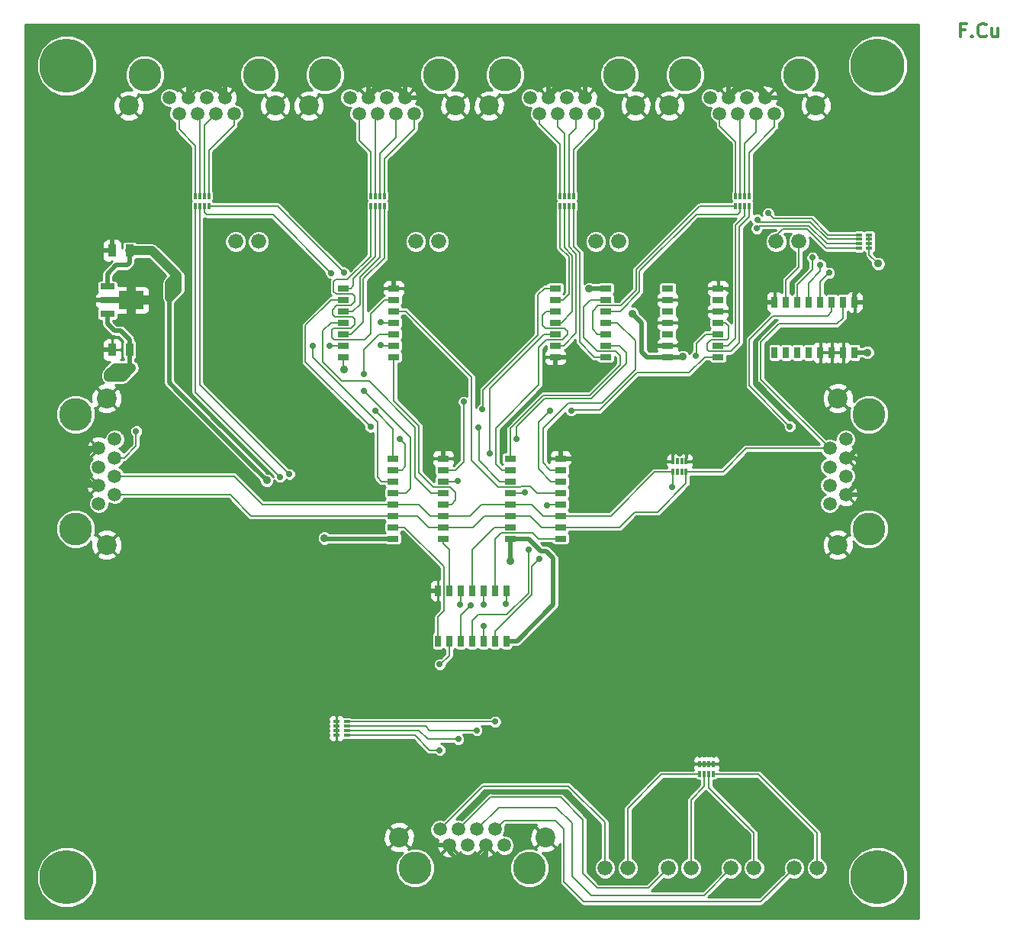
<source format=gtl>
G04 (created by PCBNEW (2013-07-07 BZR 4022)-stable) date 9/18/2013 14:01:54*
%MOIN*%
G04 Gerber Fmt 3.4, Leading zero omitted, Abs format*
%FSLAX34Y34*%
G01*
G70*
G90*
G04 APERTURE LIST*
%ADD10C,0.00590551*%
%ADD11C,0.011811*%
%ADD12R,0.05X0.025*%
%ADD13R,0.0118X0.0256*%
%ADD14C,0.23622*%
%ADD15R,0.0256X0.0118*%
%ADD16C,0.066*%
%ADD17R,0.025X0.05*%
%ADD18R,0.035X0.055*%
%ADD19C,0.1437*%
%ADD20C,0.0591*%
%ADD21C,0.0866142*%
%ADD22R,0.063X0.0276*%
%ADD23R,0.0827X0.0276*%
%ADD24R,0.1083X0.0787*%
%ADD25C,0.035*%
%ADD26C,0.0275591*%
%ADD27C,0.019685*%
%ADD28C,0.0393701*%
%ADD29C,0.00787402*%
%ADD30C,0.01*%
G04 APERTURE END LIST*
G54D10*
G54D11*
X50660Y-9457D02*
X50464Y-9457D01*
X50464Y-9766D02*
X50464Y-9176D01*
X50745Y-9176D01*
X50970Y-9710D02*
X50998Y-9738D01*
X50970Y-9766D01*
X50942Y-9738D01*
X50970Y-9710D01*
X50970Y-9766D01*
X51588Y-9710D02*
X51560Y-9738D01*
X51476Y-9766D01*
X51420Y-9766D01*
X51335Y-9738D01*
X51279Y-9682D01*
X51251Y-9625D01*
X51223Y-9513D01*
X51223Y-9429D01*
X51251Y-9316D01*
X51279Y-9260D01*
X51335Y-9204D01*
X51420Y-9176D01*
X51476Y-9176D01*
X51560Y-9204D01*
X51588Y-9232D01*
X52095Y-9372D02*
X52095Y-9766D01*
X51841Y-9372D02*
X51841Y-9682D01*
X51870Y-9738D01*
X51926Y-9766D01*
X52010Y-9766D01*
X52066Y-9738D01*
X52095Y-9710D01*
G54D12*
X32989Y-31671D03*
X32989Y-31171D03*
X32989Y-30671D03*
X32989Y-30171D03*
X32989Y-29671D03*
X32989Y-29171D03*
X32989Y-28671D03*
X32989Y-28171D03*
X30789Y-28171D03*
X30789Y-28671D03*
X30789Y-29171D03*
X30789Y-29671D03*
X30789Y-30171D03*
X30789Y-30671D03*
X30789Y-31171D03*
X30789Y-31671D03*
X27871Y-31671D03*
X27871Y-31171D03*
X27871Y-30671D03*
X27871Y-30171D03*
X27871Y-29671D03*
X27871Y-29171D03*
X27871Y-28671D03*
X27871Y-28171D03*
X25671Y-28171D03*
X25671Y-28671D03*
X25671Y-29171D03*
X25671Y-29671D03*
X25671Y-30171D03*
X25671Y-30671D03*
X25671Y-31171D03*
X25671Y-31671D03*
G54D13*
X24705Y-17157D03*
X24902Y-17157D03*
X25099Y-17157D03*
X25296Y-17157D03*
X25296Y-16704D03*
X25099Y-16704D03*
X24902Y-16704D03*
X24705Y-16704D03*
X17027Y-17157D03*
X17224Y-17157D03*
X17421Y-17157D03*
X17618Y-17157D03*
X17618Y-16704D03*
X17421Y-16704D03*
X17224Y-16704D03*
X17027Y-16704D03*
X32972Y-17157D03*
X33169Y-17157D03*
X33366Y-17157D03*
X33563Y-17157D03*
X33563Y-16704D03*
X33366Y-16704D03*
X33169Y-16704D03*
X32972Y-16704D03*
X40649Y-17157D03*
X40846Y-17157D03*
X41043Y-17157D03*
X41240Y-17157D03*
X41240Y-16704D03*
X41043Y-16704D03*
X40846Y-16704D03*
X40649Y-16704D03*
G54D14*
X11417Y-11023D03*
X46850Y-11023D03*
X46850Y-46456D03*
X11417Y-46456D03*
G54D15*
X46031Y-18405D03*
X46031Y-18602D03*
X46031Y-18799D03*
X46031Y-18996D03*
X46484Y-18996D03*
X46484Y-18799D03*
X46484Y-18602D03*
X46484Y-18405D03*
G54D12*
X25706Y-23744D03*
X25706Y-23244D03*
X25706Y-22744D03*
X25706Y-22244D03*
X25706Y-21744D03*
X25706Y-21244D03*
X25706Y-20744D03*
X23506Y-20744D03*
X23506Y-21244D03*
X23506Y-21744D03*
X23506Y-22244D03*
X23506Y-22744D03*
X23506Y-23244D03*
X23506Y-23744D03*
X32758Y-20744D03*
X32758Y-21244D03*
X32758Y-21744D03*
X32758Y-22244D03*
X32758Y-22744D03*
X32758Y-23244D03*
X32758Y-23744D03*
X34958Y-23744D03*
X34958Y-23244D03*
X34958Y-22744D03*
X34958Y-22244D03*
X34958Y-21744D03*
X34958Y-21244D03*
X34958Y-20744D03*
X39879Y-23744D03*
X39879Y-23244D03*
X39879Y-22744D03*
X39879Y-22244D03*
X39879Y-21744D03*
X39879Y-21244D03*
X39879Y-20744D03*
X37679Y-20744D03*
X37679Y-21244D03*
X37679Y-21744D03*
X37679Y-22244D03*
X37679Y-22744D03*
X37679Y-23244D03*
X37679Y-23744D03*
G54D16*
X18791Y-18700D03*
X19791Y-18700D03*
X34539Y-18700D03*
X35539Y-18700D03*
X26665Y-18700D03*
X27665Y-18700D03*
X42413Y-18700D03*
X43413Y-18700D03*
G54D17*
X30633Y-33939D03*
X30133Y-33939D03*
X29633Y-33939D03*
X29133Y-33939D03*
X28633Y-33939D03*
X28133Y-33939D03*
X27633Y-33939D03*
X27633Y-36139D03*
X28133Y-36139D03*
X28633Y-36139D03*
X29133Y-36139D03*
X29633Y-36139D03*
X30133Y-36139D03*
X30633Y-36139D03*
X45844Y-21340D03*
X45344Y-21340D03*
X44844Y-21340D03*
X44344Y-21340D03*
X43844Y-21340D03*
X43344Y-21340D03*
X42844Y-21340D03*
X42344Y-21340D03*
X42344Y-23540D03*
X42844Y-23540D03*
X43344Y-23540D03*
X43844Y-23540D03*
X44344Y-23540D03*
X44844Y-23540D03*
X45344Y-23540D03*
X45844Y-23540D03*
G54D15*
X23653Y-40255D03*
X23653Y-40058D03*
X23653Y-39861D03*
X23653Y-39664D03*
X23200Y-39664D03*
X23200Y-39861D03*
X23200Y-40058D03*
X23200Y-40255D03*
G54D18*
X14154Y-23425D03*
X13404Y-23425D03*
X14154Y-19094D03*
X13404Y-19094D03*
G54D13*
X37893Y-28751D03*
X38090Y-28751D03*
X38287Y-28751D03*
X38484Y-28751D03*
X38484Y-28298D03*
X38287Y-28298D03*
X38090Y-28298D03*
X37893Y-28298D03*
G54D19*
X11811Y-31240D03*
X11811Y-26240D03*
G54D20*
X12811Y-30145D03*
X13511Y-29744D03*
X12811Y-29342D03*
X13511Y-28940D03*
X12811Y-28539D03*
X13511Y-28137D03*
X12811Y-27736D03*
X13511Y-27334D03*
G54D21*
X13161Y-31940D03*
X13161Y-25539D03*
G54D19*
X46456Y-26240D03*
X46456Y-31240D03*
G54D20*
X45456Y-27334D03*
X44755Y-27736D03*
X45456Y-28137D03*
X44755Y-28539D03*
X45456Y-28940D03*
X44755Y-29342D03*
X45456Y-29744D03*
X44755Y-30145D03*
G54D21*
X45106Y-25539D03*
X45106Y-31940D03*
G54D19*
X38444Y-11417D03*
X43444Y-11417D03*
G54D20*
X39539Y-12417D03*
X39940Y-13118D03*
X40342Y-12417D03*
X40744Y-13118D03*
X41145Y-12417D03*
X41547Y-13118D03*
X41948Y-12417D03*
X42350Y-13118D03*
G54D21*
X37744Y-12767D03*
X44145Y-12767D03*
G54D19*
X30570Y-11417D03*
X35570Y-11417D03*
G54D20*
X31665Y-12417D03*
X32066Y-13118D03*
X32468Y-12417D03*
X32870Y-13118D03*
X33271Y-12417D03*
X33673Y-13118D03*
X34074Y-12417D03*
X34476Y-13118D03*
G54D21*
X29870Y-12767D03*
X36271Y-12767D03*
G54D19*
X22696Y-11417D03*
X27696Y-11417D03*
G54D20*
X23791Y-12417D03*
X24192Y-13118D03*
X24594Y-12417D03*
X24996Y-13118D03*
X25397Y-12417D03*
X25799Y-13118D03*
X26200Y-12417D03*
X26602Y-13118D03*
G54D21*
X21996Y-12767D03*
X28397Y-12767D03*
G54D19*
X14822Y-11417D03*
X19822Y-11417D03*
G54D20*
X15917Y-12417D03*
X16318Y-13118D03*
X16720Y-12417D03*
X17122Y-13118D03*
X17523Y-12417D03*
X17925Y-13118D03*
X18326Y-12417D03*
X18728Y-13118D03*
G54D21*
X14122Y-12767D03*
X20523Y-12767D03*
G54D19*
X31633Y-46062D03*
X26633Y-46062D03*
G54D20*
X30539Y-45062D03*
X30137Y-44362D03*
X29736Y-45062D03*
X29334Y-44362D03*
X28933Y-45062D03*
X28531Y-44362D03*
X28129Y-45062D03*
X27728Y-44362D03*
G54D21*
X32334Y-44712D03*
X25933Y-44712D03*
G54D13*
X39075Y-41960D03*
X39272Y-41960D03*
X39469Y-41960D03*
X39666Y-41960D03*
X39666Y-41507D03*
X39469Y-41507D03*
X39272Y-41507D03*
X39075Y-41507D03*
G54D16*
X34933Y-46062D03*
X35933Y-46062D03*
X37688Y-46062D03*
X38688Y-46062D03*
X40444Y-46062D03*
X41444Y-46062D03*
X43200Y-46062D03*
X44200Y-46062D03*
G54D22*
X13189Y-20668D03*
G54D23*
X13287Y-21259D03*
G54D22*
X13189Y-21850D03*
G54D24*
X14232Y-21259D03*
G54D25*
X13858Y-24606D03*
X13248Y-24606D03*
X14173Y-24212D03*
X34420Y-26540D03*
X34060Y-25095D03*
X46170Y-20710D03*
X41270Y-21355D03*
X34460Y-24390D03*
X36920Y-23240D03*
X28290Y-25090D03*
G54D26*
X30137Y-39665D03*
X30600Y-34530D03*
X29330Y-40039D03*
X29630Y-34555D03*
X28523Y-40433D03*
X28615Y-34545D03*
X27716Y-40905D03*
X27716Y-37165D03*
X14450Y-26980D03*
X44000Y-19400D03*
X42070Y-17465D03*
X43011Y-26771D03*
X37874Y-29409D03*
X41585Y-17745D03*
X41565Y-18130D03*
X44730Y-20070D03*
X44350Y-19720D03*
X32390Y-30205D03*
X31595Y-32165D03*
X31435Y-29670D03*
X32070Y-32550D03*
X24400Y-25220D03*
X24400Y-24480D03*
X29410Y-26810D03*
X24690Y-26790D03*
X22890Y-23255D03*
X22175Y-23250D03*
X29575Y-26030D03*
X32550Y-26085D03*
X28505Y-29170D03*
X29895Y-27960D03*
X25970Y-27330D03*
X31080Y-27330D03*
X33460Y-26080D03*
X28770Y-25695D03*
X38905Y-23690D03*
X24890Y-26090D03*
X29070Y-34585D03*
X20728Y-28976D03*
X21141Y-28858D03*
X29650Y-35495D03*
X22965Y-20075D03*
X25135Y-23235D03*
X23520Y-20055D03*
X25125Y-22230D03*
G54D25*
X16240Y-20807D03*
X20157Y-29133D03*
X22677Y-31653D03*
X15905Y-21141D03*
X16240Y-20196D03*
X46870Y-19670D03*
X38340Y-23735D03*
X46397Y-23543D03*
X30795Y-32670D03*
X36125Y-21840D03*
X34250Y-20770D03*
X23545Y-24280D03*
G54D27*
X14154Y-23425D02*
X14154Y-22973D01*
X14154Y-22973D02*
X13779Y-22598D01*
X13779Y-22598D02*
X13503Y-22598D01*
X13503Y-22598D02*
X13189Y-22283D01*
X13189Y-22283D02*
X13189Y-21850D01*
G54D28*
X13248Y-24488D02*
X13523Y-24212D01*
X14173Y-24212D02*
X13523Y-24212D01*
X13248Y-24606D02*
X13858Y-24606D01*
X14251Y-24212D02*
X13858Y-24606D01*
X13248Y-24606D02*
X13248Y-24488D01*
G54D27*
X14154Y-24193D02*
X14154Y-23425D01*
X14173Y-24212D02*
X14154Y-24193D01*
X30539Y-45062D02*
X30539Y-45060D01*
X12244Y-21259D02*
X11889Y-21614D01*
X11889Y-21614D02*
X11889Y-22716D01*
X11889Y-22716D02*
X12598Y-23425D01*
G54D28*
X14232Y-21259D02*
X14232Y-22224D01*
X14232Y-22224D02*
X14251Y-22244D01*
X14232Y-21259D02*
X14232Y-20295D01*
X14232Y-20295D02*
X14251Y-20275D01*
G54D27*
X13287Y-21259D02*
X12244Y-21259D01*
X12244Y-21259D02*
X11692Y-20708D01*
X11692Y-20708D02*
X11692Y-19724D01*
X11692Y-19724D02*
X12322Y-19094D01*
X12322Y-19094D02*
X13404Y-19094D01*
G54D28*
X14232Y-21259D02*
X15354Y-21259D01*
G54D27*
X31830Y-47854D02*
X31968Y-47992D01*
X44389Y-47854D02*
X45098Y-47145D01*
X45098Y-41062D02*
X45098Y-47145D01*
X31140Y-47163D02*
X31830Y-47854D01*
X29736Y-45756D02*
X29736Y-45062D01*
X29736Y-45756D02*
X31140Y-47160D01*
X31140Y-47160D02*
X31140Y-47163D01*
X44173Y-48070D02*
X44389Y-47854D01*
X32047Y-48070D02*
X44173Y-48070D01*
X31968Y-47992D02*
X32047Y-48070D01*
X46219Y-28504D02*
X46219Y-28981D01*
X46219Y-28981D02*
X45456Y-29744D01*
X47027Y-29744D02*
X45456Y-29744D01*
X47972Y-30688D02*
X47027Y-29744D01*
X47972Y-32736D02*
X47972Y-30688D01*
X32989Y-28171D02*
X35667Y-28171D01*
X35905Y-27933D02*
X37283Y-27933D01*
X35667Y-28171D02*
X35905Y-27933D01*
G54D29*
X37491Y-28298D02*
X37283Y-28090D01*
X37283Y-28090D02*
X37283Y-27933D01*
X37491Y-28298D02*
X37893Y-28298D01*
X37578Y-27539D02*
X38759Y-27539D01*
X37283Y-27933D02*
X37283Y-27775D01*
X37283Y-27775D02*
X37519Y-27539D01*
X37519Y-27539D02*
X37578Y-27539D01*
X38484Y-28298D02*
X38787Y-28298D01*
X38976Y-28110D02*
X38787Y-28298D01*
X38976Y-27755D02*
X38976Y-28110D01*
X38759Y-27539D02*
X38976Y-27755D01*
G54D27*
X34420Y-26540D02*
X34011Y-26540D01*
X32989Y-27561D02*
X32989Y-28171D01*
X34011Y-26540D02*
X32989Y-27561D01*
X34060Y-25095D02*
X33677Y-25095D01*
X32758Y-24175D02*
X32758Y-23744D01*
X33677Y-25095D02*
X32758Y-24175D01*
X13404Y-19094D02*
X13404Y-10808D01*
X16720Y-11208D02*
X16720Y-12417D01*
X15551Y-10039D02*
X16720Y-11208D01*
X14173Y-10039D02*
X15551Y-10039D01*
X13404Y-10808D02*
X14173Y-10039D01*
X12811Y-27736D02*
X11397Y-27736D01*
X12598Y-23425D02*
X13404Y-23425D01*
X10433Y-25590D02*
X12598Y-23425D01*
X10433Y-26771D02*
X10433Y-25590D01*
X11397Y-27736D02*
X10433Y-26771D01*
X46165Y-20705D02*
X46140Y-20705D01*
X46170Y-20710D02*
X46165Y-20705D01*
X41284Y-21340D02*
X42344Y-21340D01*
X41270Y-21355D02*
X41284Y-21340D01*
G54D29*
X39879Y-20744D02*
X40174Y-20744D01*
X40285Y-21744D02*
X39879Y-21744D01*
X40430Y-21600D02*
X40285Y-21744D01*
X40430Y-21000D02*
X40430Y-21600D01*
X40174Y-20744D02*
X40430Y-21000D01*
X37679Y-21244D02*
X38640Y-21244D01*
X39853Y-20770D02*
X39879Y-20744D01*
X39115Y-20770D02*
X39853Y-20770D01*
X38640Y-21244D02*
X39115Y-20770D01*
X37679Y-22244D02*
X37154Y-22244D01*
X37205Y-21244D02*
X37679Y-21244D01*
X36955Y-21495D02*
X37205Y-21244D01*
X36955Y-22045D02*
X36955Y-21495D01*
X37154Y-22244D02*
X36955Y-22045D01*
X37679Y-23244D02*
X38045Y-23244D01*
X38069Y-22244D02*
X37679Y-22244D01*
X38250Y-22425D02*
X38069Y-22244D01*
X38250Y-23040D02*
X38250Y-22425D01*
X38045Y-23244D02*
X38250Y-23040D01*
G54D27*
X32758Y-23744D02*
X33814Y-23744D01*
X33814Y-23744D02*
X34460Y-24390D01*
X36924Y-23244D02*
X37679Y-23244D01*
X36920Y-23240D02*
X36924Y-23244D01*
X27871Y-28171D02*
X27871Y-25508D01*
X27871Y-25508D02*
X28290Y-25090D01*
X32758Y-23744D02*
X32758Y-23793D01*
G54D29*
X45344Y-23540D02*
X45344Y-22405D01*
X45844Y-21905D02*
X45844Y-21340D01*
X45344Y-22405D02*
X45844Y-21905D01*
X44844Y-23540D02*
X45344Y-23540D01*
X44344Y-23540D02*
X44844Y-23540D01*
G54D27*
X25706Y-20744D02*
X25706Y-18138D01*
X26977Y-12417D02*
X26200Y-12417D01*
X27365Y-12805D02*
X26977Y-12417D01*
X27365Y-16480D02*
X27365Y-12805D01*
X25706Y-18138D02*
X27365Y-16480D01*
X22410Y-38535D02*
X22410Y-36370D01*
X24840Y-33939D02*
X27633Y-33939D01*
X22410Y-36370D02*
X24840Y-33939D01*
G54D29*
X23200Y-40255D02*
X23200Y-40564D01*
X23200Y-40564D02*
X22410Y-41355D01*
X23200Y-40058D02*
X23200Y-40255D01*
X23200Y-39861D02*
X23200Y-40058D01*
X23200Y-39664D02*
X23200Y-39861D01*
X22410Y-38535D02*
X22415Y-38535D01*
X23200Y-39320D02*
X23200Y-39664D01*
X22415Y-38535D02*
X23200Y-39320D01*
G54D27*
X12811Y-29342D02*
X11817Y-29342D01*
X27362Y-45062D02*
X28129Y-45062D01*
X22410Y-41355D02*
X22005Y-41760D01*
X22005Y-41760D02*
X22005Y-42630D01*
X22005Y-42630D02*
X22920Y-43545D01*
X22920Y-43545D02*
X25845Y-43545D01*
X25845Y-43545D02*
X27362Y-45062D01*
X22410Y-38535D02*
X22410Y-41355D01*
X20355Y-36480D02*
X22410Y-38535D01*
X15295Y-36480D02*
X20355Y-36480D01*
X10530Y-31715D02*
X15295Y-36480D01*
X10530Y-30630D02*
X10530Y-31715D01*
X11817Y-29342D02*
X10530Y-30630D01*
X45844Y-21340D02*
X45844Y-21000D01*
X45844Y-21000D02*
X46140Y-20705D01*
X46140Y-20705D02*
X46705Y-20705D01*
X42632Y-12417D02*
X41948Y-12417D01*
X44090Y-13875D02*
X42632Y-12417D01*
X44730Y-13875D02*
X44090Y-13875D01*
X47730Y-16875D02*
X44730Y-13875D01*
X47730Y-19680D02*
X47730Y-16875D01*
X46705Y-20705D02*
X47730Y-19680D01*
X45456Y-28137D02*
X45592Y-28137D01*
X45592Y-28137D02*
X46350Y-27380D01*
X46350Y-27380D02*
X47050Y-27380D01*
X47050Y-27380D02*
X47780Y-26650D01*
X47780Y-26650D02*
X47780Y-25580D01*
X47780Y-25580D02*
X46810Y-24610D01*
X46810Y-24610D02*
X46810Y-21790D01*
X46810Y-21790D02*
X46360Y-21340D01*
X46360Y-21340D02*
X45844Y-21340D01*
X45456Y-29744D02*
X45875Y-29744D01*
X46230Y-28515D02*
X46219Y-28504D01*
X46219Y-28504D02*
X45852Y-28137D01*
X45852Y-28137D02*
X45456Y-28137D01*
X28129Y-45062D02*
X28129Y-45334D01*
X29736Y-45378D02*
X29736Y-45062D01*
X29295Y-45820D02*
X29736Y-45378D01*
X28615Y-45820D02*
X29295Y-45820D01*
X28129Y-45334D02*
X28615Y-45820D01*
X40342Y-12417D02*
X40342Y-12322D01*
X40342Y-12322D02*
X40845Y-11820D01*
X40845Y-11820D02*
X41565Y-11820D01*
X41565Y-11820D02*
X41948Y-12203D01*
X41948Y-12203D02*
X41948Y-12417D01*
X34074Y-12417D02*
X34074Y-10865D01*
X40342Y-11707D02*
X40342Y-12417D01*
X38925Y-10290D02*
X40342Y-11707D01*
X34650Y-10290D02*
X38925Y-10290D01*
X34074Y-10865D02*
X34650Y-10290D01*
X32468Y-12417D02*
X32468Y-12291D01*
X34074Y-12339D02*
X34074Y-12417D01*
X33555Y-11820D02*
X34074Y-12339D01*
X32940Y-11820D02*
X33555Y-11820D01*
X32468Y-12291D02*
X32940Y-11820D01*
X26200Y-12417D02*
X26200Y-10989D01*
X32468Y-11633D02*
X32468Y-12417D01*
X31125Y-10290D02*
X32468Y-11633D01*
X26900Y-10290D02*
X31125Y-10290D01*
X26200Y-10989D02*
X26900Y-10290D01*
X24594Y-12417D02*
X24594Y-12275D01*
X26200Y-12280D02*
X26200Y-12417D01*
X25690Y-11770D02*
X26200Y-12280D01*
X25100Y-11770D02*
X25690Y-11770D01*
X24594Y-12275D02*
X25100Y-11770D01*
X18326Y-12417D02*
X18326Y-11233D01*
X24594Y-11564D02*
X24594Y-12417D01*
X23310Y-10280D02*
X24594Y-11564D01*
X19280Y-10280D02*
X23310Y-10280D01*
X18326Y-11233D02*
X19280Y-10280D01*
X16720Y-12417D02*
X16720Y-12209D01*
X16720Y-12209D02*
X17160Y-11770D01*
X17160Y-11770D02*
X17830Y-11770D01*
X17830Y-11770D02*
X18326Y-12266D01*
X18326Y-12266D02*
X18326Y-12417D01*
X12811Y-29342D02*
X12582Y-29342D01*
X12573Y-27736D02*
X12811Y-27736D01*
X12110Y-28200D02*
X12573Y-27736D01*
X12110Y-28870D02*
X12110Y-28200D01*
X12582Y-29342D02*
X12110Y-28870D01*
G54D29*
X39075Y-41507D02*
X38830Y-41507D01*
X38830Y-41507D02*
X38582Y-41259D01*
X39075Y-41507D02*
X39272Y-41507D01*
G54D27*
X40157Y-41062D02*
X45098Y-41062D01*
X45098Y-41062D02*
X45078Y-41062D01*
X45078Y-41062D02*
X45098Y-41062D01*
G54D29*
X39910Y-41507D02*
X39666Y-41507D01*
X40157Y-41259D02*
X39910Y-41507D01*
X40157Y-40905D02*
X40157Y-41062D01*
X40157Y-41062D02*
X40157Y-41259D01*
X40000Y-40748D02*
X40157Y-40905D01*
X38779Y-40748D02*
X40000Y-40748D01*
X38582Y-40944D02*
X38779Y-40748D01*
X38582Y-41259D02*
X38582Y-40944D01*
G54D27*
X45098Y-41062D02*
X45098Y-35610D01*
X45098Y-35610D02*
X47972Y-32736D01*
G54D29*
X39469Y-41507D02*
X39666Y-41507D01*
X39272Y-41507D02*
X39469Y-41507D01*
X32755Y-43976D02*
X33149Y-44370D01*
X30165Y-44362D02*
X30551Y-43976D01*
X30551Y-43976D02*
X32755Y-43976D01*
X30137Y-44362D02*
X30165Y-44362D01*
X41744Y-47519D02*
X43200Y-46062D01*
X34015Y-47519D02*
X41744Y-47519D01*
X33149Y-46653D02*
X34015Y-47519D01*
X33149Y-44370D02*
X33149Y-46653D01*
X25787Y-39664D02*
X30137Y-39664D01*
X30137Y-39664D02*
X30137Y-39665D01*
X30600Y-34530D02*
X30633Y-34496D01*
X30633Y-34496D02*
X30633Y-33939D01*
X25802Y-39664D02*
X25787Y-39664D01*
X25787Y-39664D02*
X23653Y-39664D01*
X32618Y-43405D02*
X32814Y-43405D01*
X29334Y-44362D02*
X30291Y-43405D01*
X30291Y-43405D02*
X32618Y-43405D01*
X39263Y-47244D02*
X40444Y-46062D01*
X34330Y-47244D02*
X39263Y-47244D01*
X33503Y-46417D02*
X34330Y-47244D01*
X33503Y-44094D02*
X33503Y-46417D01*
X32814Y-43405D02*
X33503Y-44094D01*
X25777Y-39861D02*
X27105Y-39861D01*
X23653Y-39861D02*
X25777Y-39861D01*
X27283Y-40039D02*
X29330Y-40039D01*
X27105Y-39861D02*
X27283Y-40039D01*
X29633Y-34551D02*
X29633Y-33939D01*
X29630Y-34555D02*
X29633Y-34551D01*
X29931Y-42962D02*
X33001Y-42962D01*
X36822Y-46929D02*
X37688Y-46062D01*
X34606Y-46929D02*
X36822Y-46929D01*
X33976Y-46299D02*
X34606Y-46929D01*
X33976Y-43937D02*
X33976Y-46299D01*
X33001Y-42962D02*
X33976Y-43937D01*
X29940Y-42952D02*
X29931Y-42962D01*
X29931Y-42962D02*
X28531Y-44362D01*
X25748Y-40058D02*
X26810Y-40058D01*
X27185Y-40433D02*
X28523Y-40433D01*
X26810Y-40058D02*
X27185Y-40433D01*
X28615Y-34545D02*
X28633Y-34526D01*
X28633Y-34526D02*
X28633Y-33939D01*
X25751Y-40058D02*
X25748Y-40058D01*
X25748Y-40058D02*
X23653Y-40058D01*
X27728Y-44362D02*
X27728Y-44358D01*
X34933Y-44066D02*
X34933Y-46062D01*
X33346Y-42480D02*
X34933Y-44066D01*
X29606Y-42480D02*
X33346Y-42480D01*
X27728Y-44358D02*
X29606Y-42480D01*
X34933Y-46062D02*
X34933Y-45937D01*
X25708Y-40255D02*
X26633Y-40255D01*
X27283Y-40905D02*
X27716Y-40905D01*
X26633Y-40255D02*
X27283Y-40905D01*
X27716Y-37165D02*
X27722Y-37159D01*
X27722Y-37159D02*
X27750Y-37159D01*
X28133Y-36776D02*
X28133Y-36139D01*
X27725Y-37185D02*
X27750Y-37159D01*
X27750Y-37159D02*
X28133Y-36776D01*
X25725Y-40255D02*
X25708Y-40255D01*
X25708Y-40255D02*
X23653Y-40255D01*
X17421Y-16704D02*
X17421Y-13621D01*
X17421Y-13621D02*
X17925Y-13118D01*
X13922Y-28137D02*
X13511Y-28137D01*
X14440Y-27620D02*
X13922Y-28137D01*
X14440Y-26990D02*
X14440Y-27620D01*
X14450Y-26980D02*
X14440Y-26990D01*
X35933Y-43437D02*
X35933Y-46062D01*
X39075Y-41960D02*
X37409Y-41960D01*
X37409Y-41960D02*
X35933Y-43437D01*
X39666Y-41960D02*
X41645Y-41960D01*
X41645Y-41960D02*
X44200Y-44515D01*
X44200Y-44515D02*
X44200Y-46062D01*
X41444Y-44515D02*
X41444Y-46062D01*
X39469Y-41960D02*
X39469Y-42539D01*
X39469Y-42539D02*
X41444Y-44515D01*
X39272Y-41960D02*
X39272Y-42499D01*
X39272Y-42499D02*
X38688Y-43082D01*
X38688Y-43082D02*
X38688Y-46062D01*
X40846Y-16704D02*
X40846Y-13220D01*
X40846Y-13220D02*
X40744Y-13118D01*
X24902Y-16704D02*
X24902Y-13212D01*
X24902Y-13212D02*
X24996Y-13118D01*
X25099Y-16704D02*
X25099Y-14861D01*
X25799Y-14160D02*
X25799Y-13118D01*
X25099Y-14861D02*
X25799Y-14160D01*
X33169Y-16704D02*
X33169Y-13989D01*
X32870Y-13690D02*
X32870Y-13118D01*
X33169Y-13989D02*
X32870Y-13690D01*
X33366Y-16704D02*
X33366Y-14053D01*
X33673Y-13746D02*
X33673Y-13118D01*
X33366Y-14053D02*
X33673Y-13746D01*
X17618Y-16704D02*
X17618Y-14721D01*
X18728Y-13611D02*
X18728Y-13118D01*
X17618Y-14721D02*
X18728Y-13611D01*
X41043Y-16704D02*
X41043Y-14416D01*
X41547Y-13912D02*
X41547Y-13118D01*
X41043Y-14416D02*
X41547Y-13912D01*
X41240Y-16704D02*
X41240Y-14809D01*
X42350Y-13699D02*
X42350Y-13118D01*
X41240Y-14809D02*
X42350Y-13699D01*
X40649Y-16704D02*
X40649Y-14349D01*
X39940Y-13640D02*
X39940Y-13118D01*
X40649Y-14349D02*
X39940Y-13640D01*
X33563Y-16704D02*
X33563Y-14676D01*
X34476Y-13763D02*
X34476Y-13118D01*
X33563Y-14676D02*
X34476Y-13763D01*
X32972Y-16704D02*
X32972Y-14452D01*
X32066Y-13546D02*
X32066Y-13118D01*
X32972Y-14452D02*
X32066Y-13546D01*
X25296Y-16704D02*
X25296Y-15084D01*
X26602Y-13777D02*
X26602Y-13118D01*
X25296Y-15084D02*
X26602Y-13777D01*
X24705Y-16704D02*
X24705Y-14790D01*
X24192Y-14277D02*
X24192Y-13118D01*
X24705Y-14790D02*
X24192Y-14277D01*
X43413Y-18700D02*
X43413Y-19831D01*
X42844Y-20400D02*
X42844Y-21340D01*
X43413Y-19831D02*
X42844Y-20400D01*
X43344Y-21340D02*
X43344Y-20585D01*
X44000Y-19930D02*
X44000Y-19400D01*
X43344Y-20585D02*
X44000Y-19930D01*
X44678Y-18405D02*
X46031Y-18405D01*
X43970Y-17697D02*
X44678Y-18405D01*
X42302Y-17697D02*
X43970Y-17697D01*
X42070Y-17465D02*
X42302Y-17697D01*
X44822Y-22297D02*
X42545Y-22297D01*
X41751Y-24732D02*
X44755Y-27736D01*
X41751Y-23090D02*
X41751Y-24732D01*
X42545Y-22297D02*
X41751Y-23090D01*
X38484Y-28751D02*
X38484Y-29270D01*
X35580Y-31171D02*
X32989Y-31171D01*
X36240Y-30511D02*
X35580Y-31171D01*
X37244Y-30511D02*
X36240Y-30511D01*
X38484Y-29270D02*
X37244Y-30511D01*
X45084Y-22297D02*
X45344Y-22037D01*
X45344Y-22037D02*
X45344Y-21755D01*
X45344Y-21340D02*
X45344Y-21755D01*
X44802Y-22297D02*
X44822Y-22297D01*
X44822Y-22297D02*
X45084Y-22297D01*
X44755Y-27736D02*
X41102Y-27736D01*
X41102Y-27736D02*
X40086Y-28751D01*
X40086Y-28751D02*
X38484Y-28751D01*
X25671Y-30671D02*
X19481Y-30671D01*
X18554Y-29744D02*
X13511Y-29744D01*
X19481Y-30671D02*
X18554Y-29744D01*
X27871Y-31171D02*
X27251Y-31171D01*
X26751Y-30671D02*
X25671Y-30671D01*
X27251Y-31171D02*
X26751Y-30671D01*
X27871Y-31171D02*
X29168Y-31171D01*
X29668Y-30671D02*
X30789Y-30671D01*
X29168Y-31171D02*
X29668Y-30671D01*
X30789Y-30671D02*
X31676Y-30671D01*
X31676Y-30671D02*
X32176Y-31171D01*
X32176Y-31171D02*
X32989Y-31171D01*
X44844Y-21340D02*
X44844Y-21769D01*
X41240Y-25000D02*
X43011Y-26771D01*
X41240Y-22992D02*
X41240Y-25000D01*
X42283Y-21948D02*
X41240Y-22992D01*
X44665Y-21948D02*
X42283Y-21948D01*
X44844Y-21769D02*
X44665Y-21948D01*
X37893Y-28751D02*
X37893Y-29389D01*
X37893Y-29389D02*
X37874Y-29409D01*
X35194Y-30671D02*
X37106Y-28759D01*
X32989Y-30671D02*
X35194Y-30671D01*
X37885Y-28759D02*
X37893Y-28751D01*
X37106Y-28759D02*
X37885Y-28759D01*
X13511Y-28940D02*
X18740Y-28940D01*
X19971Y-30171D02*
X25671Y-30171D01*
X18740Y-28940D02*
X19971Y-30171D01*
X25671Y-30171D02*
X26816Y-30171D01*
X27316Y-30671D02*
X27871Y-30671D01*
X26816Y-30171D02*
X27316Y-30671D01*
X27871Y-30671D02*
X29048Y-30671D01*
X29548Y-30171D02*
X30789Y-30171D01*
X29048Y-30671D02*
X29548Y-30171D01*
X32989Y-30671D02*
X32251Y-30671D01*
X31751Y-30171D02*
X30789Y-30171D01*
X32251Y-30671D02*
X31751Y-30171D01*
X46031Y-18602D02*
X44653Y-18602D01*
X41695Y-17855D02*
X41585Y-17745D01*
X43905Y-17855D02*
X41695Y-17855D01*
X44653Y-18602D02*
X43905Y-17855D01*
X44627Y-18799D02*
X46031Y-18799D01*
X43840Y-18012D02*
X44627Y-18799D01*
X41682Y-18012D02*
X43840Y-18012D01*
X41565Y-18130D02*
X41682Y-18012D01*
X42413Y-18700D02*
X42413Y-18461D01*
X44601Y-18996D02*
X46031Y-18996D01*
X43775Y-18170D02*
X44601Y-18996D01*
X42705Y-18170D02*
X43775Y-18170D01*
X42413Y-18461D02*
X42705Y-18170D01*
X44344Y-21340D02*
X44344Y-20455D01*
X44344Y-20455D02*
X44730Y-20070D01*
X43844Y-21340D02*
X43844Y-20505D01*
X44350Y-20000D02*
X44350Y-19720D01*
X43844Y-20505D02*
X44350Y-20000D01*
X17027Y-16704D02*
X17027Y-14507D01*
X16318Y-13798D02*
X16318Y-13118D01*
X17027Y-14507D02*
X16318Y-13798D01*
X17224Y-16704D02*
X17224Y-13220D01*
X17224Y-13220D02*
X17122Y-13118D01*
X30133Y-33939D02*
X30133Y-31676D01*
X32031Y-31671D02*
X32989Y-31671D01*
X31780Y-31420D02*
X32031Y-31671D01*
X30390Y-31420D02*
X31780Y-31420D01*
X30133Y-31676D02*
X30390Y-31420D01*
X29133Y-33939D02*
X29133Y-32151D01*
X30113Y-31171D02*
X30789Y-31171D01*
X29133Y-32151D02*
X30113Y-31171D01*
X27871Y-31671D02*
X27871Y-31876D01*
X28133Y-32138D02*
X28133Y-33939D01*
X27871Y-31876D02*
X28133Y-32138D01*
X25671Y-31171D02*
X26181Y-31171D01*
X27633Y-35086D02*
X27633Y-36139D01*
X27885Y-34835D02*
X27633Y-35086D01*
X27885Y-32875D02*
X27885Y-34835D01*
X26181Y-31171D02*
X27885Y-32875D01*
X31590Y-34045D02*
X31590Y-32170D01*
X29133Y-35256D02*
X29395Y-34995D01*
X29395Y-34995D02*
X30640Y-34995D01*
X30640Y-34995D02*
X31590Y-34045D01*
X32390Y-30205D02*
X32423Y-30171D01*
X32989Y-30171D02*
X32423Y-30171D01*
X29133Y-35256D02*
X29133Y-36139D01*
X31590Y-32170D02*
X31595Y-32165D01*
X30133Y-36139D02*
X30133Y-35723D01*
X31433Y-29671D02*
X30789Y-29671D01*
X31435Y-29670D02*
X31433Y-29671D01*
X31747Y-32872D02*
X32070Y-32550D01*
X31747Y-34110D02*
X31747Y-32872D01*
X30133Y-35723D02*
X31747Y-34110D01*
X25706Y-23744D02*
X25706Y-25646D01*
X28233Y-30171D02*
X27871Y-30171D01*
X28405Y-30000D02*
X28233Y-30171D01*
X28405Y-29645D02*
X28405Y-30000D01*
X28180Y-29420D02*
X28405Y-29645D01*
X27430Y-29420D02*
X28180Y-29420D01*
X26800Y-28790D02*
X27430Y-29420D01*
X26800Y-26740D02*
X26800Y-28790D01*
X25706Y-25646D02*
X26800Y-26740D01*
X25706Y-22744D02*
X25075Y-22744D01*
X26248Y-29671D02*
X25671Y-29671D01*
X26425Y-29495D02*
X26248Y-29671D01*
X26425Y-27245D02*
X26425Y-29495D01*
X24400Y-25220D02*
X26425Y-27245D01*
X24400Y-23420D02*
X24400Y-24480D01*
X25075Y-22744D02*
X24400Y-23420D01*
X32989Y-29671D02*
X31961Y-29671D01*
X26234Y-21744D02*
X25706Y-21744D01*
X29105Y-24615D02*
X26234Y-21744D01*
X29105Y-28255D02*
X29105Y-24615D01*
X30270Y-29420D02*
X29105Y-28255D01*
X31220Y-29420D02*
X30270Y-29420D01*
X31265Y-29375D02*
X31220Y-29420D01*
X31665Y-29375D02*
X31265Y-29375D01*
X31961Y-29671D02*
X31665Y-29375D01*
X23506Y-21244D02*
X22975Y-21244D01*
X30331Y-29171D02*
X30789Y-29171D01*
X29420Y-28260D02*
X30331Y-29171D01*
X29420Y-26820D02*
X29420Y-28260D01*
X29410Y-26810D02*
X29420Y-26820D01*
X21850Y-23950D02*
X24690Y-26790D01*
X21850Y-22370D02*
X21850Y-23950D01*
X22975Y-21244D02*
X21850Y-22370D01*
X27871Y-29671D02*
X27341Y-29671D01*
X22955Y-22244D02*
X23506Y-22244D01*
X22605Y-22595D02*
X22955Y-22244D01*
X22605Y-23960D02*
X22605Y-22595D01*
X23445Y-24800D02*
X22605Y-23960D01*
X24637Y-24800D02*
X23445Y-24800D01*
X26642Y-26805D02*
X24637Y-24800D01*
X26642Y-28972D02*
X26642Y-26805D01*
X27341Y-29671D02*
X26642Y-28972D01*
X25671Y-29171D02*
X25181Y-29171D01*
X22900Y-23244D02*
X23506Y-23244D01*
X22890Y-23255D02*
X22900Y-23244D01*
X22175Y-23752D02*
X22175Y-23250D01*
X24995Y-26572D02*
X22175Y-23752D01*
X24995Y-28985D02*
X24995Y-26572D01*
X25181Y-29171D02*
X24995Y-28985D01*
X32989Y-29171D02*
X32581Y-29171D01*
X32295Y-20744D02*
X32758Y-20744D01*
X32005Y-21035D02*
X32295Y-20744D01*
X32005Y-22782D02*
X32005Y-21035D01*
X29610Y-25177D02*
X32005Y-22782D01*
X29610Y-25995D02*
X29610Y-25177D01*
X29575Y-26030D02*
X29610Y-25995D01*
X32040Y-26595D02*
X32550Y-26085D01*
X32040Y-28630D02*
X32040Y-26595D01*
X32581Y-29171D02*
X32040Y-28630D01*
X30789Y-28671D02*
X30431Y-28671D01*
X32360Y-21744D02*
X32758Y-21744D01*
X32190Y-21915D02*
X32360Y-21744D01*
X32190Y-22340D02*
X32190Y-21915D01*
X32345Y-22495D02*
X32190Y-22340D01*
X33160Y-22495D02*
X32345Y-22495D01*
X33300Y-22635D02*
X33160Y-22495D01*
X33300Y-22765D02*
X33300Y-22635D01*
X33070Y-22995D02*
X33300Y-22765D01*
X32365Y-22995D02*
X33070Y-22995D01*
X32050Y-23310D02*
X32365Y-22995D01*
X32050Y-24965D02*
X32050Y-23310D01*
X30170Y-26845D02*
X32050Y-24965D01*
X30170Y-28410D02*
X30170Y-26845D01*
X30431Y-28671D02*
X30170Y-28410D01*
X32758Y-22744D02*
X32265Y-22744D01*
X28503Y-29171D02*
X27871Y-29171D01*
X28505Y-29170D02*
X28503Y-29171D01*
X29895Y-25115D02*
X29895Y-27960D01*
X32265Y-22744D02*
X29895Y-25115D01*
X34958Y-23244D02*
X35564Y-23244D01*
X26053Y-28671D02*
X25671Y-28671D01*
X26210Y-28515D02*
X26053Y-28671D01*
X26210Y-27570D02*
X26210Y-28515D01*
X25970Y-27330D02*
X26210Y-27570D01*
X31080Y-26802D02*
X31080Y-27330D01*
X32315Y-25567D02*
X31080Y-26802D01*
X34335Y-25567D02*
X32315Y-25567D01*
X35870Y-24032D02*
X34335Y-25567D01*
X35870Y-23550D02*
X35870Y-24032D01*
X35564Y-23244D02*
X35870Y-23550D01*
X34958Y-22244D02*
X35469Y-22244D01*
X32551Y-28671D02*
X32989Y-28671D01*
X32250Y-28370D02*
X32551Y-28671D01*
X32250Y-26860D02*
X32250Y-28370D01*
X33350Y-25760D02*
X32250Y-26860D01*
X34790Y-25760D02*
X33350Y-25760D01*
X36255Y-24295D02*
X34790Y-25760D01*
X36255Y-23030D02*
X36255Y-24295D01*
X35469Y-22244D02*
X36255Y-23030D01*
X30789Y-28171D02*
X30789Y-26870D01*
X34285Y-21244D02*
X34958Y-21244D01*
X33989Y-21540D02*
X34285Y-21244D01*
X33989Y-22899D02*
X33989Y-21540D01*
X34585Y-23495D02*
X33989Y-22899D01*
X35395Y-23495D02*
X34585Y-23495D01*
X35595Y-23695D02*
X35395Y-23495D01*
X35595Y-24085D02*
X35595Y-23695D01*
X34270Y-25410D02*
X35595Y-24085D01*
X32250Y-25410D02*
X34270Y-25410D01*
X30789Y-26870D02*
X32250Y-25410D01*
X27871Y-28671D02*
X28408Y-28671D01*
X39290Y-23744D02*
X39879Y-23744D01*
X38600Y-24435D02*
X39290Y-23744D01*
X36337Y-24435D02*
X38600Y-24435D01*
X34702Y-26070D02*
X36337Y-24435D01*
X33470Y-26070D02*
X34702Y-26070D01*
X33460Y-26080D02*
X33470Y-26070D01*
X28770Y-28310D02*
X28770Y-25695D01*
X28408Y-28671D02*
X28770Y-28310D01*
X25671Y-28171D02*
X25671Y-26871D01*
X39340Y-22744D02*
X39879Y-22744D01*
X38925Y-23160D02*
X39340Y-22744D01*
X38925Y-23670D02*
X38925Y-23160D01*
X38905Y-23690D02*
X38925Y-23670D01*
X25671Y-26871D02*
X24890Y-26090D01*
X28633Y-35021D02*
X29070Y-34585D01*
X28633Y-36139D02*
X28633Y-35021D01*
X17027Y-25275D02*
X17027Y-25039D01*
X20728Y-28976D02*
X17027Y-25275D01*
X17027Y-25039D02*
X17027Y-17157D01*
X17224Y-24941D02*
X17224Y-24822D01*
X21141Y-28858D02*
X17224Y-24941D01*
X17224Y-17157D02*
X17224Y-24822D01*
X29633Y-35511D02*
X29633Y-36139D01*
X29650Y-35495D02*
X29633Y-35511D01*
X25706Y-23244D02*
X25144Y-23244D01*
X17421Y-17421D02*
X17421Y-17157D01*
X17530Y-17530D02*
X17421Y-17421D01*
X20420Y-17530D02*
X17530Y-17530D01*
X22965Y-20075D02*
X20420Y-17530D01*
X25144Y-23244D02*
X25135Y-23235D01*
X25706Y-22244D02*
X25139Y-22244D01*
X20622Y-17157D02*
X17618Y-17157D01*
X23520Y-20055D02*
X20622Y-17157D01*
X25139Y-22244D02*
X25125Y-22230D01*
X25706Y-21244D02*
X25315Y-21244D01*
X24705Y-19340D02*
X24705Y-17157D01*
X23680Y-20365D02*
X24705Y-19340D01*
X23175Y-20365D02*
X23680Y-20365D01*
X23075Y-20465D02*
X23175Y-20365D01*
X23075Y-20885D02*
X23075Y-20465D01*
X23185Y-20995D02*
X23075Y-20885D01*
X23910Y-20995D02*
X23185Y-20995D01*
X24010Y-21095D02*
X23910Y-20995D01*
X24010Y-21330D02*
X24010Y-21095D01*
X23845Y-21495D02*
X24010Y-21330D01*
X23210Y-21495D02*
X23845Y-21495D01*
X23030Y-21675D02*
X23210Y-21495D01*
X23030Y-21875D02*
X23030Y-21675D01*
X23150Y-21995D02*
X23030Y-21875D01*
X23915Y-21995D02*
X23150Y-21995D01*
X23995Y-22075D02*
X23915Y-21995D01*
X23995Y-22335D02*
X23995Y-22075D01*
X23835Y-22495D02*
X23995Y-22335D01*
X23080Y-22495D02*
X23835Y-22495D01*
X23015Y-22560D02*
X23080Y-22495D01*
X23015Y-22900D02*
X23015Y-22560D01*
X23110Y-22995D02*
X23015Y-22900D01*
X24435Y-22995D02*
X23110Y-22995D01*
X24700Y-22730D02*
X24435Y-22995D01*
X24700Y-21860D02*
X24700Y-22730D01*
X25315Y-21244D02*
X24700Y-21860D01*
X24902Y-19365D02*
X23944Y-20322D01*
X24902Y-17157D02*
X24902Y-19365D01*
X23822Y-20744D02*
X23506Y-20744D01*
X23944Y-20622D02*
X23822Y-20744D01*
X23944Y-20322D02*
X23944Y-20622D01*
X23506Y-20744D02*
X23523Y-20744D01*
X23506Y-21744D02*
X23915Y-21744D01*
X25099Y-19391D02*
X25099Y-17157D01*
X24220Y-20270D02*
X25099Y-19391D01*
X24220Y-21440D02*
X24220Y-20270D01*
X23915Y-21744D02*
X24220Y-21440D01*
X23506Y-22744D02*
X23850Y-22744D01*
X25296Y-19417D02*
X25296Y-17157D01*
X24377Y-20335D02*
X25296Y-19417D01*
X24377Y-22217D02*
X24377Y-20335D01*
X23850Y-22744D02*
X24377Y-22217D01*
X32758Y-21244D02*
X33115Y-21244D01*
X32972Y-18982D02*
X32972Y-17157D01*
X33360Y-19370D02*
X32972Y-18982D01*
X33360Y-21000D02*
X33360Y-19370D01*
X33115Y-21244D02*
X33360Y-21000D01*
X32758Y-22244D02*
X33025Y-22244D01*
X33169Y-18957D02*
X33169Y-17157D01*
X33517Y-19304D02*
X33169Y-18957D01*
X33517Y-21752D02*
X33517Y-19304D01*
X33025Y-22244D02*
X33517Y-21752D01*
X32758Y-23244D02*
X33125Y-23244D01*
X33366Y-18931D02*
X33366Y-17157D01*
X33674Y-19239D02*
X33366Y-18931D01*
X33674Y-22695D02*
X33674Y-19239D01*
X33125Y-23244D02*
X33674Y-22695D01*
X34958Y-23744D02*
X34474Y-23744D01*
X33563Y-18905D02*
X33563Y-17157D01*
X33832Y-19174D02*
X33563Y-18905D01*
X33832Y-23102D02*
X33832Y-19174D01*
X34474Y-23744D02*
X33832Y-23102D01*
X34958Y-22744D02*
X34604Y-22744D01*
X39062Y-17157D02*
X40649Y-17157D01*
X36285Y-19935D02*
X39062Y-17157D01*
X36285Y-20835D02*
X36285Y-19935D01*
X35620Y-21500D02*
X36285Y-20835D01*
X34625Y-21500D02*
X35620Y-21500D01*
X34385Y-21740D02*
X34625Y-21500D01*
X34385Y-22525D02*
X34385Y-21740D01*
X34604Y-22744D02*
X34385Y-22525D01*
X34958Y-21744D02*
X35598Y-21744D01*
X40846Y-17408D02*
X40846Y-17157D01*
X40740Y-17515D02*
X40846Y-17408D01*
X38927Y-17515D02*
X40740Y-17515D01*
X36442Y-20000D02*
X38927Y-17515D01*
X36442Y-20900D02*
X36442Y-20000D01*
X35598Y-21744D02*
X36442Y-20900D01*
X39879Y-23244D02*
X40310Y-23244D01*
X41043Y-17588D02*
X41043Y-17157D01*
X40647Y-17984D02*
X41043Y-17588D01*
X40647Y-22907D02*
X40647Y-17984D01*
X40310Y-23244D02*
X40647Y-22907D01*
X40335Y-22440D02*
X40335Y-22382D01*
X40196Y-22244D02*
X39879Y-22244D01*
X40335Y-22382D02*
X40196Y-22244D01*
X41240Y-17614D02*
X41240Y-17157D01*
X40805Y-18050D02*
X41240Y-17614D01*
X40805Y-23115D02*
X40805Y-18050D01*
X40430Y-23490D02*
X40805Y-23115D01*
X39460Y-23490D02*
X40430Y-23490D01*
X39395Y-23425D02*
X39460Y-23490D01*
X39395Y-23160D02*
X39395Y-23425D01*
X39560Y-22995D02*
X39395Y-23160D01*
X40265Y-22995D02*
X39560Y-22995D01*
X40335Y-22925D02*
X40265Y-22995D01*
X40335Y-22440D02*
X40335Y-22925D01*
G54D27*
X13189Y-20668D02*
X13189Y-20118D01*
X13189Y-20118D02*
X13582Y-19724D01*
X13582Y-19724D02*
X14055Y-19724D01*
X14055Y-19724D02*
X14154Y-19625D01*
X14154Y-19625D02*
X14154Y-19094D01*
G54D28*
X14154Y-19094D02*
X15137Y-19094D01*
X15137Y-19094D02*
X15708Y-19665D01*
G54D27*
X16200Y-25177D02*
X15885Y-24862D01*
X19547Y-28523D02*
X17736Y-26712D01*
X17736Y-26712D02*
X16397Y-25374D01*
X16397Y-25374D02*
X16200Y-25177D01*
X25671Y-31671D02*
X22694Y-31671D01*
X22694Y-31671D02*
X22677Y-31653D01*
X20157Y-29133D02*
X19547Y-28523D01*
G54D28*
X15905Y-21141D02*
X16240Y-20807D01*
G54D27*
X15885Y-21161D02*
X15905Y-21141D01*
X15885Y-24862D02*
X15885Y-21161D01*
G54D28*
X15905Y-21141D02*
X15905Y-20531D01*
X16240Y-20807D02*
X16240Y-20196D01*
X15708Y-19665D02*
X16240Y-20196D01*
X15905Y-20531D02*
X16240Y-20196D01*
G54D29*
X46484Y-18996D02*
X46484Y-19284D01*
X46484Y-19284D02*
X46870Y-19670D01*
G54D27*
X37679Y-23744D02*
X38330Y-23744D01*
X38340Y-23735D02*
X38330Y-23744D01*
X46395Y-23540D02*
X45844Y-23540D01*
X46397Y-23543D02*
X46395Y-23540D01*
X31104Y-36139D02*
X30633Y-36139D01*
X32677Y-34566D02*
X31104Y-36139D01*
X32677Y-32519D02*
X32677Y-34566D01*
X32362Y-32204D02*
X32677Y-32519D01*
X32125Y-32204D02*
X32362Y-32204D01*
X31592Y-31671D02*
X32125Y-32204D01*
X30789Y-31671D02*
X31592Y-31671D01*
X30789Y-32664D02*
X30795Y-32670D01*
X30789Y-31671D02*
X30789Y-32664D01*
G54D29*
X23506Y-23744D02*
X23506Y-24241D01*
X23506Y-24241D02*
X23545Y-24280D01*
G54D27*
X37679Y-23744D02*
X36754Y-23744D01*
X36545Y-22260D02*
X36125Y-21840D01*
X36545Y-23535D02*
X36545Y-22260D01*
X36754Y-23744D02*
X36545Y-23535D01*
X34275Y-20744D02*
X34958Y-20744D01*
X34250Y-20770D02*
X34275Y-20744D01*
G54D29*
X46484Y-18799D02*
X46484Y-18996D01*
X46484Y-18602D02*
X46484Y-18799D01*
X46484Y-18405D02*
X46484Y-18602D01*
G54D10*
G36*
X28917Y-25446D02*
X28827Y-25408D01*
X28713Y-25408D01*
X28608Y-25452D01*
X28527Y-25532D01*
X28483Y-25637D01*
X28483Y-25751D01*
X28527Y-25856D01*
X28582Y-25912D01*
X28582Y-28232D01*
X28330Y-28483D01*
X28288Y-28483D01*
X28333Y-28437D01*
X28371Y-28345D01*
X28371Y-27996D01*
X28333Y-27904D01*
X28263Y-27834D01*
X28171Y-27796D01*
X28072Y-27796D01*
X27943Y-27796D01*
X27880Y-27858D01*
X27880Y-28162D01*
X28309Y-28162D01*
X28371Y-28099D01*
X28371Y-27996D01*
X28371Y-28345D01*
X28371Y-28242D01*
X28309Y-28180D01*
X27880Y-28180D01*
X27880Y-28188D01*
X27862Y-28188D01*
X27862Y-28180D01*
X27862Y-28162D01*
X27862Y-27858D01*
X27800Y-27796D01*
X27671Y-27796D01*
X27571Y-27796D01*
X27479Y-27834D01*
X27409Y-27904D01*
X27371Y-27996D01*
X27371Y-28099D01*
X27434Y-28162D01*
X27862Y-28162D01*
X27862Y-28180D01*
X27434Y-28180D01*
X27371Y-28242D01*
X27371Y-28345D01*
X27409Y-28437D01*
X27477Y-28505D01*
X27473Y-28516D01*
X27473Y-28575D01*
X27473Y-28825D01*
X27495Y-28880D01*
X27536Y-28921D01*
X27495Y-28962D01*
X27473Y-29016D01*
X27473Y-29075D01*
X27473Y-29197D01*
X26987Y-28712D01*
X26987Y-26740D01*
X26973Y-26668D01*
X26973Y-26668D01*
X26932Y-26607D01*
X25894Y-25568D01*
X25894Y-24017D01*
X25985Y-24017D01*
X26040Y-23994D01*
X26082Y-23953D01*
X26104Y-23898D01*
X26104Y-23839D01*
X26104Y-23589D01*
X26082Y-23535D01*
X26041Y-23494D01*
X26082Y-23453D01*
X26104Y-23398D01*
X26104Y-23339D01*
X26104Y-23089D01*
X26082Y-23035D01*
X26041Y-22994D01*
X26082Y-22953D01*
X26104Y-22898D01*
X26104Y-22839D01*
X26104Y-22589D01*
X26082Y-22535D01*
X26041Y-22494D01*
X26082Y-22453D01*
X26104Y-22398D01*
X26104Y-22339D01*
X26104Y-22089D01*
X26082Y-22035D01*
X26041Y-21994D01*
X26082Y-21953D01*
X26090Y-21931D01*
X26156Y-21931D01*
X28917Y-24692D01*
X28917Y-25446D01*
X28917Y-25446D01*
G37*
G54D30*
X28917Y-25446D02*
X28827Y-25408D01*
X28713Y-25408D01*
X28608Y-25452D01*
X28527Y-25532D01*
X28483Y-25637D01*
X28483Y-25751D01*
X28527Y-25856D01*
X28582Y-25912D01*
X28582Y-28232D01*
X28330Y-28483D01*
X28288Y-28483D01*
X28333Y-28437D01*
X28371Y-28345D01*
X28371Y-27996D01*
X28333Y-27904D01*
X28263Y-27834D01*
X28171Y-27796D01*
X28072Y-27796D01*
X27943Y-27796D01*
X27880Y-27858D01*
X27880Y-28162D01*
X28309Y-28162D01*
X28371Y-28099D01*
X28371Y-27996D01*
X28371Y-28345D01*
X28371Y-28242D01*
X28309Y-28180D01*
X27880Y-28180D01*
X27880Y-28188D01*
X27862Y-28188D01*
X27862Y-28180D01*
X27862Y-28162D01*
X27862Y-27858D01*
X27800Y-27796D01*
X27671Y-27796D01*
X27571Y-27796D01*
X27479Y-27834D01*
X27409Y-27904D01*
X27371Y-27996D01*
X27371Y-28099D01*
X27434Y-28162D01*
X27862Y-28162D01*
X27862Y-28180D01*
X27434Y-28180D01*
X27371Y-28242D01*
X27371Y-28345D01*
X27409Y-28437D01*
X27477Y-28505D01*
X27473Y-28516D01*
X27473Y-28575D01*
X27473Y-28825D01*
X27495Y-28880D01*
X27536Y-28921D01*
X27495Y-28962D01*
X27473Y-29016D01*
X27473Y-29075D01*
X27473Y-29197D01*
X26987Y-28712D01*
X26987Y-26740D01*
X26973Y-26668D01*
X26973Y-26668D01*
X26932Y-26607D01*
X25894Y-25568D01*
X25894Y-24017D01*
X25985Y-24017D01*
X26040Y-23994D01*
X26082Y-23953D01*
X26104Y-23898D01*
X26104Y-23839D01*
X26104Y-23589D01*
X26082Y-23535D01*
X26041Y-23494D01*
X26082Y-23453D01*
X26104Y-23398D01*
X26104Y-23339D01*
X26104Y-23089D01*
X26082Y-23035D01*
X26041Y-22994D01*
X26082Y-22953D01*
X26104Y-22898D01*
X26104Y-22839D01*
X26104Y-22589D01*
X26082Y-22535D01*
X26041Y-22494D01*
X26082Y-22453D01*
X26104Y-22398D01*
X26104Y-22339D01*
X26104Y-22089D01*
X26082Y-22035D01*
X26041Y-21994D01*
X26082Y-21953D01*
X26090Y-21931D01*
X26156Y-21931D01*
X28917Y-24692D01*
X28917Y-25446D01*
G54D10*
G36*
X35407Y-24007D02*
X34192Y-25222D01*
X33258Y-25222D01*
X33258Y-23918D01*
X33258Y-23815D01*
X33195Y-23753D01*
X32767Y-23753D01*
X32767Y-24056D01*
X32829Y-24119D01*
X32958Y-24119D01*
X33058Y-24119D01*
X33150Y-24080D01*
X33220Y-24010D01*
X33258Y-23918D01*
X33258Y-25222D01*
X32749Y-25222D01*
X32749Y-24056D01*
X32749Y-23753D01*
X32320Y-23753D01*
X32258Y-23815D01*
X32258Y-23918D01*
X32296Y-24010D01*
X32366Y-24080D01*
X32458Y-24119D01*
X32557Y-24119D01*
X32686Y-24119D01*
X32749Y-24056D01*
X32749Y-25222D01*
X32250Y-25222D01*
X32178Y-25236D01*
X32117Y-25277D01*
X30656Y-26737D01*
X30616Y-26798D01*
X30601Y-26870D01*
X30601Y-27897D01*
X30510Y-27897D01*
X30455Y-27920D01*
X30414Y-27962D01*
X30391Y-28016D01*
X30391Y-28075D01*
X30391Y-28325D01*
X30413Y-28380D01*
X30454Y-28421D01*
X30450Y-28425D01*
X30357Y-28332D01*
X30357Y-26922D01*
X32182Y-25097D01*
X32223Y-25036D01*
X32223Y-25036D01*
X32237Y-24965D01*
X32237Y-23387D01*
X32359Y-23265D01*
X32359Y-23398D01*
X32364Y-23409D01*
X32296Y-23477D01*
X32258Y-23569D01*
X32258Y-23672D01*
X32320Y-23735D01*
X32749Y-23735D01*
X32749Y-23727D01*
X32767Y-23727D01*
X32767Y-23735D01*
X33195Y-23735D01*
X33258Y-23672D01*
X33258Y-23569D01*
X33220Y-23477D01*
X33166Y-23423D01*
X33197Y-23417D01*
X33258Y-23376D01*
X33644Y-22990D01*
X33644Y-23102D01*
X33658Y-23174D01*
X33699Y-23235D01*
X34341Y-23876D01*
X34341Y-23876D01*
X34402Y-23917D01*
X34402Y-23917D01*
X34459Y-23929D01*
X34474Y-23931D01*
X34474Y-23931D01*
X34474Y-23931D01*
X34573Y-23931D01*
X34582Y-23953D01*
X34624Y-23994D01*
X34678Y-24017D01*
X34737Y-24017D01*
X35237Y-24017D01*
X35292Y-23994D01*
X35334Y-23953D01*
X35356Y-23898D01*
X35356Y-23839D01*
X35356Y-23722D01*
X35407Y-23772D01*
X35407Y-24007D01*
X35407Y-24007D01*
G37*
G54D30*
X35407Y-24007D02*
X34192Y-25222D01*
X33258Y-25222D01*
X33258Y-23918D01*
X33258Y-23815D01*
X33195Y-23753D01*
X32767Y-23753D01*
X32767Y-24056D01*
X32829Y-24119D01*
X32958Y-24119D01*
X33058Y-24119D01*
X33150Y-24080D01*
X33220Y-24010D01*
X33258Y-23918D01*
X33258Y-25222D01*
X32749Y-25222D01*
X32749Y-24056D01*
X32749Y-23753D01*
X32320Y-23753D01*
X32258Y-23815D01*
X32258Y-23918D01*
X32296Y-24010D01*
X32366Y-24080D01*
X32458Y-24119D01*
X32557Y-24119D01*
X32686Y-24119D01*
X32749Y-24056D01*
X32749Y-25222D01*
X32250Y-25222D01*
X32178Y-25236D01*
X32117Y-25277D01*
X30656Y-26737D01*
X30616Y-26798D01*
X30601Y-26870D01*
X30601Y-27897D01*
X30510Y-27897D01*
X30455Y-27920D01*
X30414Y-27962D01*
X30391Y-28016D01*
X30391Y-28075D01*
X30391Y-28325D01*
X30413Y-28380D01*
X30454Y-28421D01*
X30450Y-28425D01*
X30357Y-28332D01*
X30357Y-26922D01*
X32182Y-25097D01*
X32223Y-25036D01*
X32223Y-25036D01*
X32237Y-24965D01*
X32237Y-23387D01*
X32359Y-23265D01*
X32359Y-23398D01*
X32364Y-23409D01*
X32296Y-23477D01*
X32258Y-23569D01*
X32258Y-23672D01*
X32320Y-23735D01*
X32749Y-23735D01*
X32749Y-23727D01*
X32767Y-23727D01*
X32767Y-23735D01*
X33195Y-23735D01*
X33258Y-23672D01*
X33258Y-23569D01*
X33220Y-23477D01*
X33166Y-23423D01*
X33197Y-23417D01*
X33258Y-23376D01*
X33644Y-22990D01*
X33644Y-23102D01*
X33658Y-23174D01*
X33699Y-23235D01*
X34341Y-23876D01*
X34341Y-23876D01*
X34402Y-23917D01*
X34402Y-23917D01*
X34459Y-23929D01*
X34474Y-23931D01*
X34474Y-23931D01*
X34474Y-23931D01*
X34573Y-23931D01*
X34582Y-23953D01*
X34624Y-23994D01*
X34678Y-24017D01*
X34737Y-24017D01*
X35237Y-24017D01*
X35292Y-23994D01*
X35334Y-23953D01*
X35356Y-23898D01*
X35356Y-23839D01*
X35356Y-23722D01*
X35407Y-23772D01*
X35407Y-24007D01*
G54D10*
G36*
X40663Y-17702D02*
X40514Y-17851D01*
X40474Y-17912D01*
X40459Y-17984D01*
X40459Y-22241D01*
X40329Y-22111D01*
X40276Y-22075D01*
X40341Y-22010D01*
X40379Y-21918D01*
X40379Y-21569D01*
X40341Y-21477D01*
X40273Y-21409D01*
X40277Y-21398D01*
X40277Y-21339D01*
X40277Y-21089D01*
X40273Y-21078D01*
X40341Y-21010D01*
X40379Y-20918D01*
X40379Y-20569D01*
X40341Y-20477D01*
X40271Y-20407D01*
X40179Y-20369D01*
X40080Y-20369D01*
X39951Y-20369D01*
X39888Y-20431D01*
X39888Y-20735D01*
X40317Y-20735D01*
X40379Y-20672D01*
X40379Y-20569D01*
X40379Y-20918D01*
X40379Y-20815D01*
X40317Y-20753D01*
X39888Y-20753D01*
X39888Y-20761D01*
X39870Y-20761D01*
X39870Y-20753D01*
X39870Y-20735D01*
X39870Y-20431D01*
X39807Y-20369D01*
X39679Y-20369D01*
X39579Y-20369D01*
X39487Y-20407D01*
X39417Y-20477D01*
X39379Y-20569D01*
X39379Y-20672D01*
X39442Y-20735D01*
X39870Y-20735D01*
X39870Y-20753D01*
X39442Y-20753D01*
X39379Y-20815D01*
X39379Y-20918D01*
X39417Y-21010D01*
X39485Y-21078D01*
X39481Y-21089D01*
X39481Y-21148D01*
X39481Y-21398D01*
X39485Y-21409D01*
X39417Y-21477D01*
X39379Y-21569D01*
X39379Y-21672D01*
X39442Y-21735D01*
X39870Y-21735D01*
X39870Y-21727D01*
X39888Y-21727D01*
X39888Y-21735D01*
X40317Y-21735D01*
X40379Y-21672D01*
X40379Y-21569D01*
X40379Y-21918D01*
X40379Y-21815D01*
X40317Y-21753D01*
X39888Y-21753D01*
X39888Y-21761D01*
X39870Y-21761D01*
X39870Y-21753D01*
X39442Y-21753D01*
X39379Y-21815D01*
X39379Y-21918D01*
X39417Y-22010D01*
X39485Y-22078D01*
X39481Y-22089D01*
X39481Y-22148D01*
X39481Y-22398D01*
X39503Y-22453D01*
X39544Y-22494D01*
X39503Y-22534D01*
X39494Y-22556D01*
X39340Y-22556D01*
X39269Y-22570D01*
X39208Y-22611D01*
X38792Y-23027D01*
X38751Y-23088D01*
X38737Y-23160D01*
X38737Y-23453D01*
X38662Y-23527D01*
X38633Y-23597D01*
X38614Y-23552D01*
X38523Y-23460D01*
X38404Y-23411D01*
X38275Y-23411D01*
X38163Y-23458D01*
X38179Y-23418D01*
X38179Y-23069D01*
X38141Y-22977D01*
X38073Y-22909D01*
X38077Y-22898D01*
X38077Y-22839D01*
X38077Y-22589D01*
X38073Y-22578D01*
X38141Y-22510D01*
X38179Y-22418D01*
X38179Y-22069D01*
X38141Y-21977D01*
X38073Y-21909D01*
X38077Y-21898D01*
X38077Y-21839D01*
X38077Y-21589D01*
X38073Y-21578D01*
X38141Y-21510D01*
X38179Y-21418D01*
X38179Y-21069D01*
X38141Y-20977D01*
X38073Y-20909D01*
X38077Y-20898D01*
X38077Y-20839D01*
X38077Y-20589D01*
X38055Y-20535D01*
X38013Y-20493D01*
X37959Y-20470D01*
X37900Y-20470D01*
X37400Y-20470D01*
X37345Y-20493D01*
X37303Y-20534D01*
X37281Y-20589D01*
X37281Y-20648D01*
X37281Y-20898D01*
X37285Y-20909D01*
X37217Y-20977D01*
X37179Y-21069D01*
X37179Y-21172D01*
X37242Y-21235D01*
X37670Y-21235D01*
X37670Y-21227D01*
X37688Y-21227D01*
X37688Y-21235D01*
X38117Y-21235D01*
X38179Y-21172D01*
X38179Y-21069D01*
X38179Y-21418D01*
X38179Y-21315D01*
X38117Y-21253D01*
X37688Y-21253D01*
X37688Y-21261D01*
X37670Y-21261D01*
X37670Y-21253D01*
X37242Y-21253D01*
X37179Y-21315D01*
X37179Y-21418D01*
X37217Y-21510D01*
X37285Y-21578D01*
X37281Y-21589D01*
X37281Y-21648D01*
X37281Y-21898D01*
X37285Y-21909D01*
X37217Y-21977D01*
X37179Y-22069D01*
X37179Y-22172D01*
X37242Y-22235D01*
X37670Y-22235D01*
X37670Y-22227D01*
X37688Y-22227D01*
X37688Y-22235D01*
X38117Y-22235D01*
X38179Y-22172D01*
X38179Y-22069D01*
X38179Y-22418D01*
X38179Y-22315D01*
X38117Y-22253D01*
X37688Y-22253D01*
X37688Y-22261D01*
X37670Y-22261D01*
X37670Y-22253D01*
X37242Y-22253D01*
X37179Y-22315D01*
X37179Y-22418D01*
X37217Y-22510D01*
X37285Y-22578D01*
X37281Y-22589D01*
X37281Y-22648D01*
X37281Y-22898D01*
X37285Y-22909D01*
X37217Y-22977D01*
X37179Y-23069D01*
X37179Y-23172D01*
X37242Y-23235D01*
X37670Y-23235D01*
X37670Y-23227D01*
X37688Y-23227D01*
X37688Y-23235D01*
X38117Y-23235D01*
X38179Y-23172D01*
X38179Y-23069D01*
X38179Y-23418D01*
X38179Y-23315D01*
X38117Y-23253D01*
X37688Y-23253D01*
X37688Y-23261D01*
X37670Y-23261D01*
X37670Y-23253D01*
X37242Y-23253D01*
X37179Y-23315D01*
X37179Y-23418D01*
X37211Y-23497D01*
X36856Y-23497D01*
X36791Y-23432D01*
X36791Y-22260D01*
X36773Y-22165D01*
X36773Y-22165D01*
X36719Y-22085D01*
X36448Y-21814D01*
X36448Y-21775D01*
X36399Y-21657D01*
X36308Y-21565D01*
X36189Y-21516D01*
X36091Y-21516D01*
X36575Y-21033D01*
X36615Y-20972D01*
X36630Y-20900D01*
X36630Y-20078D01*
X39005Y-17702D01*
X40663Y-17702D01*
X40663Y-17702D01*
G37*
G54D30*
X40663Y-17702D02*
X40514Y-17851D01*
X40474Y-17912D01*
X40459Y-17984D01*
X40459Y-22241D01*
X40329Y-22111D01*
X40276Y-22075D01*
X40341Y-22010D01*
X40379Y-21918D01*
X40379Y-21569D01*
X40341Y-21477D01*
X40273Y-21409D01*
X40277Y-21398D01*
X40277Y-21339D01*
X40277Y-21089D01*
X40273Y-21078D01*
X40341Y-21010D01*
X40379Y-20918D01*
X40379Y-20569D01*
X40341Y-20477D01*
X40271Y-20407D01*
X40179Y-20369D01*
X40080Y-20369D01*
X39951Y-20369D01*
X39888Y-20431D01*
X39888Y-20735D01*
X40317Y-20735D01*
X40379Y-20672D01*
X40379Y-20569D01*
X40379Y-20918D01*
X40379Y-20815D01*
X40317Y-20753D01*
X39888Y-20753D01*
X39888Y-20761D01*
X39870Y-20761D01*
X39870Y-20753D01*
X39870Y-20735D01*
X39870Y-20431D01*
X39807Y-20369D01*
X39679Y-20369D01*
X39579Y-20369D01*
X39487Y-20407D01*
X39417Y-20477D01*
X39379Y-20569D01*
X39379Y-20672D01*
X39442Y-20735D01*
X39870Y-20735D01*
X39870Y-20753D01*
X39442Y-20753D01*
X39379Y-20815D01*
X39379Y-20918D01*
X39417Y-21010D01*
X39485Y-21078D01*
X39481Y-21089D01*
X39481Y-21148D01*
X39481Y-21398D01*
X39485Y-21409D01*
X39417Y-21477D01*
X39379Y-21569D01*
X39379Y-21672D01*
X39442Y-21735D01*
X39870Y-21735D01*
X39870Y-21727D01*
X39888Y-21727D01*
X39888Y-21735D01*
X40317Y-21735D01*
X40379Y-21672D01*
X40379Y-21569D01*
X40379Y-21918D01*
X40379Y-21815D01*
X40317Y-21753D01*
X39888Y-21753D01*
X39888Y-21761D01*
X39870Y-21761D01*
X39870Y-21753D01*
X39442Y-21753D01*
X39379Y-21815D01*
X39379Y-21918D01*
X39417Y-22010D01*
X39485Y-22078D01*
X39481Y-22089D01*
X39481Y-22148D01*
X39481Y-22398D01*
X39503Y-22453D01*
X39544Y-22494D01*
X39503Y-22534D01*
X39494Y-22556D01*
X39340Y-22556D01*
X39269Y-22570D01*
X39208Y-22611D01*
X38792Y-23027D01*
X38751Y-23088D01*
X38737Y-23160D01*
X38737Y-23453D01*
X38662Y-23527D01*
X38633Y-23597D01*
X38614Y-23552D01*
X38523Y-23460D01*
X38404Y-23411D01*
X38275Y-23411D01*
X38163Y-23458D01*
X38179Y-23418D01*
X38179Y-23069D01*
X38141Y-22977D01*
X38073Y-22909D01*
X38077Y-22898D01*
X38077Y-22839D01*
X38077Y-22589D01*
X38073Y-22578D01*
X38141Y-22510D01*
X38179Y-22418D01*
X38179Y-22069D01*
X38141Y-21977D01*
X38073Y-21909D01*
X38077Y-21898D01*
X38077Y-21839D01*
X38077Y-21589D01*
X38073Y-21578D01*
X38141Y-21510D01*
X38179Y-21418D01*
X38179Y-21069D01*
X38141Y-20977D01*
X38073Y-20909D01*
X38077Y-20898D01*
X38077Y-20839D01*
X38077Y-20589D01*
X38055Y-20535D01*
X38013Y-20493D01*
X37959Y-20470D01*
X37900Y-20470D01*
X37400Y-20470D01*
X37345Y-20493D01*
X37303Y-20534D01*
X37281Y-20589D01*
X37281Y-20648D01*
X37281Y-20898D01*
X37285Y-20909D01*
X37217Y-20977D01*
X37179Y-21069D01*
X37179Y-21172D01*
X37242Y-21235D01*
X37670Y-21235D01*
X37670Y-21227D01*
X37688Y-21227D01*
X37688Y-21235D01*
X38117Y-21235D01*
X38179Y-21172D01*
X38179Y-21069D01*
X38179Y-21418D01*
X38179Y-21315D01*
X38117Y-21253D01*
X37688Y-21253D01*
X37688Y-21261D01*
X37670Y-21261D01*
X37670Y-21253D01*
X37242Y-21253D01*
X37179Y-21315D01*
X37179Y-21418D01*
X37217Y-21510D01*
X37285Y-21578D01*
X37281Y-21589D01*
X37281Y-21648D01*
X37281Y-21898D01*
X37285Y-21909D01*
X37217Y-21977D01*
X37179Y-22069D01*
X37179Y-22172D01*
X37242Y-22235D01*
X37670Y-22235D01*
X37670Y-22227D01*
X37688Y-22227D01*
X37688Y-22235D01*
X38117Y-22235D01*
X38179Y-22172D01*
X38179Y-22069D01*
X38179Y-22418D01*
X38179Y-22315D01*
X38117Y-22253D01*
X37688Y-22253D01*
X37688Y-22261D01*
X37670Y-22261D01*
X37670Y-22253D01*
X37242Y-22253D01*
X37179Y-22315D01*
X37179Y-22418D01*
X37217Y-22510D01*
X37285Y-22578D01*
X37281Y-22589D01*
X37281Y-22648D01*
X37281Y-22898D01*
X37285Y-22909D01*
X37217Y-22977D01*
X37179Y-23069D01*
X37179Y-23172D01*
X37242Y-23235D01*
X37670Y-23235D01*
X37670Y-23227D01*
X37688Y-23227D01*
X37688Y-23235D01*
X38117Y-23235D01*
X38179Y-23172D01*
X38179Y-23069D01*
X38179Y-23418D01*
X38179Y-23315D01*
X38117Y-23253D01*
X37688Y-23253D01*
X37688Y-23261D01*
X37670Y-23261D01*
X37670Y-23253D01*
X37242Y-23253D01*
X37179Y-23315D01*
X37179Y-23418D01*
X37211Y-23497D01*
X36856Y-23497D01*
X36791Y-23432D01*
X36791Y-22260D01*
X36773Y-22165D01*
X36773Y-22165D01*
X36719Y-22085D01*
X36448Y-21814D01*
X36448Y-21775D01*
X36399Y-21657D01*
X36308Y-21565D01*
X36189Y-21516D01*
X36091Y-21516D01*
X36575Y-21033D01*
X36615Y-20972D01*
X36630Y-20900D01*
X36630Y-20078D01*
X39005Y-17702D01*
X40663Y-17702D01*
G54D10*
G36*
X44302Y-27548D02*
X41102Y-27548D01*
X41030Y-27562D01*
X40969Y-27603D01*
X40009Y-28563D01*
X38757Y-28563D01*
X38793Y-28476D01*
X38794Y-28377D01*
X38793Y-28370D01*
X38731Y-28307D01*
X38495Y-28307D01*
X38495Y-28289D01*
X38731Y-28289D01*
X38793Y-28227D01*
X38794Y-28220D01*
X38793Y-28120D01*
X38755Y-28028D01*
X38685Y-27958D01*
X38593Y-27920D01*
X38556Y-27920D01*
X38494Y-27983D01*
X38494Y-28137D01*
X38475Y-28094D01*
X38475Y-27983D01*
X38413Y-27920D01*
X38376Y-27920D01*
X38284Y-27958D01*
X38220Y-28022D01*
X38199Y-28022D01*
X38189Y-28026D01*
X38179Y-28022D01*
X38158Y-28022D01*
X38094Y-27958D01*
X38002Y-27920D01*
X37965Y-27920D01*
X37903Y-27983D01*
X37903Y-28094D01*
X37884Y-28137D01*
X37884Y-27983D01*
X37822Y-27920D01*
X37785Y-27920D01*
X37693Y-27958D01*
X37623Y-28028D01*
X37585Y-28120D01*
X37584Y-28220D01*
X37584Y-28227D01*
X37647Y-28289D01*
X37883Y-28289D01*
X37883Y-28307D01*
X37647Y-28307D01*
X37584Y-28370D01*
X37584Y-28377D01*
X37585Y-28476D01*
X37623Y-28568D01*
X37626Y-28572D01*
X37106Y-28572D01*
X37034Y-28586D01*
X36973Y-28627D01*
X36973Y-28627D01*
X36973Y-28627D01*
X35117Y-30483D01*
X33374Y-30483D01*
X33365Y-30462D01*
X33324Y-30421D01*
X33365Y-30380D01*
X33388Y-30325D01*
X33388Y-30266D01*
X33388Y-30016D01*
X33365Y-29962D01*
X33324Y-29921D01*
X33365Y-29880D01*
X33388Y-29825D01*
X33388Y-29766D01*
X33388Y-29516D01*
X33365Y-29462D01*
X33324Y-29421D01*
X33365Y-29380D01*
X33388Y-29325D01*
X33388Y-29266D01*
X33388Y-29016D01*
X33365Y-28962D01*
X33324Y-28921D01*
X33365Y-28880D01*
X33388Y-28825D01*
X33388Y-28766D01*
X33388Y-28516D01*
X33383Y-28505D01*
X33451Y-28437D01*
X33489Y-28345D01*
X33489Y-27996D01*
X33451Y-27904D01*
X33381Y-27834D01*
X33289Y-27796D01*
X33190Y-27796D01*
X33061Y-27796D01*
X32998Y-27858D01*
X32998Y-28162D01*
X33427Y-28162D01*
X33489Y-28099D01*
X33489Y-27996D01*
X33489Y-28345D01*
X33489Y-28242D01*
X33427Y-28180D01*
X32998Y-28180D01*
X32998Y-28188D01*
X32980Y-28188D01*
X32980Y-28180D01*
X32980Y-28162D01*
X32980Y-27858D01*
X32918Y-27796D01*
X32789Y-27796D01*
X32689Y-27796D01*
X32597Y-27834D01*
X32527Y-27904D01*
X32489Y-27996D01*
X32489Y-28099D01*
X32552Y-28162D01*
X32980Y-28162D01*
X32980Y-28180D01*
X32552Y-28180D01*
X32489Y-28242D01*
X32489Y-28344D01*
X32437Y-28292D01*
X32437Y-26937D01*
X33192Y-26182D01*
X33217Y-26241D01*
X33297Y-26322D01*
X33402Y-26366D01*
X33516Y-26366D01*
X33621Y-26322D01*
X33687Y-26257D01*
X34702Y-26257D01*
X34774Y-26243D01*
X34835Y-26202D01*
X36415Y-24622D01*
X38600Y-24622D01*
X38671Y-24608D01*
X38732Y-24567D01*
X39368Y-23931D01*
X39494Y-23931D01*
X39503Y-23953D01*
X39545Y-23994D01*
X39599Y-24017D01*
X39658Y-24017D01*
X40158Y-24017D01*
X40213Y-23994D01*
X40255Y-23953D01*
X40277Y-23898D01*
X40277Y-23839D01*
X40277Y-23677D01*
X40430Y-23677D01*
X40501Y-23663D01*
X40562Y-23622D01*
X40937Y-23247D01*
X40978Y-23186D01*
X40978Y-23186D01*
X40992Y-23115D01*
X40992Y-18127D01*
X41304Y-17815D01*
X41342Y-17906D01*
X41362Y-17927D01*
X41322Y-17967D01*
X41278Y-18072D01*
X41278Y-18186D01*
X41322Y-18291D01*
X41402Y-18372D01*
X41507Y-18416D01*
X41621Y-18416D01*
X41726Y-18372D01*
X41807Y-18292D01*
X41845Y-18200D01*
X42409Y-18200D01*
X42387Y-18222D01*
X42318Y-18222D01*
X42142Y-18294D01*
X42008Y-18429D01*
X41935Y-18605D01*
X41934Y-18795D01*
X42007Y-18971D01*
X42142Y-19106D01*
X42317Y-19179D01*
X42508Y-19179D01*
X42684Y-19106D01*
X42818Y-18972D01*
X42891Y-18796D01*
X42891Y-18606D01*
X42819Y-18430D01*
X42764Y-18375D01*
X42782Y-18357D01*
X43079Y-18357D01*
X43008Y-18429D01*
X42935Y-18605D01*
X42934Y-18795D01*
X43007Y-18971D01*
X43142Y-19106D01*
X43225Y-19140D01*
X43225Y-19753D01*
X42711Y-20267D01*
X42670Y-20328D01*
X42656Y-20400D01*
X42656Y-20924D01*
X42610Y-20878D01*
X42518Y-20840D01*
X42416Y-20840D01*
X42353Y-20903D01*
X42353Y-21331D01*
X42361Y-21331D01*
X42361Y-21350D01*
X42353Y-21350D01*
X42353Y-21357D01*
X42335Y-21357D01*
X42335Y-21350D01*
X42335Y-21331D01*
X42335Y-20903D01*
X42272Y-20840D01*
X42169Y-20840D01*
X42078Y-20878D01*
X42007Y-20949D01*
X41969Y-21040D01*
X41969Y-21140D01*
X41969Y-21269D01*
X42031Y-21331D01*
X42335Y-21331D01*
X42335Y-21350D01*
X42031Y-21350D01*
X41969Y-21412D01*
X41969Y-21541D01*
X41969Y-21640D01*
X42007Y-21732D01*
X42078Y-21803D01*
X42138Y-21828D01*
X41107Y-22859D01*
X41066Y-22920D01*
X41052Y-22992D01*
X41052Y-25000D01*
X41066Y-25071D01*
X41107Y-25132D01*
X42725Y-26751D01*
X42725Y-26828D01*
X42769Y-26933D01*
X42849Y-27014D01*
X42954Y-27057D01*
X43068Y-27057D01*
X43173Y-27014D01*
X43254Y-26933D01*
X43297Y-26828D01*
X43298Y-26714D01*
X43254Y-26609D01*
X43174Y-26529D01*
X43068Y-26485D01*
X42991Y-26485D01*
X41427Y-24922D01*
X41427Y-23069D01*
X42361Y-22136D01*
X42454Y-22136D01*
X42412Y-22164D01*
X42412Y-22164D01*
X42412Y-22164D01*
X41619Y-22957D01*
X41578Y-23018D01*
X41564Y-23090D01*
X41564Y-24732D01*
X41578Y-24804D01*
X41619Y-24865D01*
X44302Y-27548D01*
X44302Y-27548D01*
G37*
G54D30*
X44302Y-27548D02*
X41102Y-27548D01*
X41030Y-27562D01*
X40969Y-27603D01*
X40009Y-28563D01*
X38757Y-28563D01*
X38793Y-28476D01*
X38794Y-28377D01*
X38793Y-28370D01*
X38731Y-28307D01*
X38495Y-28307D01*
X38495Y-28289D01*
X38731Y-28289D01*
X38793Y-28227D01*
X38794Y-28220D01*
X38793Y-28120D01*
X38755Y-28028D01*
X38685Y-27958D01*
X38593Y-27920D01*
X38556Y-27920D01*
X38494Y-27983D01*
X38494Y-28137D01*
X38475Y-28094D01*
X38475Y-27983D01*
X38413Y-27920D01*
X38376Y-27920D01*
X38284Y-27958D01*
X38220Y-28022D01*
X38199Y-28022D01*
X38189Y-28026D01*
X38179Y-28022D01*
X38158Y-28022D01*
X38094Y-27958D01*
X38002Y-27920D01*
X37965Y-27920D01*
X37903Y-27983D01*
X37903Y-28094D01*
X37884Y-28137D01*
X37884Y-27983D01*
X37822Y-27920D01*
X37785Y-27920D01*
X37693Y-27958D01*
X37623Y-28028D01*
X37585Y-28120D01*
X37584Y-28220D01*
X37584Y-28227D01*
X37647Y-28289D01*
X37883Y-28289D01*
X37883Y-28307D01*
X37647Y-28307D01*
X37584Y-28370D01*
X37584Y-28377D01*
X37585Y-28476D01*
X37623Y-28568D01*
X37626Y-28572D01*
X37106Y-28572D01*
X37034Y-28586D01*
X36973Y-28627D01*
X36973Y-28627D01*
X36973Y-28627D01*
X35117Y-30483D01*
X33374Y-30483D01*
X33365Y-30462D01*
X33324Y-30421D01*
X33365Y-30380D01*
X33388Y-30325D01*
X33388Y-30266D01*
X33388Y-30016D01*
X33365Y-29962D01*
X33324Y-29921D01*
X33365Y-29880D01*
X33388Y-29825D01*
X33388Y-29766D01*
X33388Y-29516D01*
X33365Y-29462D01*
X33324Y-29421D01*
X33365Y-29380D01*
X33388Y-29325D01*
X33388Y-29266D01*
X33388Y-29016D01*
X33365Y-28962D01*
X33324Y-28921D01*
X33365Y-28880D01*
X33388Y-28825D01*
X33388Y-28766D01*
X33388Y-28516D01*
X33383Y-28505D01*
X33451Y-28437D01*
X33489Y-28345D01*
X33489Y-27996D01*
X33451Y-27904D01*
X33381Y-27834D01*
X33289Y-27796D01*
X33190Y-27796D01*
X33061Y-27796D01*
X32998Y-27858D01*
X32998Y-28162D01*
X33427Y-28162D01*
X33489Y-28099D01*
X33489Y-27996D01*
X33489Y-28345D01*
X33489Y-28242D01*
X33427Y-28180D01*
X32998Y-28180D01*
X32998Y-28188D01*
X32980Y-28188D01*
X32980Y-28180D01*
X32980Y-28162D01*
X32980Y-27858D01*
X32918Y-27796D01*
X32789Y-27796D01*
X32689Y-27796D01*
X32597Y-27834D01*
X32527Y-27904D01*
X32489Y-27996D01*
X32489Y-28099D01*
X32552Y-28162D01*
X32980Y-28162D01*
X32980Y-28180D01*
X32552Y-28180D01*
X32489Y-28242D01*
X32489Y-28344D01*
X32437Y-28292D01*
X32437Y-26937D01*
X33192Y-26182D01*
X33217Y-26241D01*
X33297Y-26322D01*
X33402Y-26366D01*
X33516Y-26366D01*
X33621Y-26322D01*
X33687Y-26257D01*
X34702Y-26257D01*
X34774Y-26243D01*
X34835Y-26202D01*
X36415Y-24622D01*
X38600Y-24622D01*
X38671Y-24608D01*
X38732Y-24567D01*
X39368Y-23931D01*
X39494Y-23931D01*
X39503Y-23953D01*
X39545Y-23994D01*
X39599Y-24017D01*
X39658Y-24017D01*
X40158Y-24017D01*
X40213Y-23994D01*
X40255Y-23953D01*
X40277Y-23898D01*
X40277Y-23839D01*
X40277Y-23677D01*
X40430Y-23677D01*
X40501Y-23663D01*
X40562Y-23622D01*
X40937Y-23247D01*
X40978Y-23186D01*
X40978Y-23186D01*
X40992Y-23115D01*
X40992Y-18127D01*
X41304Y-17815D01*
X41342Y-17906D01*
X41362Y-17927D01*
X41322Y-17967D01*
X41278Y-18072D01*
X41278Y-18186D01*
X41322Y-18291D01*
X41402Y-18372D01*
X41507Y-18416D01*
X41621Y-18416D01*
X41726Y-18372D01*
X41807Y-18292D01*
X41845Y-18200D01*
X42409Y-18200D01*
X42387Y-18222D01*
X42318Y-18222D01*
X42142Y-18294D01*
X42008Y-18429D01*
X41935Y-18605D01*
X41934Y-18795D01*
X42007Y-18971D01*
X42142Y-19106D01*
X42317Y-19179D01*
X42508Y-19179D01*
X42684Y-19106D01*
X42818Y-18972D01*
X42891Y-18796D01*
X42891Y-18606D01*
X42819Y-18430D01*
X42764Y-18375D01*
X42782Y-18357D01*
X43079Y-18357D01*
X43008Y-18429D01*
X42935Y-18605D01*
X42934Y-18795D01*
X43007Y-18971D01*
X43142Y-19106D01*
X43225Y-19140D01*
X43225Y-19753D01*
X42711Y-20267D01*
X42670Y-20328D01*
X42656Y-20400D01*
X42656Y-20924D01*
X42610Y-20878D01*
X42518Y-20840D01*
X42416Y-20840D01*
X42353Y-20903D01*
X42353Y-21331D01*
X42361Y-21331D01*
X42361Y-21350D01*
X42353Y-21350D01*
X42353Y-21357D01*
X42335Y-21357D01*
X42335Y-21350D01*
X42335Y-21331D01*
X42335Y-20903D01*
X42272Y-20840D01*
X42169Y-20840D01*
X42078Y-20878D01*
X42007Y-20949D01*
X41969Y-21040D01*
X41969Y-21140D01*
X41969Y-21269D01*
X42031Y-21331D01*
X42335Y-21331D01*
X42335Y-21350D01*
X42031Y-21350D01*
X41969Y-21412D01*
X41969Y-21541D01*
X41969Y-21640D01*
X42007Y-21732D01*
X42078Y-21803D01*
X42138Y-21828D01*
X41107Y-22859D01*
X41066Y-22920D01*
X41052Y-22992D01*
X41052Y-25000D01*
X41066Y-25071D01*
X41107Y-25132D01*
X42725Y-26751D01*
X42725Y-26828D01*
X42769Y-26933D01*
X42849Y-27014D01*
X42954Y-27057D01*
X43068Y-27057D01*
X43173Y-27014D01*
X43254Y-26933D01*
X43297Y-26828D01*
X43298Y-26714D01*
X43254Y-26609D01*
X43174Y-26529D01*
X43068Y-26485D01*
X42991Y-26485D01*
X41427Y-24922D01*
X41427Y-23069D01*
X42361Y-22136D01*
X42454Y-22136D01*
X42412Y-22164D01*
X42412Y-22164D01*
X42412Y-22164D01*
X41619Y-22957D01*
X41578Y-23018D01*
X41564Y-23090D01*
X41564Y-24732D01*
X41578Y-24804D01*
X41619Y-24865D01*
X44302Y-27548D01*
G54D10*
G36*
X48650Y-48257D02*
X48180Y-48257D01*
X48180Y-46193D01*
X48180Y-10760D01*
X47978Y-10271D01*
X47604Y-9897D01*
X47116Y-9694D01*
X46587Y-9693D01*
X46098Y-9895D01*
X45723Y-10269D01*
X45521Y-10758D01*
X45520Y-11286D01*
X45722Y-11775D01*
X46096Y-12150D01*
X46584Y-12352D01*
X47113Y-12353D01*
X47602Y-12151D01*
X47976Y-11777D01*
X48179Y-11289D01*
X48180Y-10760D01*
X48180Y-46193D01*
X47978Y-45704D01*
X47604Y-45330D01*
X47323Y-45213D01*
X47323Y-31068D01*
X47323Y-26068D01*
X47193Y-25753D01*
X47193Y-19605D01*
X47144Y-19487D01*
X47053Y-19395D01*
X46934Y-19346D01*
X46812Y-19346D01*
X46672Y-19207D01*
X46672Y-19191D01*
X46696Y-19181D01*
X46738Y-19139D01*
X46761Y-19085D01*
X46761Y-19026D01*
X46761Y-18908D01*
X46757Y-18898D01*
X46761Y-18888D01*
X46761Y-18829D01*
X46761Y-18711D01*
X46757Y-18701D01*
X46761Y-18691D01*
X46761Y-18632D01*
X46761Y-18514D01*
X46757Y-18504D01*
X46761Y-18494D01*
X46761Y-18435D01*
X46761Y-18317D01*
X46738Y-18262D01*
X46697Y-18221D01*
X46642Y-18198D01*
X46583Y-18198D01*
X46327Y-18198D01*
X46272Y-18220D01*
X46258Y-18235D01*
X46244Y-18221D01*
X46189Y-18198D01*
X46130Y-18198D01*
X45874Y-18198D01*
X45826Y-18217D01*
X44832Y-18217D01*
X44832Y-12649D01*
X44734Y-12396D01*
X44714Y-12365D01*
X44600Y-12325D01*
X44587Y-12338D01*
X44587Y-12313D01*
X44547Y-12198D01*
X44299Y-12088D01*
X44027Y-12081D01*
X43993Y-12094D01*
X44179Y-11909D01*
X44311Y-11590D01*
X44311Y-11245D01*
X44180Y-10926D01*
X43936Y-10682D01*
X43618Y-10550D01*
X43273Y-10550D01*
X42954Y-10681D01*
X42710Y-10925D01*
X42578Y-11244D01*
X42577Y-11589D01*
X42709Y-11907D01*
X42953Y-12151D01*
X43271Y-12284D01*
X43616Y-12284D01*
X43730Y-12237D01*
X43703Y-12313D01*
X44145Y-12754D01*
X44587Y-12313D01*
X44587Y-12338D01*
X44158Y-12767D01*
X44600Y-13209D01*
X44714Y-13169D01*
X44824Y-12921D01*
X44832Y-12649D01*
X44832Y-18217D01*
X44756Y-18217D01*
X44587Y-18048D01*
X44587Y-13222D01*
X44145Y-12780D01*
X44132Y-12793D01*
X44132Y-12767D01*
X43691Y-12325D01*
X43576Y-12365D01*
X43466Y-12613D01*
X43459Y-12885D01*
X43556Y-13139D01*
X43576Y-13169D01*
X43691Y-13209D01*
X44132Y-12767D01*
X44132Y-12793D01*
X43703Y-13222D01*
X43743Y-13336D01*
X43991Y-13446D01*
X44263Y-13454D01*
X44517Y-13356D01*
X44547Y-13336D01*
X44587Y-13222D01*
X44587Y-18048D01*
X44103Y-17564D01*
X44042Y-17524D01*
X43970Y-17509D01*
X42380Y-17509D01*
X42356Y-17485D01*
X42356Y-17408D01*
X42312Y-17303D01*
X42232Y-17222D01*
X42127Y-17178D01*
X42013Y-17178D01*
X41908Y-17222D01*
X41827Y-17302D01*
X41783Y-17407D01*
X41783Y-17521D01*
X41795Y-17551D01*
X41747Y-17502D01*
X41642Y-17458D01*
X41528Y-17458D01*
X41428Y-17499D01*
X41428Y-17361D01*
X41448Y-17314D01*
X41448Y-17255D01*
X41448Y-16999D01*
X41425Y-16945D01*
X41411Y-16930D01*
X41425Y-16916D01*
X41448Y-16861D01*
X41448Y-16802D01*
X41448Y-16546D01*
X41428Y-16499D01*
X41428Y-14886D01*
X42483Y-13832D01*
X42523Y-13771D01*
X42538Y-13699D01*
X42538Y-13520D01*
X42601Y-13494D01*
X42726Y-13369D01*
X42794Y-13206D01*
X42794Y-13030D01*
X42726Y-12866D01*
X42602Y-12741D01*
X42439Y-12674D01*
X42431Y-12674D01*
X42491Y-12538D01*
X42496Y-12321D01*
X42418Y-12119D01*
X42404Y-12097D01*
X42304Y-12074D01*
X42291Y-12087D01*
X42291Y-12061D01*
X42268Y-11962D01*
X42069Y-11874D01*
X41852Y-11869D01*
X41650Y-11947D01*
X41629Y-11962D01*
X41606Y-12061D01*
X41948Y-12404D01*
X42291Y-12061D01*
X42291Y-12087D01*
X41961Y-12417D01*
X41967Y-12422D01*
X41954Y-12435D01*
X41948Y-12430D01*
X41943Y-12435D01*
X41930Y-12422D01*
X41936Y-12417D01*
X41593Y-12074D01*
X41493Y-12097D01*
X41481Y-12125D01*
X41397Y-12041D01*
X41234Y-11973D01*
X41057Y-11973D01*
X40894Y-12040D01*
X40813Y-12122D01*
X40811Y-12119D01*
X40797Y-12097D01*
X40697Y-12074D01*
X40685Y-12087D01*
X40685Y-12061D01*
X40662Y-11962D01*
X40463Y-11874D01*
X40246Y-11869D01*
X40044Y-11947D01*
X40022Y-11962D01*
X39999Y-12061D01*
X40342Y-12404D01*
X40685Y-12061D01*
X40685Y-12087D01*
X40355Y-12417D01*
X40360Y-12422D01*
X40348Y-12435D01*
X40342Y-12430D01*
X40336Y-12435D01*
X40324Y-12422D01*
X40329Y-12417D01*
X39987Y-12074D01*
X39887Y-12097D01*
X39875Y-12125D01*
X39791Y-12041D01*
X39628Y-11973D01*
X39451Y-11973D01*
X39311Y-12030D01*
X39311Y-11245D01*
X39180Y-10926D01*
X38936Y-10682D01*
X38618Y-10550D01*
X38273Y-10550D01*
X37954Y-10681D01*
X37710Y-10925D01*
X37578Y-11244D01*
X37577Y-11589D01*
X37709Y-11907D01*
X37889Y-12088D01*
X37626Y-12081D01*
X37372Y-12178D01*
X37342Y-12198D01*
X37302Y-12313D01*
X37744Y-12754D01*
X38185Y-12313D01*
X38159Y-12237D01*
X38271Y-12284D01*
X38616Y-12284D01*
X38935Y-12152D01*
X39179Y-11909D01*
X39311Y-11590D01*
X39311Y-11245D01*
X39311Y-12030D01*
X39288Y-12040D01*
X39163Y-12165D01*
X39095Y-12328D01*
X39095Y-12505D01*
X39162Y-12668D01*
X39287Y-12793D01*
X39450Y-12861D01*
X39569Y-12861D01*
X39564Y-12866D01*
X39497Y-13029D01*
X39496Y-13206D01*
X39564Y-13369D01*
X39689Y-13494D01*
X39753Y-13520D01*
X39753Y-13640D01*
X39767Y-13712D01*
X39808Y-13773D01*
X40462Y-14427D01*
X40462Y-16499D01*
X40442Y-16546D01*
X40442Y-16605D01*
X40442Y-16861D01*
X40464Y-16916D01*
X40479Y-16930D01*
X40465Y-16944D01*
X40454Y-16969D01*
X39062Y-16969D01*
X39062Y-16969D01*
X39048Y-16972D01*
X38991Y-16983D01*
X38930Y-17024D01*
X38930Y-17024D01*
X38430Y-17523D01*
X38430Y-12649D01*
X38333Y-12396D01*
X38312Y-12365D01*
X38198Y-12325D01*
X37756Y-12767D01*
X38198Y-13209D01*
X38312Y-13169D01*
X38423Y-12921D01*
X38430Y-12649D01*
X38430Y-17523D01*
X38185Y-17768D01*
X38185Y-13222D01*
X37744Y-12780D01*
X37731Y-12793D01*
X37731Y-12767D01*
X37289Y-12325D01*
X37175Y-12365D01*
X37064Y-12613D01*
X37057Y-12885D01*
X37155Y-13139D01*
X37175Y-13169D01*
X37289Y-13209D01*
X37731Y-12767D01*
X37731Y-12793D01*
X37302Y-13222D01*
X37342Y-13336D01*
X37590Y-13446D01*
X37861Y-13454D01*
X38115Y-13356D01*
X38146Y-13336D01*
X38185Y-13222D01*
X38185Y-17768D01*
X36958Y-18996D01*
X36958Y-12649D01*
X36860Y-12396D01*
X36840Y-12365D01*
X36726Y-12325D01*
X36713Y-12338D01*
X36713Y-12313D01*
X36673Y-12198D01*
X36425Y-12088D01*
X36153Y-12081D01*
X36119Y-12094D01*
X36305Y-11909D01*
X36437Y-11590D01*
X36437Y-11245D01*
X36306Y-10926D01*
X36062Y-10682D01*
X35744Y-10550D01*
X35399Y-10550D01*
X35080Y-10681D01*
X34836Y-10925D01*
X34704Y-11244D01*
X34703Y-11589D01*
X34835Y-11907D01*
X35079Y-12151D01*
X35397Y-12284D01*
X35742Y-12284D01*
X35856Y-12237D01*
X35829Y-12313D01*
X36271Y-12754D01*
X36713Y-12313D01*
X36713Y-12338D01*
X36284Y-12767D01*
X36726Y-13209D01*
X36840Y-13169D01*
X36950Y-12921D01*
X36958Y-12649D01*
X36958Y-18996D01*
X36713Y-19240D01*
X36713Y-13222D01*
X36271Y-12780D01*
X36258Y-12793D01*
X36258Y-12767D01*
X35817Y-12325D01*
X35702Y-12365D01*
X35592Y-12613D01*
X35585Y-12885D01*
X35682Y-13139D01*
X35702Y-13169D01*
X35817Y-13209D01*
X36258Y-12767D01*
X36258Y-12793D01*
X35829Y-13222D01*
X35869Y-13336D01*
X36117Y-13446D01*
X36389Y-13454D01*
X36643Y-13356D01*
X36673Y-13336D01*
X36713Y-13222D01*
X36713Y-19240D01*
X36152Y-19802D01*
X36111Y-19863D01*
X36097Y-19935D01*
X36097Y-20757D01*
X36017Y-20836D01*
X36017Y-18606D01*
X35945Y-18430D01*
X35810Y-18295D01*
X35634Y-18222D01*
X35444Y-18222D01*
X35268Y-18294D01*
X35134Y-18429D01*
X35061Y-18605D01*
X35060Y-18795D01*
X35133Y-18971D01*
X35268Y-19106D01*
X35443Y-19179D01*
X35634Y-19179D01*
X35810Y-19106D01*
X35944Y-18972D01*
X36017Y-18796D01*
X36017Y-18606D01*
X36017Y-20836D01*
X35542Y-21312D01*
X35356Y-21312D01*
X35356Y-21089D01*
X35334Y-21035D01*
X35293Y-20994D01*
X35334Y-20953D01*
X35356Y-20898D01*
X35356Y-20839D01*
X35356Y-20589D01*
X35334Y-20535D01*
X35292Y-20493D01*
X35237Y-20470D01*
X35178Y-20470D01*
X35017Y-20470D01*
X35017Y-18606D01*
X34945Y-18430D01*
X34810Y-18295D01*
X34634Y-18222D01*
X34444Y-18222D01*
X34268Y-18294D01*
X34134Y-18429D01*
X34061Y-18605D01*
X34060Y-18795D01*
X34133Y-18971D01*
X34268Y-19106D01*
X34443Y-19179D01*
X34634Y-19179D01*
X34810Y-19106D01*
X34944Y-18972D01*
X35017Y-18796D01*
X35017Y-18606D01*
X35017Y-20470D01*
X34678Y-20470D01*
X34624Y-20493D01*
X34620Y-20497D01*
X34434Y-20497D01*
X34433Y-20495D01*
X34314Y-20446D01*
X34185Y-20446D01*
X34067Y-20495D01*
X34020Y-20542D01*
X34020Y-19174D01*
X34005Y-19102D01*
X33965Y-19041D01*
X33751Y-18827D01*
X33751Y-17361D01*
X33771Y-17314D01*
X33771Y-17255D01*
X33771Y-16999D01*
X33748Y-16945D01*
X33734Y-16930D01*
X33748Y-16916D01*
X33771Y-16861D01*
X33771Y-16802D01*
X33771Y-16546D01*
X33751Y-16499D01*
X33751Y-14754D01*
X34609Y-13896D01*
X34649Y-13835D01*
X34649Y-13835D01*
X34664Y-13763D01*
X34664Y-13520D01*
X34727Y-13494D01*
X34852Y-13369D01*
X34920Y-13206D01*
X34920Y-13030D01*
X34852Y-12866D01*
X34728Y-12741D01*
X34565Y-12674D01*
X34557Y-12674D01*
X34617Y-12538D01*
X34622Y-12321D01*
X34544Y-12119D01*
X34530Y-12097D01*
X34430Y-12074D01*
X34417Y-12087D01*
X34417Y-12061D01*
X34394Y-11962D01*
X34195Y-11874D01*
X33978Y-11869D01*
X33776Y-11947D01*
X33755Y-11962D01*
X33732Y-12061D01*
X34074Y-12404D01*
X34417Y-12061D01*
X34417Y-12087D01*
X34087Y-12417D01*
X34093Y-12422D01*
X34080Y-12435D01*
X34074Y-12430D01*
X34069Y-12435D01*
X34056Y-12422D01*
X34061Y-12417D01*
X33719Y-12074D01*
X33619Y-12097D01*
X33607Y-12125D01*
X33523Y-12041D01*
X33360Y-11973D01*
X33183Y-11973D01*
X33020Y-12040D01*
X32939Y-12122D01*
X32937Y-12119D01*
X32923Y-12097D01*
X32823Y-12074D01*
X32811Y-12087D01*
X32811Y-12061D01*
X32788Y-11962D01*
X32589Y-11874D01*
X32372Y-11869D01*
X32170Y-11947D01*
X32148Y-11962D01*
X32125Y-12061D01*
X32468Y-12404D01*
X32811Y-12061D01*
X32811Y-12087D01*
X32481Y-12417D01*
X32486Y-12422D01*
X32474Y-12435D01*
X32468Y-12430D01*
X32462Y-12435D01*
X32450Y-12422D01*
X32455Y-12417D01*
X32113Y-12074D01*
X32013Y-12097D01*
X32001Y-12125D01*
X31917Y-12041D01*
X31754Y-11973D01*
X31577Y-11973D01*
X31437Y-12030D01*
X31437Y-11245D01*
X31306Y-10926D01*
X31062Y-10682D01*
X30744Y-10550D01*
X30399Y-10550D01*
X30080Y-10681D01*
X29836Y-10925D01*
X29704Y-11244D01*
X29703Y-11589D01*
X29835Y-11907D01*
X30015Y-12088D01*
X29752Y-12081D01*
X29498Y-12178D01*
X29468Y-12198D01*
X29428Y-12313D01*
X29870Y-12754D01*
X30311Y-12313D01*
X30285Y-12237D01*
X30397Y-12284D01*
X30742Y-12284D01*
X31061Y-12152D01*
X31305Y-11909D01*
X31437Y-11590D01*
X31437Y-11245D01*
X31437Y-12030D01*
X31414Y-12040D01*
X31289Y-12165D01*
X31221Y-12328D01*
X31221Y-12505D01*
X31288Y-12668D01*
X31413Y-12793D01*
X31576Y-12861D01*
X31695Y-12861D01*
X31690Y-12866D01*
X31623Y-13029D01*
X31622Y-13206D01*
X31690Y-13369D01*
X31815Y-13494D01*
X31879Y-13520D01*
X31879Y-13546D01*
X31893Y-13618D01*
X31934Y-13679D01*
X32784Y-14530D01*
X32784Y-16499D01*
X32765Y-16546D01*
X32765Y-16605D01*
X32765Y-16861D01*
X32787Y-16916D01*
X32802Y-16930D01*
X32787Y-16944D01*
X32765Y-16999D01*
X32765Y-17058D01*
X32765Y-17314D01*
X32784Y-17362D01*
X32784Y-18982D01*
X32799Y-19054D01*
X32839Y-19115D01*
X33172Y-19447D01*
X33172Y-20922D01*
X33096Y-20997D01*
X33093Y-20994D01*
X33134Y-20953D01*
X33156Y-20898D01*
X33156Y-20839D01*
X33156Y-20589D01*
X33134Y-20535D01*
X33092Y-20493D01*
X33037Y-20470D01*
X32978Y-20470D01*
X32478Y-20470D01*
X32424Y-20493D01*
X32382Y-20534D01*
X32373Y-20556D01*
X32295Y-20556D01*
X32224Y-20570D01*
X32163Y-20611D01*
X31872Y-20902D01*
X31831Y-20963D01*
X31817Y-21035D01*
X31817Y-22704D01*
X30556Y-23965D01*
X30556Y-12649D01*
X30459Y-12396D01*
X30438Y-12365D01*
X30324Y-12325D01*
X29882Y-12767D01*
X30324Y-13209D01*
X30438Y-13169D01*
X30549Y-12921D01*
X30556Y-12649D01*
X30556Y-23965D01*
X30311Y-24209D01*
X30311Y-13222D01*
X29870Y-12780D01*
X29857Y-12793D01*
X29857Y-12767D01*
X29415Y-12325D01*
X29301Y-12365D01*
X29190Y-12613D01*
X29183Y-12885D01*
X29281Y-13139D01*
X29301Y-13169D01*
X29415Y-13209D01*
X29857Y-12767D01*
X29857Y-12793D01*
X29428Y-13222D01*
X29468Y-13336D01*
X29716Y-13446D01*
X29987Y-13454D01*
X30241Y-13356D01*
X30272Y-13336D01*
X30311Y-13222D01*
X30311Y-24209D01*
X29477Y-25044D01*
X29436Y-25105D01*
X29422Y-25177D01*
X29422Y-25783D01*
X29413Y-25787D01*
X29332Y-25867D01*
X29292Y-25963D01*
X29292Y-24615D01*
X29292Y-24614D01*
X29292Y-24614D01*
X29289Y-24600D01*
X29278Y-24543D01*
X29278Y-24543D01*
X29237Y-24482D01*
X29237Y-24482D01*
X29084Y-24328D01*
X29084Y-12649D01*
X28986Y-12396D01*
X28966Y-12365D01*
X28852Y-12325D01*
X28839Y-12338D01*
X28839Y-12313D01*
X28799Y-12198D01*
X28551Y-12088D01*
X28279Y-12081D01*
X28245Y-12094D01*
X28431Y-11909D01*
X28563Y-11590D01*
X28563Y-11245D01*
X28432Y-10926D01*
X28188Y-10682D01*
X27870Y-10550D01*
X27525Y-10550D01*
X27206Y-10681D01*
X26962Y-10925D01*
X26830Y-11244D01*
X26829Y-11589D01*
X26961Y-11907D01*
X27205Y-12151D01*
X27523Y-12284D01*
X27868Y-12284D01*
X27982Y-12237D01*
X27955Y-12313D01*
X28397Y-12754D01*
X28839Y-12313D01*
X28839Y-12338D01*
X28410Y-12767D01*
X28852Y-13209D01*
X28966Y-13169D01*
X29076Y-12921D01*
X29084Y-12649D01*
X29084Y-24328D01*
X28839Y-24083D01*
X28839Y-13222D01*
X28397Y-12780D01*
X28384Y-12793D01*
X28384Y-12767D01*
X27943Y-12325D01*
X27828Y-12365D01*
X27718Y-12613D01*
X27711Y-12885D01*
X27808Y-13139D01*
X27828Y-13169D01*
X27943Y-13209D01*
X28384Y-12767D01*
X28384Y-12793D01*
X27955Y-13222D01*
X27995Y-13336D01*
X28243Y-13446D01*
X28515Y-13454D01*
X28769Y-13356D01*
X28799Y-13336D01*
X28839Y-13222D01*
X28839Y-24083D01*
X28143Y-23388D01*
X28143Y-18606D01*
X28071Y-18430D01*
X27936Y-18295D01*
X27760Y-18222D01*
X27570Y-18222D01*
X27394Y-18294D01*
X27260Y-18429D01*
X27187Y-18605D01*
X27186Y-18795D01*
X27259Y-18971D01*
X27393Y-19106D01*
X27569Y-19179D01*
X27760Y-19179D01*
X27936Y-19106D01*
X28070Y-18972D01*
X28143Y-18796D01*
X28143Y-18606D01*
X28143Y-23388D01*
X27143Y-22388D01*
X27143Y-18606D01*
X27071Y-18430D01*
X26936Y-18295D01*
X26760Y-18222D01*
X26570Y-18222D01*
X26394Y-18294D01*
X26260Y-18429D01*
X26187Y-18605D01*
X26186Y-18795D01*
X26259Y-18971D01*
X26393Y-19106D01*
X26569Y-19179D01*
X26760Y-19179D01*
X26936Y-19106D01*
X27070Y-18972D01*
X27143Y-18796D01*
X27143Y-18606D01*
X27143Y-22388D01*
X26366Y-21611D01*
X26305Y-21570D01*
X26234Y-21556D01*
X26090Y-21556D01*
X26082Y-21535D01*
X26041Y-21494D01*
X26082Y-21453D01*
X26104Y-21398D01*
X26104Y-21339D01*
X26104Y-21089D01*
X26100Y-21078D01*
X26168Y-21010D01*
X26206Y-20918D01*
X26206Y-20569D01*
X26168Y-20477D01*
X26098Y-20407D01*
X26006Y-20369D01*
X25906Y-20369D01*
X25777Y-20369D01*
X25715Y-20431D01*
X25715Y-20735D01*
X26143Y-20735D01*
X26206Y-20672D01*
X26206Y-20569D01*
X26206Y-20918D01*
X26206Y-20815D01*
X26143Y-20753D01*
X25715Y-20753D01*
X25715Y-20761D01*
X25697Y-20761D01*
X25697Y-20753D01*
X25697Y-20735D01*
X25697Y-20431D01*
X25634Y-20369D01*
X25505Y-20369D01*
X25406Y-20369D01*
X25314Y-20407D01*
X25244Y-20477D01*
X25206Y-20569D01*
X25206Y-20672D01*
X25268Y-20735D01*
X25697Y-20735D01*
X25697Y-20753D01*
X25268Y-20753D01*
X25206Y-20815D01*
X25206Y-20918D01*
X25244Y-21010D01*
X25294Y-21060D01*
X25244Y-21070D01*
X25183Y-21111D01*
X25183Y-21111D01*
X24567Y-21727D01*
X24565Y-21730D01*
X24565Y-20413D01*
X25428Y-19549D01*
X25428Y-19549D01*
X25428Y-19549D01*
X25469Y-19489D01*
X25469Y-19489D01*
X25483Y-19417D01*
X25483Y-19417D01*
X25483Y-17361D01*
X25503Y-17314D01*
X25503Y-17255D01*
X25503Y-16999D01*
X25480Y-16945D01*
X25466Y-16930D01*
X25480Y-16916D01*
X25503Y-16861D01*
X25503Y-16802D01*
X25503Y-16546D01*
X25483Y-16499D01*
X25483Y-15161D01*
X26735Y-13910D01*
X26735Y-13910D01*
X26735Y-13910D01*
X26775Y-13849D01*
X26775Y-13849D01*
X26790Y-13777D01*
X26790Y-13777D01*
X26790Y-13520D01*
X26853Y-13494D01*
X26978Y-13369D01*
X27046Y-13206D01*
X27046Y-13030D01*
X26978Y-12866D01*
X26854Y-12741D01*
X26691Y-12674D01*
X26683Y-12674D01*
X26743Y-12538D01*
X26748Y-12321D01*
X26670Y-12119D01*
X26656Y-12097D01*
X26556Y-12074D01*
X26543Y-12087D01*
X26543Y-12061D01*
X26520Y-11962D01*
X26321Y-11874D01*
X26104Y-11869D01*
X25902Y-11947D01*
X25881Y-11962D01*
X25858Y-12061D01*
X26200Y-12404D01*
X26543Y-12061D01*
X26543Y-12087D01*
X26213Y-12417D01*
X26219Y-12422D01*
X26206Y-12435D01*
X26200Y-12430D01*
X26195Y-12435D01*
X26182Y-12422D01*
X26187Y-12417D01*
X25845Y-12074D01*
X25745Y-12097D01*
X25733Y-12125D01*
X25649Y-12041D01*
X25486Y-11973D01*
X25309Y-11973D01*
X25146Y-12040D01*
X25065Y-12122D01*
X25063Y-12119D01*
X25049Y-12097D01*
X24949Y-12074D01*
X24937Y-12087D01*
X24937Y-12061D01*
X24914Y-11962D01*
X24715Y-11874D01*
X24498Y-11869D01*
X24296Y-11947D01*
X24274Y-11962D01*
X24251Y-12061D01*
X24594Y-12404D01*
X24937Y-12061D01*
X24937Y-12087D01*
X24607Y-12417D01*
X24612Y-12422D01*
X24600Y-12435D01*
X24594Y-12430D01*
X24588Y-12435D01*
X24576Y-12422D01*
X24581Y-12417D01*
X24239Y-12074D01*
X24139Y-12097D01*
X24127Y-12125D01*
X24043Y-12041D01*
X23880Y-11973D01*
X23703Y-11973D01*
X23563Y-12030D01*
X23563Y-11245D01*
X23432Y-10926D01*
X23188Y-10682D01*
X22870Y-10550D01*
X22525Y-10550D01*
X22206Y-10681D01*
X21962Y-10925D01*
X21830Y-11244D01*
X21829Y-11589D01*
X21961Y-11907D01*
X22141Y-12088D01*
X21878Y-12081D01*
X21624Y-12178D01*
X21594Y-12198D01*
X21554Y-12313D01*
X21996Y-12754D01*
X22437Y-12313D01*
X22411Y-12237D01*
X22523Y-12284D01*
X22868Y-12284D01*
X23187Y-12152D01*
X23431Y-11909D01*
X23563Y-11590D01*
X23563Y-11245D01*
X23563Y-12030D01*
X23540Y-12040D01*
X23415Y-12165D01*
X23347Y-12328D01*
X23347Y-12505D01*
X23414Y-12668D01*
X23539Y-12793D01*
X23702Y-12861D01*
X23821Y-12861D01*
X23816Y-12866D01*
X23749Y-13029D01*
X23748Y-13206D01*
X23816Y-13369D01*
X23941Y-13494D01*
X24005Y-13520D01*
X24005Y-14277D01*
X24019Y-14349D01*
X24060Y-14410D01*
X24517Y-14867D01*
X24517Y-16499D01*
X24497Y-16546D01*
X24497Y-16605D01*
X24497Y-16861D01*
X24520Y-16916D01*
X24534Y-16930D01*
X24520Y-16944D01*
X24497Y-16999D01*
X24497Y-17058D01*
X24497Y-17314D01*
X24517Y-17362D01*
X24517Y-19262D01*
X23798Y-19980D01*
X23762Y-19893D01*
X23682Y-19812D01*
X23577Y-19768D01*
X23499Y-19768D01*
X22682Y-18951D01*
X22682Y-12649D01*
X22585Y-12396D01*
X22564Y-12365D01*
X22450Y-12325D01*
X22008Y-12767D01*
X22450Y-13209D01*
X22564Y-13169D01*
X22675Y-12921D01*
X22682Y-12649D01*
X22682Y-18951D01*
X22437Y-18707D01*
X22437Y-13222D01*
X21996Y-12780D01*
X21983Y-12793D01*
X21983Y-12767D01*
X21541Y-12325D01*
X21427Y-12365D01*
X21316Y-12613D01*
X21309Y-12885D01*
X21407Y-13139D01*
X21427Y-13169D01*
X21541Y-13209D01*
X21983Y-12767D01*
X21983Y-12793D01*
X21554Y-13222D01*
X21594Y-13336D01*
X21842Y-13446D01*
X22113Y-13454D01*
X22367Y-13356D01*
X22398Y-13336D01*
X22437Y-13222D01*
X22437Y-18707D01*
X21210Y-17479D01*
X21210Y-12649D01*
X21112Y-12396D01*
X21092Y-12365D01*
X20978Y-12325D01*
X20965Y-12338D01*
X20965Y-12313D01*
X20925Y-12198D01*
X20677Y-12088D01*
X20405Y-12081D01*
X20371Y-12094D01*
X20557Y-11909D01*
X20689Y-11590D01*
X20689Y-11245D01*
X20558Y-10926D01*
X20314Y-10682D01*
X19996Y-10550D01*
X19651Y-10550D01*
X19332Y-10681D01*
X19088Y-10925D01*
X18956Y-11244D01*
X18955Y-11589D01*
X19087Y-11907D01*
X19331Y-12151D01*
X19649Y-12284D01*
X19994Y-12284D01*
X20108Y-12237D01*
X20081Y-12313D01*
X20523Y-12754D01*
X20965Y-12313D01*
X20965Y-12338D01*
X20536Y-12767D01*
X20978Y-13209D01*
X21092Y-13169D01*
X21202Y-12921D01*
X21210Y-12649D01*
X21210Y-17479D01*
X20965Y-17234D01*
X20965Y-13222D01*
X20523Y-12780D01*
X20510Y-12793D01*
X20510Y-12767D01*
X20068Y-12325D01*
X19954Y-12365D01*
X19844Y-12613D01*
X19837Y-12885D01*
X19934Y-13139D01*
X19954Y-13169D01*
X20068Y-13209D01*
X20510Y-12767D01*
X20510Y-12793D01*
X20081Y-13222D01*
X20121Y-13336D01*
X20369Y-13446D01*
X20641Y-13454D01*
X20895Y-13356D01*
X20925Y-13336D01*
X20965Y-13222D01*
X20965Y-17234D01*
X20754Y-17024D01*
X20694Y-16983D01*
X20622Y-16969D01*
X17813Y-16969D01*
X17803Y-16945D01*
X17789Y-16930D01*
X17803Y-16916D01*
X17826Y-16861D01*
X17826Y-16802D01*
X17826Y-16546D01*
X17806Y-16499D01*
X17806Y-14798D01*
X18861Y-13744D01*
X18901Y-13683D01*
X18916Y-13611D01*
X18916Y-13520D01*
X18979Y-13494D01*
X19104Y-13369D01*
X19172Y-13206D01*
X19172Y-13030D01*
X19104Y-12866D01*
X18980Y-12741D01*
X18817Y-12674D01*
X18809Y-12674D01*
X18869Y-12538D01*
X18874Y-12321D01*
X18796Y-12119D01*
X18781Y-12097D01*
X18682Y-12074D01*
X18669Y-12087D01*
X18669Y-12061D01*
X18646Y-11962D01*
X18447Y-11874D01*
X18230Y-11869D01*
X18028Y-11947D01*
X18007Y-11962D01*
X17984Y-12061D01*
X18326Y-12404D01*
X18669Y-12061D01*
X18669Y-12087D01*
X18339Y-12417D01*
X18345Y-12422D01*
X18332Y-12435D01*
X18326Y-12430D01*
X18321Y-12435D01*
X18308Y-12422D01*
X18313Y-12417D01*
X17971Y-12074D01*
X17871Y-12097D01*
X17859Y-12125D01*
X17775Y-12041D01*
X17612Y-11973D01*
X17435Y-11973D01*
X17272Y-12040D01*
X17191Y-12122D01*
X17189Y-12119D01*
X17175Y-12097D01*
X17075Y-12074D01*
X17063Y-12087D01*
X17063Y-12061D01*
X17040Y-11962D01*
X16841Y-11874D01*
X16624Y-11869D01*
X16422Y-11947D01*
X16400Y-11962D01*
X16377Y-12061D01*
X16720Y-12404D01*
X17063Y-12061D01*
X17063Y-12087D01*
X16733Y-12417D01*
X16738Y-12422D01*
X16726Y-12435D01*
X16720Y-12430D01*
X16714Y-12435D01*
X16702Y-12422D01*
X16707Y-12417D01*
X16365Y-12074D01*
X16265Y-12097D01*
X16253Y-12125D01*
X16169Y-12041D01*
X16006Y-11973D01*
X15829Y-11973D01*
X15689Y-12030D01*
X15689Y-11245D01*
X15558Y-10926D01*
X15314Y-10682D01*
X14996Y-10550D01*
X14651Y-10550D01*
X14332Y-10681D01*
X14088Y-10925D01*
X13956Y-11244D01*
X13955Y-11589D01*
X14087Y-11907D01*
X14267Y-12088D01*
X14004Y-12081D01*
X13750Y-12178D01*
X13720Y-12198D01*
X13680Y-12313D01*
X14122Y-12754D01*
X14563Y-12313D01*
X14537Y-12237D01*
X14649Y-12284D01*
X14994Y-12284D01*
X15313Y-12152D01*
X15557Y-11909D01*
X15689Y-11590D01*
X15689Y-11245D01*
X15689Y-12030D01*
X15666Y-12040D01*
X15541Y-12165D01*
X15473Y-12328D01*
X15473Y-12505D01*
X15540Y-12668D01*
X15665Y-12793D01*
X15828Y-12861D01*
X15947Y-12861D01*
X15942Y-12866D01*
X15875Y-13029D01*
X15874Y-13206D01*
X15942Y-13369D01*
X16067Y-13494D01*
X16131Y-13520D01*
X16131Y-13798D01*
X16145Y-13870D01*
X16186Y-13931D01*
X16840Y-14585D01*
X16840Y-16499D01*
X16820Y-16546D01*
X16820Y-16605D01*
X16820Y-16861D01*
X16842Y-16916D01*
X16857Y-16930D01*
X16843Y-16944D01*
X16820Y-16999D01*
X16820Y-17058D01*
X16820Y-17314D01*
X16840Y-17362D01*
X16840Y-25039D01*
X16840Y-25275D01*
X16854Y-25347D01*
X16895Y-25408D01*
X20442Y-28955D01*
X20442Y-28975D01*
X20431Y-28950D01*
X20340Y-28859D01*
X20222Y-28810D01*
X20183Y-28810D01*
X19721Y-28349D01*
X17910Y-26538D01*
X16572Y-25199D01*
X16572Y-25199D01*
X16375Y-25002D01*
X16375Y-25002D01*
X16132Y-24759D01*
X16132Y-21397D01*
X16149Y-21385D01*
X16484Y-21051D01*
X16484Y-21051D01*
X16484Y-21051D01*
X16559Y-20939D01*
X16559Y-20939D01*
X16585Y-20807D01*
X16585Y-20196D01*
X16559Y-20064D01*
X16559Y-20064D01*
X16529Y-20019D01*
X16484Y-19952D01*
X16484Y-19952D01*
X15952Y-19421D01*
X15952Y-19421D01*
X15381Y-18850D01*
X15269Y-18775D01*
X15137Y-18749D01*
X14808Y-18749D01*
X14808Y-12649D01*
X14711Y-12396D01*
X14690Y-12365D01*
X14576Y-12325D01*
X14134Y-12767D01*
X14576Y-13209D01*
X14690Y-13169D01*
X14801Y-12921D01*
X14808Y-12649D01*
X14808Y-18749D01*
X14563Y-18749D01*
X14563Y-13222D01*
X14122Y-12780D01*
X14109Y-12793D01*
X14109Y-12767D01*
X13667Y-12325D01*
X13553Y-12365D01*
X13442Y-12613D01*
X13435Y-12885D01*
X13533Y-13139D01*
X13553Y-13169D01*
X13667Y-13209D01*
X14109Y-12767D01*
X14109Y-12793D01*
X13680Y-13222D01*
X13720Y-13336D01*
X13968Y-13446D01*
X14239Y-13454D01*
X14493Y-13356D01*
X14524Y-13336D01*
X14563Y-13222D01*
X14563Y-18749D01*
X14461Y-18749D01*
X14455Y-18735D01*
X14413Y-18693D01*
X14359Y-18671D01*
X14300Y-18671D01*
X13950Y-18671D01*
X13895Y-18693D01*
X13853Y-18735D01*
X13831Y-18789D01*
X13831Y-18848D01*
X13831Y-18984D01*
X13829Y-18992D01*
X13829Y-18868D01*
X13829Y-18769D01*
X13791Y-18677D01*
X13720Y-18607D01*
X13629Y-18569D01*
X13476Y-18569D01*
X13413Y-18631D01*
X13413Y-19085D01*
X13421Y-19085D01*
X13421Y-19103D01*
X13413Y-19103D01*
X13413Y-19111D01*
X13395Y-19111D01*
X13395Y-19103D01*
X13395Y-19085D01*
X13395Y-18631D01*
X13332Y-18569D01*
X13180Y-18569D01*
X13088Y-18607D01*
X13017Y-18677D01*
X12979Y-18769D01*
X12979Y-18868D01*
X12979Y-19022D01*
X13042Y-19085D01*
X13395Y-19085D01*
X13395Y-19103D01*
X13042Y-19103D01*
X12979Y-19166D01*
X12979Y-19319D01*
X12979Y-19419D01*
X13017Y-19511D01*
X13088Y-19581D01*
X13180Y-19619D01*
X13332Y-19619D01*
X13395Y-19556D01*
X13395Y-19562D01*
X13014Y-19943D01*
X12960Y-20023D01*
X12942Y-20118D01*
X12942Y-20382D01*
X12844Y-20382D01*
X12790Y-20404D01*
X12748Y-20446D01*
X12747Y-20449D01*
X12747Y-10760D01*
X12545Y-10271D01*
X12171Y-9897D01*
X11682Y-9694D01*
X11154Y-9693D01*
X10665Y-9895D01*
X10290Y-10269D01*
X10088Y-10758D01*
X10087Y-11286D01*
X10289Y-11775D01*
X10663Y-12150D01*
X11151Y-12352D01*
X11680Y-12353D01*
X12169Y-12151D01*
X12543Y-11777D01*
X12746Y-11289D01*
X12747Y-10760D01*
X12747Y-20449D01*
X12725Y-20501D01*
X12725Y-20560D01*
X12725Y-20836D01*
X12748Y-20890D01*
X12756Y-20899D01*
X12731Y-20910D01*
X12661Y-20980D01*
X12623Y-21072D01*
X12623Y-21188D01*
X12686Y-21250D01*
X13277Y-21250D01*
X13277Y-21242D01*
X13296Y-21242D01*
X13296Y-21250D01*
X13503Y-21250D01*
X13888Y-21250D01*
X14222Y-21250D01*
X14222Y-20678D01*
X14160Y-20616D01*
X13740Y-20616D01*
X13652Y-20616D01*
X13652Y-20501D01*
X13629Y-20446D01*
X13588Y-20405D01*
X13533Y-20382D01*
X13474Y-20382D01*
X13435Y-20382D01*
X13435Y-20220D01*
X13684Y-19971D01*
X14055Y-19971D01*
X14149Y-19952D01*
X14149Y-19952D01*
X14229Y-19898D01*
X14329Y-19799D01*
X14329Y-19799D01*
X14329Y-19799D01*
X14382Y-19719D01*
X14382Y-19719D01*
X14401Y-19625D01*
X14401Y-19625D01*
X14401Y-19500D01*
X14413Y-19495D01*
X14455Y-19453D01*
X14461Y-19439D01*
X14994Y-19439D01*
X15464Y-19909D01*
X15464Y-19909D01*
X15751Y-20196D01*
X15661Y-20287D01*
X15586Y-20399D01*
X15560Y-20531D01*
X15560Y-21141D01*
X15586Y-21273D01*
X15638Y-21352D01*
X15638Y-24862D01*
X15657Y-24956D01*
X15711Y-25036D01*
X16026Y-25351D01*
X16026Y-25351D01*
X16223Y-25548D01*
X16223Y-25548D01*
X17561Y-26887D01*
X19372Y-28698D01*
X19834Y-29159D01*
X19833Y-29197D01*
X19883Y-29316D01*
X19974Y-29407D01*
X20092Y-29457D01*
X20221Y-29457D01*
X20340Y-29408D01*
X20431Y-29317D01*
X20480Y-29198D01*
X20480Y-29127D01*
X20485Y-29138D01*
X20566Y-29218D01*
X20671Y-29262D01*
X20785Y-29262D01*
X20890Y-29219D01*
X20970Y-29138D01*
X20985Y-29103D01*
X21084Y-29144D01*
X21198Y-29144D01*
X21303Y-29101D01*
X21384Y-29020D01*
X21427Y-28915D01*
X21428Y-28801D01*
X21384Y-28696D01*
X21304Y-28615D01*
X21198Y-28572D01*
X21121Y-28572D01*
X20269Y-27720D01*
X20269Y-18606D01*
X20197Y-18430D01*
X20062Y-18295D01*
X19886Y-18222D01*
X19696Y-18222D01*
X19520Y-18294D01*
X19385Y-18429D01*
X19312Y-18605D01*
X19312Y-18795D01*
X19385Y-18971D01*
X19519Y-19106D01*
X19695Y-19179D01*
X19886Y-19179D01*
X20061Y-19106D01*
X20196Y-18972D01*
X20269Y-18796D01*
X20269Y-18606D01*
X20269Y-27720D01*
X19269Y-26720D01*
X19269Y-18606D01*
X19197Y-18430D01*
X19062Y-18295D01*
X18886Y-18222D01*
X18696Y-18222D01*
X18520Y-18294D01*
X18385Y-18429D01*
X18312Y-18605D01*
X18312Y-18795D01*
X18385Y-18971D01*
X18519Y-19106D01*
X18695Y-19179D01*
X18886Y-19179D01*
X19061Y-19106D01*
X19196Y-18972D01*
X19269Y-18796D01*
X19269Y-18606D01*
X19269Y-26720D01*
X17412Y-24863D01*
X17412Y-24822D01*
X17412Y-17673D01*
X17458Y-17703D01*
X17530Y-17717D01*
X20342Y-17717D01*
X22678Y-20054D01*
X22678Y-20131D01*
X22722Y-20236D01*
X22802Y-20317D01*
X22907Y-20361D01*
X22922Y-20361D01*
X22901Y-20393D01*
X22887Y-20465D01*
X22887Y-20885D01*
X22901Y-20956D01*
X22942Y-21017D01*
X22980Y-21056D01*
X22975Y-21056D01*
X22904Y-21070D01*
X22843Y-21111D01*
X22843Y-21111D01*
X22843Y-21111D01*
X21717Y-22237D01*
X21676Y-22298D01*
X21662Y-22370D01*
X21662Y-23950D01*
X21676Y-24021D01*
X21717Y-24082D01*
X24403Y-26769D01*
X24403Y-26846D01*
X24447Y-26951D01*
X24527Y-27032D01*
X24632Y-27076D01*
X24746Y-27076D01*
X24807Y-27051D01*
X24807Y-28985D01*
X24821Y-29056D01*
X24862Y-29117D01*
X25048Y-29304D01*
X25109Y-29344D01*
X25109Y-29344D01*
X25181Y-29359D01*
X25287Y-29359D01*
X25295Y-29380D01*
X25336Y-29421D01*
X25295Y-29462D01*
X25273Y-29516D01*
X25273Y-29575D01*
X25273Y-29825D01*
X25295Y-29880D01*
X25336Y-29921D01*
X25295Y-29962D01*
X25287Y-29983D01*
X20049Y-29983D01*
X18873Y-28808D01*
X18812Y-28767D01*
X18740Y-28753D01*
X15023Y-28753D01*
X15023Y-21702D01*
X15023Y-20816D01*
X14985Y-20724D01*
X14915Y-20654D01*
X14823Y-20616D01*
X14723Y-20616D01*
X14303Y-20616D01*
X14241Y-20678D01*
X14241Y-21250D01*
X14961Y-21250D01*
X15023Y-21188D01*
X15023Y-20816D01*
X15023Y-21702D01*
X15023Y-21331D01*
X14961Y-21268D01*
X14241Y-21268D01*
X14241Y-21840D01*
X14303Y-21903D01*
X14723Y-21903D01*
X14823Y-21903D01*
X14915Y-21865D01*
X14985Y-21794D01*
X15023Y-21702D01*
X15023Y-28753D01*
X13914Y-28753D01*
X13888Y-28689D01*
X13763Y-28564D01*
X13702Y-28539D01*
X13762Y-28514D01*
X13887Y-28389D01*
X13914Y-28325D01*
X13922Y-28325D01*
X13994Y-28311D01*
X14054Y-28270D01*
X14572Y-27752D01*
X14572Y-27752D01*
X14572Y-27752D01*
X14613Y-27691D01*
X14613Y-27691D01*
X14627Y-27620D01*
X14627Y-27206D01*
X14692Y-27142D01*
X14736Y-27037D01*
X14736Y-26923D01*
X14692Y-26818D01*
X14612Y-26737D01*
X14597Y-26731D01*
X14597Y-24212D01*
X14570Y-24080D01*
X14496Y-23968D01*
X14401Y-23905D01*
X14401Y-23831D01*
X14413Y-23826D01*
X14455Y-23784D01*
X14477Y-23729D01*
X14477Y-23670D01*
X14477Y-23120D01*
X14455Y-23066D01*
X14413Y-23024D01*
X14401Y-23019D01*
X14401Y-22973D01*
X14382Y-22878D01*
X14382Y-22878D01*
X14329Y-22798D01*
X13954Y-22423D01*
X13873Y-22370D01*
X13779Y-22351D01*
X13606Y-22351D01*
X13435Y-22181D01*
X13435Y-22137D01*
X13533Y-22137D01*
X13587Y-22114D01*
X13629Y-22073D01*
X13652Y-22018D01*
X13652Y-21959D01*
X13652Y-21903D01*
X13740Y-21903D01*
X14160Y-21903D01*
X14222Y-21840D01*
X14222Y-21268D01*
X13888Y-21268D01*
X13503Y-21268D01*
X13296Y-21268D01*
X13296Y-21276D01*
X13277Y-21276D01*
X13277Y-21268D01*
X12686Y-21268D01*
X12623Y-21331D01*
X12623Y-21447D01*
X12661Y-21539D01*
X12731Y-21609D01*
X12756Y-21620D01*
X12748Y-21628D01*
X12725Y-21683D01*
X12725Y-21742D01*
X12725Y-22018D01*
X12748Y-22072D01*
X12789Y-22114D01*
X12844Y-22137D01*
X12903Y-22137D01*
X12942Y-22137D01*
X12942Y-22283D01*
X12960Y-22377D01*
X13014Y-22458D01*
X13329Y-22772D01*
X13329Y-22772D01*
X13409Y-22826D01*
X13409Y-22826D01*
X13456Y-22835D01*
X13503Y-22845D01*
X13503Y-22845D01*
X13503Y-22845D01*
X13677Y-22845D01*
X13875Y-23043D01*
X13853Y-23066D01*
X13831Y-23120D01*
X13831Y-23179D01*
X13831Y-23729D01*
X13853Y-23784D01*
X13895Y-23825D01*
X13907Y-23831D01*
X13907Y-23867D01*
X13765Y-23867D01*
X13791Y-23841D01*
X13829Y-23750D01*
X13829Y-23650D01*
X13829Y-23199D01*
X13829Y-23100D01*
X13791Y-23008D01*
X13720Y-22938D01*
X13629Y-22900D01*
X13476Y-22900D01*
X13413Y-22962D01*
X13413Y-23416D01*
X13767Y-23416D01*
X13829Y-23353D01*
X13829Y-23199D01*
X13829Y-23650D01*
X13829Y-23496D01*
X13767Y-23434D01*
X13413Y-23434D01*
X13413Y-23442D01*
X13395Y-23442D01*
X13395Y-23434D01*
X13395Y-23416D01*
X13395Y-22962D01*
X13332Y-22900D01*
X13180Y-22900D01*
X13088Y-22938D01*
X13017Y-23008D01*
X12979Y-23100D01*
X12979Y-23199D01*
X12979Y-23353D01*
X13042Y-23416D01*
X13395Y-23416D01*
X13395Y-23434D01*
X13042Y-23434D01*
X12979Y-23496D01*
X12979Y-23650D01*
X12979Y-23750D01*
X13017Y-23841D01*
X13088Y-23912D01*
X13180Y-23950D01*
X13306Y-23950D01*
X13279Y-23968D01*
X13279Y-23968D01*
X13003Y-24244D01*
X12929Y-24356D01*
X12902Y-24488D01*
X12902Y-24606D01*
X12929Y-24738D01*
X13003Y-24850D01*
X13020Y-24861D01*
X12789Y-24950D01*
X12759Y-24970D01*
X12719Y-25084D01*
X13161Y-25526D01*
X13603Y-25084D01*
X13563Y-24970D01*
X13520Y-24951D01*
X13858Y-24951D01*
X13990Y-24925D01*
X14102Y-24850D01*
X14496Y-24456D01*
X14570Y-24344D01*
X14597Y-24212D01*
X14597Y-26731D01*
X14507Y-26693D01*
X14393Y-26693D01*
X14288Y-26737D01*
X14207Y-26817D01*
X14163Y-26922D01*
X14163Y-27036D01*
X14207Y-27141D01*
X14252Y-27186D01*
X14252Y-27542D01*
X13894Y-27900D01*
X13888Y-27886D01*
X13763Y-27761D01*
X13702Y-27736D01*
X13762Y-27711D01*
X13887Y-27586D01*
X13955Y-27423D01*
X13955Y-27246D01*
X13888Y-27083D01*
X13847Y-27042D01*
X13847Y-25421D01*
X13750Y-25167D01*
X13730Y-25137D01*
X13616Y-25097D01*
X13174Y-25539D01*
X13616Y-25981D01*
X13730Y-25941D01*
X13840Y-25693D01*
X13847Y-25421D01*
X13847Y-27042D01*
X13763Y-26958D01*
X13603Y-26891D01*
X13603Y-25993D01*
X13161Y-25552D01*
X13148Y-25564D01*
X13148Y-25539D01*
X12706Y-25097D01*
X12592Y-25137D01*
X12482Y-25385D01*
X12475Y-25657D01*
X12488Y-25691D01*
X12302Y-25505D01*
X11984Y-25373D01*
X11639Y-25373D01*
X11320Y-25504D01*
X11076Y-25748D01*
X10944Y-26066D01*
X10943Y-26411D01*
X11075Y-26730D01*
X11319Y-26974D01*
X11637Y-27106D01*
X11982Y-27107D01*
X12301Y-26975D01*
X12545Y-26731D01*
X12677Y-26413D01*
X12678Y-26068D01*
X12631Y-25954D01*
X12706Y-25981D01*
X13148Y-25539D01*
X13148Y-25564D01*
X12719Y-25993D01*
X12759Y-26108D01*
X13007Y-26218D01*
X13279Y-26225D01*
X13533Y-26128D01*
X13563Y-26108D01*
X13603Y-25993D01*
X13603Y-26891D01*
X13600Y-26890D01*
X13423Y-26890D01*
X13260Y-26958D01*
X13135Y-27082D01*
X13067Y-27245D01*
X13067Y-27253D01*
X12932Y-27193D01*
X12715Y-27188D01*
X12512Y-27266D01*
X12491Y-27280D01*
X12468Y-27380D01*
X12811Y-27723D01*
X12816Y-27717D01*
X12829Y-27730D01*
X12823Y-27736D01*
X12829Y-27741D01*
X12816Y-27754D01*
X12811Y-27749D01*
X12798Y-27761D01*
X12798Y-27736D01*
X12455Y-27393D01*
X12355Y-27416D01*
X12268Y-27615D01*
X12263Y-27832D01*
X12341Y-28034D01*
X12355Y-28055D01*
X12455Y-28078D01*
X12798Y-27736D01*
X12798Y-27761D01*
X12468Y-28091D01*
X12491Y-28191D01*
X12519Y-28203D01*
X12434Y-28287D01*
X12367Y-28450D01*
X12367Y-28627D01*
X12434Y-28790D01*
X12515Y-28871D01*
X12512Y-28873D01*
X12491Y-28887D01*
X12468Y-28987D01*
X12811Y-29329D01*
X12816Y-29324D01*
X12829Y-29336D01*
X12823Y-29342D01*
X12829Y-29348D01*
X12816Y-29360D01*
X12811Y-29355D01*
X12798Y-29368D01*
X12798Y-29342D01*
X12455Y-28999D01*
X12355Y-29022D01*
X12268Y-29221D01*
X12263Y-29438D01*
X12341Y-29640D01*
X12355Y-29662D01*
X12455Y-29685D01*
X12798Y-29342D01*
X12798Y-29368D01*
X12468Y-29697D01*
X12491Y-29797D01*
X12519Y-29809D01*
X12434Y-29893D01*
X12367Y-30056D01*
X12367Y-30233D01*
X12434Y-30396D01*
X12559Y-30521D01*
X12722Y-30589D01*
X12898Y-30589D01*
X13062Y-30522D01*
X13187Y-30397D01*
X13254Y-30234D01*
X13254Y-30115D01*
X13260Y-30120D01*
X13423Y-30187D01*
X13599Y-30188D01*
X13762Y-30120D01*
X13887Y-29995D01*
X13914Y-29931D01*
X18476Y-29931D01*
X19348Y-30804D01*
X19348Y-30804D01*
X19409Y-30844D01*
X19409Y-30844D01*
X19481Y-30859D01*
X19481Y-30859D01*
X25287Y-30859D01*
X25295Y-30880D01*
X25336Y-30921D01*
X25295Y-30962D01*
X25273Y-31016D01*
X25273Y-31075D01*
X25273Y-31325D01*
X25295Y-31380D01*
X25336Y-31421D01*
X25333Y-31424D01*
X22905Y-31424D01*
X22860Y-31379D01*
X22741Y-31330D01*
X22613Y-31330D01*
X22494Y-31379D01*
X22403Y-31470D01*
X22353Y-31588D01*
X22353Y-31717D01*
X22402Y-31836D01*
X22493Y-31927D01*
X22612Y-31976D01*
X22741Y-31977D01*
X22860Y-31927D01*
X22869Y-31918D01*
X25333Y-31918D01*
X25337Y-31922D01*
X25392Y-31944D01*
X25451Y-31944D01*
X25951Y-31944D01*
X26005Y-31922D01*
X26047Y-31880D01*
X26070Y-31825D01*
X26070Y-31766D01*
X26070Y-31516D01*
X26047Y-31462D01*
X26006Y-31421D01*
X26047Y-31380D01*
X26056Y-31359D01*
X26103Y-31359D01*
X27697Y-32952D01*
X27697Y-33447D01*
X27642Y-33501D01*
X27642Y-33930D01*
X27650Y-33930D01*
X27650Y-33948D01*
X27642Y-33948D01*
X27642Y-34376D01*
X27697Y-34431D01*
X27697Y-34757D01*
X27624Y-34829D01*
X27624Y-34376D01*
X27624Y-33948D01*
X27624Y-33930D01*
X27624Y-33501D01*
X27562Y-33439D01*
X27459Y-33439D01*
X27367Y-33477D01*
X27297Y-33547D01*
X27258Y-33639D01*
X27258Y-33738D01*
X27258Y-33867D01*
X27321Y-33930D01*
X27624Y-33930D01*
X27624Y-33948D01*
X27321Y-33948D01*
X27258Y-34010D01*
X27258Y-34139D01*
X27258Y-34239D01*
X27297Y-34331D01*
X27367Y-34401D01*
X27459Y-34439D01*
X27562Y-34439D01*
X27624Y-34376D01*
X27624Y-34829D01*
X27501Y-34953D01*
X27460Y-35014D01*
X27446Y-35086D01*
X27446Y-35754D01*
X27424Y-35763D01*
X27383Y-35805D01*
X27360Y-35859D01*
X27360Y-35918D01*
X27360Y-36418D01*
X27382Y-36473D01*
X27424Y-36515D01*
X27479Y-36537D01*
X27538Y-36537D01*
X27788Y-36537D01*
X27842Y-36515D01*
X27883Y-36474D01*
X27924Y-36515D01*
X27946Y-36524D01*
X27946Y-36698D01*
X27765Y-36879D01*
X27659Y-36879D01*
X27554Y-36922D01*
X27474Y-37003D01*
X27430Y-37108D01*
X27430Y-37222D01*
X27473Y-37327D01*
X27554Y-37407D01*
X27659Y-37451D01*
X27773Y-37451D01*
X27878Y-37408D01*
X27959Y-37327D01*
X28002Y-37222D01*
X28002Y-37172D01*
X28266Y-36908D01*
X28307Y-36848D01*
X28307Y-36848D01*
X28321Y-36776D01*
X28321Y-36524D01*
X28342Y-36515D01*
X28383Y-36474D01*
X28424Y-36515D01*
X28479Y-36537D01*
X28538Y-36537D01*
X28788Y-36537D01*
X28842Y-36515D01*
X28883Y-36474D01*
X28924Y-36515D01*
X28979Y-36537D01*
X29038Y-36537D01*
X29288Y-36537D01*
X29342Y-36515D01*
X29383Y-36474D01*
X29424Y-36515D01*
X29479Y-36537D01*
X29538Y-36537D01*
X29788Y-36537D01*
X29842Y-36515D01*
X29883Y-36474D01*
X29924Y-36515D01*
X29979Y-36537D01*
X30038Y-36537D01*
X30288Y-36537D01*
X30342Y-36515D01*
X30383Y-36474D01*
X30424Y-36515D01*
X30479Y-36537D01*
X30538Y-36537D01*
X30788Y-36537D01*
X30842Y-36515D01*
X30884Y-36473D01*
X30907Y-36419D01*
X30907Y-36386D01*
X31104Y-36386D01*
X31199Y-36367D01*
X31199Y-36367D01*
X31279Y-36313D01*
X32851Y-34741D01*
X32851Y-34741D01*
X32851Y-34741D01*
X32905Y-34661D01*
X32924Y-34566D01*
X32924Y-34566D01*
X32924Y-32519D01*
X32924Y-32519D01*
X32905Y-32425D01*
X32905Y-32425D01*
X32851Y-32345D01*
X32851Y-32345D01*
X32536Y-32030D01*
X32456Y-31976D01*
X32362Y-31957D01*
X32228Y-31957D01*
X32129Y-31859D01*
X32605Y-31859D01*
X32613Y-31880D01*
X32655Y-31922D01*
X32710Y-31944D01*
X32769Y-31944D01*
X33269Y-31944D01*
X33323Y-31922D01*
X33365Y-31880D01*
X33388Y-31825D01*
X33388Y-31766D01*
X33388Y-31516D01*
X33365Y-31462D01*
X33324Y-31421D01*
X33365Y-31380D01*
X33374Y-31359D01*
X35580Y-31359D01*
X35652Y-31344D01*
X35713Y-31304D01*
X36317Y-30699D01*
X37244Y-30699D01*
X37315Y-30685D01*
X37376Y-30644D01*
X38617Y-29403D01*
X38617Y-29403D01*
X38617Y-29403D01*
X38658Y-29342D01*
X38658Y-29342D01*
X38672Y-29270D01*
X38672Y-29270D01*
X38672Y-28956D01*
X38679Y-28939D01*
X40086Y-28939D01*
X40158Y-28925D01*
X40219Y-28884D01*
X41180Y-27924D01*
X44353Y-27924D01*
X44379Y-27987D01*
X44504Y-28112D01*
X44565Y-28137D01*
X44504Y-28162D01*
X44379Y-28287D01*
X44312Y-28450D01*
X44311Y-28627D01*
X44379Y-28790D01*
X44504Y-28915D01*
X44565Y-28940D01*
X44504Y-28965D01*
X44379Y-29090D01*
X44312Y-29253D01*
X44311Y-29430D01*
X44379Y-29593D01*
X44504Y-29718D01*
X44565Y-29744D01*
X44504Y-29769D01*
X44379Y-29893D01*
X44312Y-30056D01*
X44311Y-30233D01*
X44379Y-30396D01*
X44504Y-30521D01*
X44667Y-30589D01*
X44843Y-30589D01*
X45007Y-30522D01*
X45132Y-30397D01*
X45199Y-30234D01*
X45199Y-30226D01*
X45335Y-30286D01*
X45552Y-30291D01*
X45754Y-30213D01*
X45776Y-30199D01*
X45799Y-30099D01*
X45456Y-29756D01*
X45451Y-29762D01*
X45438Y-29749D01*
X45443Y-29744D01*
X45438Y-29738D01*
X45451Y-29725D01*
X45456Y-29731D01*
X45799Y-29388D01*
X45776Y-29288D01*
X45748Y-29276D01*
X45832Y-29192D01*
X45900Y-29029D01*
X45900Y-28853D01*
X45833Y-28689D01*
X45751Y-28608D01*
X45754Y-28607D01*
X45776Y-28593D01*
X45799Y-28493D01*
X45456Y-28150D01*
X45451Y-28156D01*
X45438Y-28143D01*
X45443Y-28137D01*
X45438Y-28132D01*
X45451Y-28119D01*
X45456Y-28124D01*
X45799Y-27782D01*
X45776Y-27682D01*
X45748Y-27670D01*
X45832Y-27586D01*
X45900Y-27423D01*
X45900Y-27246D01*
X45833Y-27083D01*
X45708Y-26958D01*
X45548Y-26891D01*
X45548Y-25993D01*
X45106Y-25552D01*
X45093Y-25564D01*
X45093Y-25539D01*
X44651Y-25097D01*
X44537Y-25137D01*
X44427Y-25385D01*
X44419Y-25657D01*
X44517Y-25910D01*
X44537Y-25941D01*
X44651Y-25981D01*
X45093Y-25539D01*
X45093Y-25564D01*
X44664Y-25993D01*
X44704Y-26108D01*
X44952Y-26218D01*
X45224Y-26225D01*
X45477Y-26128D01*
X45508Y-26108D01*
X45548Y-25993D01*
X45548Y-26891D01*
X45545Y-26890D01*
X45368Y-26890D01*
X45205Y-26958D01*
X45080Y-27082D01*
X45012Y-27245D01*
X45012Y-27365D01*
X45007Y-27360D01*
X44844Y-27292D01*
X44667Y-27292D01*
X44603Y-27318D01*
X44335Y-27050D01*
X44335Y-23978D01*
X44335Y-23550D01*
X44327Y-23550D01*
X44327Y-23531D01*
X44335Y-23531D01*
X44335Y-23103D01*
X44272Y-23040D01*
X44169Y-23040D01*
X44078Y-23078D01*
X44009Y-23146D01*
X43999Y-23142D01*
X43940Y-23142D01*
X43690Y-23142D01*
X43635Y-23165D01*
X43594Y-23206D01*
X43553Y-23165D01*
X43499Y-23142D01*
X43440Y-23142D01*
X43190Y-23142D01*
X43135Y-23165D01*
X43094Y-23206D01*
X43053Y-23165D01*
X42999Y-23142D01*
X42940Y-23142D01*
X42690Y-23142D01*
X42635Y-23165D01*
X42594Y-23206D01*
X42553Y-23165D01*
X42499Y-23142D01*
X42440Y-23142D01*
X42190Y-23142D01*
X42135Y-23165D01*
X42093Y-23206D01*
X42071Y-23261D01*
X42071Y-23320D01*
X42071Y-23820D01*
X42093Y-23874D01*
X42135Y-23916D01*
X42189Y-23939D01*
X42248Y-23939D01*
X42498Y-23939D01*
X42553Y-23916D01*
X42594Y-23875D01*
X42635Y-23916D01*
X42689Y-23939D01*
X42748Y-23939D01*
X42998Y-23939D01*
X43053Y-23916D01*
X43094Y-23875D01*
X43135Y-23916D01*
X43189Y-23939D01*
X43248Y-23939D01*
X43498Y-23939D01*
X43553Y-23916D01*
X43594Y-23875D01*
X43635Y-23916D01*
X43689Y-23939D01*
X43748Y-23939D01*
X43998Y-23939D01*
X44009Y-23934D01*
X44078Y-24003D01*
X44169Y-24040D01*
X44272Y-24040D01*
X44335Y-23978D01*
X44335Y-27050D01*
X41939Y-24654D01*
X41939Y-23168D01*
X42622Y-22485D01*
X44802Y-22485D01*
X44822Y-22485D01*
X45084Y-22485D01*
X45156Y-22470D01*
X45217Y-22430D01*
X45477Y-22170D01*
X45517Y-22109D01*
X45517Y-22109D01*
X45532Y-22037D01*
X45532Y-21757D01*
X45578Y-21803D01*
X45669Y-21840D01*
X45772Y-21840D01*
X45835Y-21778D01*
X45835Y-21350D01*
X45827Y-21350D01*
X45827Y-21331D01*
X45835Y-21331D01*
X45835Y-20903D01*
X45772Y-20840D01*
X45669Y-20840D01*
X45578Y-20878D01*
X45509Y-20946D01*
X45499Y-20942D01*
X45440Y-20942D01*
X45190Y-20942D01*
X45135Y-20965D01*
X45094Y-21006D01*
X45053Y-20965D01*
X44999Y-20942D01*
X44940Y-20942D01*
X44690Y-20942D01*
X44635Y-20965D01*
X44594Y-21006D01*
X44553Y-20965D01*
X44532Y-20956D01*
X44532Y-20533D01*
X44709Y-20356D01*
X44786Y-20356D01*
X44891Y-20312D01*
X44972Y-20232D01*
X45016Y-20127D01*
X45016Y-20013D01*
X44972Y-19908D01*
X44892Y-19827D01*
X44787Y-19783D01*
X44673Y-19783D01*
X44625Y-19803D01*
X44636Y-19777D01*
X44636Y-19663D01*
X44592Y-19558D01*
X44512Y-19477D01*
X44407Y-19433D01*
X44293Y-19433D01*
X44286Y-19436D01*
X44286Y-19343D01*
X44242Y-19238D01*
X44162Y-19157D01*
X44057Y-19113D01*
X43943Y-19113D01*
X43838Y-19157D01*
X43757Y-19237D01*
X43713Y-19342D01*
X43713Y-19456D01*
X43757Y-19561D01*
X43812Y-19617D01*
X43812Y-19852D01*
X43211Y-20452D01*
X43170Y-20513D01*
X43156Y-20585D01*
X43156Y-20956D01*
X43135Y-20965D01*
X43094Y-21006D01*
X43053Y-20965D01*
X43032Y-20956D01*
X43032Y-20478D01*
X43546Y-19964D01*
X43586Y-19903D01*
X43586Y-19903D01*
X43601Y-19831D01*
X43601Y-19140D01*
X43684Y-19106D01*
X43818Y-18972D01*
X43891Y-18796D01*
X43891Y-18606D01*
X43854Y-18514D01*
X44468Y-19129D01*
X44529Y-19170D01*
X44601Y-19184D01*
X45826Y-19184D01*
X45874Y-19204D01*
X45933Y-19204D01*
X46189Y-19204D01*
X46243Y-19181D01*
X46258Y-19167D01*
X46272Y-19181D01*
X46297Y-19191D01*
X46297Y-19284D01*
X46311Y-19356D01*
X46352Y-19417D01*
X46546Y-19612D01*
X46546Y-19734D01*
X46595Y-19852D01*
X46686Y-19944D01*
X46805Y-19993D01*
X46934Y-19993D01*
X47052Y-19944D01*
X47144Y-19853D01*
X47193Y-19734D01*
X47193Y-19605D01*
X47193Y-25753D01*
X47192Y-25749D01*
X46948Y-25505D01*
X46721Y-25411D01*
X46721Y-23479D01*
X46671Y-23360D01*
X46581Y-23269D01*
X46462Y-23219D01*
X46333Y-23219D01*
X46219Y-23266D01*
X46219Y-21541D01*
X46219Y-21140D01*
X46219Y-21040D01*
X46181Y-20949D01*
X46110Y-20878D01*
X46018Y-20840D01*
X45916Y-20840D01*
X45853Y-20903D01*
X45853Y-21331D01*
X46156Y-21331D01*
X46219Y-21269D01*
X46219Y-21140D01*
X46219Y-21541D01*
X46219Y-21412D01*
X46156Y-21350D01*
X45853Y-21350D01*
X45853Y-21778D01*
X45916Y-21840D01*
X46018Y-21840D01*
X46110Y-21803D01*
X46181Y-21732D01*
X46219Y-21640D01*
X46219Y-21541D01*
X46219Y-23266D01*
X46214Y-23268D01*
X46189Y-23294D01*
X46117Y-23294D01*
X46117Y-23261D01*
X46095Y-23206D01*
X46053Y-23165D01*
X45999Y-23142D01*
X45940Y-23142D01*
X45690Y-23142D01*
X45679Y-23147D01*
X45610Y-23078D01*
X45518Y-23040D01*
X45416Y-23040D01*
X45353Y-23103D01*
X45353Y-23531D01*
X45361Y-23531D01*
X45361Y-23550D01*
X45353Y-23550D01*
X45353Y-23978D01*
X45416Y-24040D01*
X45518Y-24040D01*
X45610Y-24003D01*
X45679Y-23934D01*
X45689Y-23939D01*
X45748Y-23939D01*
X45998Y-23939D01*
X46053Y-23916D01*
X46095Y-23875D01*
X46117Y-23820D01*
X46117Y-23787D01*
X46184Y-23787D01*
X46214Y-23817D01*
X46333Y-23866D01*
X46461Y-23866D01*
X46580Y-23817D01*
X46671Y-23726D01*
X46721Y-23607D01*
X46721Y-23479D01*
X46721Y-25411D01*
X46629Y-25373D01*
X46285Y-25373D01*
X45966Y-25504D01*
X45785Y-25684D01*
X45792Y-25421D01*
X45695Y-25167D01*
X45675Y-25137D01*
X45560Y-25097D01*
X45548Y-25110D01*
X45548Y-25084D01*
X45508Y-24970D01*
X45335Y-24893D01*
X45335Y-23978D01*
X45335Y-23550D01*
X45335Y-23531D01*
X45335Y-23103D01*
X45272Y-23040D01*
X45169Y-23040D01*
X45094Y-23072D01*
X45018Y-23040D01*
X44916Y-23040D01*
X44853Y-23103D01*
X44853Y-23531D01*
X45031Y-23531D01*
X45156Y-23531D01*
X45335Y-23531D01*
X45335Y-23550D01*
X45156Y-23550D01*
X45031Y-23550D01*
X44853Y-23550D01*
X44853Y-23978D01*
X44916Y-24040D01*
X45018Y-24040D01*
X45094Y-24009D01*
X45169Y-24040D01*
X45272Y-24040D01*
X45335Y-23978D01*
X45335Y-24893D01*
X45260Y-24860D01*
X44988Y-24852D01*
X44835Y-24911D01*
X44835Y-23978D01*
X44835Y-23550D01*
X44835Y-23531D01*
X44835Y-23103D01*
X44772Y-23040D01*
X44669Y-23040D01*
X44594Y-23072D01*
X44518Y-23040D01*
X44416Y-23040D01*
X44353Y-23103D01*
X44353Y-23531D01*
X44531Y-23531D01*
X44656Y-23531D01*
X44835Y-23531D01*
X44835Y-23550D01*
X44656Y-23550D01*
X44531Y-23550D01*
X44353Y-23550D01*
X44353Y-23978D01*
X44416Y-24040D01*
X44518Y-24040D01*
X44594Y-24009D01*
X44669Y-24040D01*
X44772Y-24040D01*
X44835Y-23978D01*
X44835Y-24911D01*
X44734Y-24950D01*
X44704Y-24970D01*
X44664Y-25084D01*
X45106Y-25526D01*
X45548Y-25084D01*
X45548Y-25110D01*
X45119Y-25539D01*
X45560Y-25981D01*
X45636Y-25954D01*
X45589Y-26066D01*
X45589Y-26411D01*
X45721Y-26730D01*
X45964Y-26974D01*
X46283Y-27106D01*
X46628Y-27107D01*
X46947Y-26975D01*
X47191Y-26731D01*
X47323Y-26413D01*
X47323Y-26068D01*
X47323Y-31068D01*
X47192Y-30749D01*
X46948Y-30505D01*
X46629Y-30373D01*
X46285Y-30373D01*
X46004Y-30488D01*
X46004Y-29648D01*
X46004Y-28041D01*
X45926Y-27839D01*
X45911Y-27818D01*
X45812Y-27795D01*
X45469Y-28137D01*
X45812Y-28480D01*
X45911Y-28457D01*
X45999Y-28258D01*
X46004Y-28041D01*
X46004Y-29648D01*
X45926Y-29445D01*
X45911Y-29424D01*
X45812Y-29401D01*
X45469Y-29744D01*
X45812Y-30086D01*
X45911Y-30063D01*
X45999Y-29865D01*
X46004Y-29648D01*
X46004Y-30488D01*
X45966Y-30504D01*
X45722Y-30748D01*
X45589Y-31066D01*
X45589Y-31411D01*
X45636Y-31525D01*
X45560Y-31499D01*
X45548Y-31511D01*
X45548Y-31486D01*
X45508Y-31372D01*
X45260Y-31261D01*
X44988Y-31254D01*
X44734Y-31351D01*
X44704Y-31372D01*
X44664Y-31486D01*
X45106Y-31928D01*
X45548Y-31486D01*
X45548Y-31511D01*
X45119Y-31940D01*
X45560Y-32382D01*
X45675Y-32342D01*
X45785Y-32094D01*
X45792Y-31823D01*
X45779Y-31789D01*
X45964Y-31974D01*
X46283Y-32106D01*
X46628Y-32107D01*
X46947Y-31975D01*
X47191Y-31731D01*
X47323Y-31413D01*
X47323Y-31068D01*
X47323Y-45213D01*
X47116Y-45127D01*
X46587Y-45126D01*
X46098Y-45328D01*
X45723Y-45702D01*
X45548Y-46125D01*
X45548Y-32395D01*
X45106Y-31953D01*
X45093Y-31966D01*
X45093Y-31940D01*
X44651Y-31499D01*
X44537Y-31538D01*
X44427Y-31787D01*
X44419Y-32058D01*
X44517Y-32312D01*
X44537Y-32342D01*
X44651Y-32382D01*
X45093Y-31940D01*
X45093Y-31966D01*
X44664Y-32395D01*
X44704Y-32509D01*
X44952Y-32620D01*
X45224Y-32627D01*
X45477Y-32529D01*
X45508Y-32509D01*
X45548Y-32395D01*
X45548Y-46125D01*
X45521Y-46191D01*
X45520Y-46719D01*
X45722Y-47208D01*
X46096Y-47583D01*
X46584Y-47785D01*
X47113Y-47786D01*
X47602Y-47584D01*
X47976Y-47210D01*
X48179Y-46722D01*
X48180Y-46193D01*
X48180Y-48257D01*
X44679Y-48257D01*
X44679Y-45968D01*
X44606Y-45792D01*
X44472Y-45657D01*
X44388Y-45622D01*
X44388Y-44515D01*
X44374Y-44443D01*
X44374Y-44443D01*
X44333Y-44382D01*
X41778Y-41827D01*
X41717Y-41786D01*
X41645Y-41772D01*
X39938Y-41772D01*
X39975Y-41685D01*
X39975Y-41585D01*
X39975Y-41428D01*
X39975Y-41329D01*
X39936Y-41237D01*
X39866Y-41167D01*
X39774Y-41129D01*
X39737Y-41129D01*
X39684Y-41182D01*
X39669Y-41167D01*
X39606Y-41141D01*
X39594Y-41129D01*
X39577Y-41129D01*
X39577Y-41129D01*
X39567Y-41129D01*
X39557Y-41129D01*
X39557Y-41129D01*
X39540Y-41129D01*
X39528Y-41141D01*
X39469Y-41165D01*
X39409Y-41141D01*
X39397Y-41129D01*
X39380Y-41129D01*
X39380Y-41129D01*
X39370Y-41129D01*
X39360Y-41129D01*
X39360Y-41129D01*
X39343Y-41129D01*
X39331Y-41141D01*
X39272Y-41165D01*
X39212Y-41141D01*
X39200Y-41129D01*
X39183Y-41129D01*
X39183Y-41129D01*
X39173Y-41129D01*
X39163Y-41129D01*
X39163Y-41129D01*
X39146Y-41129D01*
X39134Y-41141D01*
X39071Y-41167D01*
X39056Y-41182D01*
X39003Y-41129D01*
X38966Y-41129D01*
X38874Y-41167D01*
X38804Y-41237D01*
X38766Y-41329D01*
X38766Y-41428D01*
X38766Y-41435D01*
X38828Y-41498D01*
X39025Y-41498D01*
X39066Y-41498D01*
X39084Y-41498D01*
X39222Y-41498D01*
X39263Y-41498D01*
X39281Y-41498D01*
X39321Y-41498D01*
X39419Y-41498D01*
X39460Y-41498D01*
X39478Y-41498D01*
X39518Y-41498D01*
X39657Y-41498D01*
X39675Y-41498D01*
X39715Y-41498D01*
X39912Y-41498D01*
X39975Y-41435D01*
X39975Y-41428D01*
X39975Y-41585D01*
X39975Y-41578D01*
X39912Y-41516D01*
X39715Y-41516D01*
X39675Y-41516D01*
X39657Y-41516D01*
X39518Y-41516D01*
X39478Y-41516D01*
X39460Y-41516D01*
X39419Y-41516D01*
X39321Y-41516D01*
X39281Y-41516D01*
X39263Y-41516D01*
X39222Y-41516D01*
X39084Y-41516D01*
X39066Y-41516D01*
X39025Y-41516D01*
X38828Y-41516D01*
X38766Y-41578D01*
X38766Y-41585D01*
X38766Y-41685D01*
X38802Y-41772D01*
X37409Y-41772D01*
X37337Y-41786D01*
X37277Y-41827D01*
X35800Y-43304D01*
X35759Y-43365D01*
X35745Y-43437D01*
X35745Y-45622D01*
X35662Y-45657D01*
X35527Y-45791D01*
X35454Y-45967D01*
X35454Y-46157D01*
X35527Y-46333D01*
X35661Y-46468D01*
X35837Y-46541D01*
X36027Y-46541D01*
X36203Y-46468D01*
X36338Y-46334D01*
X36411Y-46158D01*
X36411Y-45968D01*
X36338Y-45792D01*
X36204Y-45657D01*
X36120Y-45622D01*
X36120Y-43514D01*
X37487Y-42148D01*
X38880Y-42148D01*
X38890Y-42172D01*
X38931Y-42214D01*
X38986Y-42236D01*
X39045Y-42236D01*
X39084Y-42236D01*
X39084Y-42421D01*
X38556Y-42949D01*
X38515Y-43010D01*
X38501Y-43082D01*
X38501Y-45622D01*
X38418Y-45657D01*
X38283Y-45791D01*
X38210Y-45967D01*
X38210Y-46157D01*
X38283Y-46333D01*
X38417Y-46468D01*
X38593Y-46541D01*
X38783Y-46541D01*
X38959Y-46468D01*
X39094Y-46334D01*
X39167Y-46158D01*
X39167Y-45968D01*
X39094Y-45792D01*
X38960Y-45657D01*
X38876Y-45622D01*
X38876Y-43160D01*
X39350Y-42686D01*
X41257Y-44593D01*
X41257Y-45622D01*
X41174Y-45657D01*
X41039Y-45791D01*
X40966Y-45967D01*
X40966Y-46157D01*
X41039Y-46333D01*
X41173Y-46468D01*
X41349Y-46541D01*
X41539Y-46541D01*
X41715Y-46468D01*
X41850Y-46334D01*
X41923Y-46158D01*
X41923Y-45968D01*
X41850Y-45792D01*
X41716Y-45657D01*
X41632Y-45622D01*
X41632Y-44515D01*
X41618Y-44443D01*
X41618Y-44443D01*
X41577Y-44382D01*
X39656Y-42462D01*
X39656Y-42236D01*
X39754Y-42236D01*
X39809Y-42214D01*
X39850Y-42172D01*
X39860Y-42148D01*
X41567Y-42148D01*
X44012Y-44593D01*
X44012Y-45622D01*
X43930Y-45657D01*
X43795Y-45791D01*
X43722Y-45967D01*
X43722Y-46157D01*
X43794Y-46333D01*
X43929Y-46468D01*
X44105Y-46541D01*
X44295Y-46541D01*
X44471Y-46468D01*
X44606Y-46334D01*
X44679Y-46158D01*
X44679Y-45968D01*
X44679Y-48257D01*
X43679Y-48257D01*
X43679Y-45968D01*
X43606Y-45792D01*
X43472Y-45657D01*
X43296Y-45584D01*
X43106Y-45584D01*
X42930Y-45657D01*
X42795Y-45791D01*
X42722Y-45967D01*
X42722Y-46157D01*
X42756Y-46241D01*
X41666Y-47331D01*
X39441Y-47331D01*
X40266Y-46506D01*
X40349Y-46541D01*
X40539Y-46541D01*
X40715Y-46468D01*
X40850Y-46334D01*
X40923Y-46158D01*
X40923Y-45968D01*
X40850Y-45792D01*
X40716Y-45657D01*
X40540Y-45584D01*
X40350Y-45584D01*
X40174Y-45657D01*
X40039Y-45791D01*
X39966Y-45967D01*
X39966Y-46157D01*
X40000Y-46241D01*
X39185Y-47056D01*
X36961Y-47056D01*
X37510Y-46506D01*
X37593Y-46541D01*
X37783Y-46541D01*
X37959Y-46468D01*
X38094Y-46334D01*
X38167Y-46158D01*
X38167Y-45968D01*
X38094Y-45792D01*
X37960Y-45657D01*
X37784Y-45584D01*
X37594Y-45584D01*
X37418Y-45657D01*
X37283Y-45791D01*
X37210Y-45967D01*
X37210Y-46157D01*
X37245Y-46241D01*
X36745Y-46741D01*
X34684Y-46741D01*
X34164Y-46221D01*
X34164Y-43937D01*
X34149Y-43865D01*
X34149Y-43865D01*
X34109Y-43804D01*
X33134Y-42829D01*
X33073Y-42789D01*
X33001Y-42774D01*
X29990Y-42774D01*
X29940Y-42764D01*
X29869Y-42779D01*
X29808Y-42819D01*
X29798Y-42829D01*
X28683Y-43944D01*
X28620Y-43918D01*
X28443Y-43918D01*
X28427Y-43924D01*
X29684Y-42668D01*
X33268Y-42668D01*
X34745Y-44144D01*
X34745Y-45622D01*
X34662Y-45657D01*
X34527Y-45791D01*
X34454Y-45967D01*
X34454Y-46157D01*
X34527Y-46333D01*
X34661Y-46468D01*
X34837Y-46541D01*
X35027Y-46541D01*
X35203Y-46468D01*
X35338Y-46334D01*
X35411Y-46158D01*
X35411Y-45968D01*
X35338Y-45792D01*
X35204Y-45657D01*
X35120Y-45622D01*
X35120Y-44066D01*
X35106Y-43995D01*
X35106Y-43995D01*
X35065Y-43934D01*
X35065Y-43934D01*
X33479Y-42347D01*
X33418Y-42306D01*
X33346Y-42292D01*
X30424Y-42292D01*
X30424Y-39608D01*
X30380Y-39503D01*
X30300Y-39422D01*
X30194Y-39379D01*
X30081Y-39379D01*
X29975Y-39422D01*
X29921Y-39476D01*
X25802Y-39476D01*
X25787Y-39476D01*
X23858Y-39476D01*
X23810Y-39457D01*
X23751Y-39457D01*
X23533Y-39457D01*
X23469Y-39393D01*
X23378Y-39355D01*
X23278Y-39355D01*
X23271Y-39355D01*
X23209Y-39418D01*
X23209Y-39615D01*
X23209Y-39655D01*
X23209Y-39673D01*
X23209Y-39812D01*
X23209Y-39852D01*
X23209Y-39870D01*
X23209Y-39911D01*
X23209Y-40009D01*
X23209Y-40049D01*
X23209Y-40067D01*
X23209Y-40108D01*
X23209Y-40246D01*
X23209Y-40264D01*
X23209Y-40305D01*
X23209Y-40502D01*
X23271Y-40564D01*
X23278Y-40564D01*
X23378Y-40564D01*
X23469Y-40526D01*
X23533Y-40463D01*
X23554Y-40463D01*
X23810Y-40463D01*
X23858Y-40443D01*
X25708Y-40443D01*
X25725Y-40443D01*
X26555Y-40443D01*
X27150Y-41038D01*
X27211Y-41079D01*
X27211Y-41079D01*
X27283Y-41093D01*
X27499Y-41093D01*
X27554Y-41148D01*
X27659Y-41191D01*
X27773Y-41191D01*
X27878Y-41148D01*
X27959Y-41067D01*
X28002Y-40962D01*
X28002Y-40848D01*
X27959Y-40743D01*
X27878Y-40663D01*
X27777Y-40620D01*
X28306Y-40620D01*
X28361Y-40675D01*
X28466Y-40719D01*
X28580Y-40719D01*
X28685Y-40675D01*
X28766Y-40595D01*
X28809Y-40490D01*
X28809Y-40376D01*
X28766Y-40271D01*
X28722Y-40227D01*
X29113Y-40227D01*
X29168Y-40281D01*
X29273Y-40325D01*
X29387Y-40325D01*
X29492Y-40282D01*
X29573Y-40201D01*
X29616Y-40096D01*
X29616Y-39982D01*
X29573Y-39877D01*
X29548Y-39852D01*
X29920Y-39852D01*
X29975Y-39907D01*
X30080Y-39951D01*
X30194Y-39951D01*
X30299Y-39908D01*
X30380Y-39827D01*
X30423Y-39722D01*
X30424Y-39608D01*
X30424Y-42292D01*
X29606Y-42292D01*
X29534Y-42306D01*
X29473Y-42347D01*
X29473Y-42347D01*
X27877Y-43943D01*
X27817Y-43918D01*
X27640Y-43918D01*
X27477Y-43985D01*
X27352Y-44110D01*
X27284Y-44273D01*
X27284Y-44450D01*
X27351Y-44613D01*
X27476Y-44738D01*
X27639Y-44806D01*
X27647Y-44806D01*
X27587Y-44941D01*
X27582Y-45158D01*
X27660Y-45361D01*
X27674Y-45382D01*
X27774Y-45405D01*
X28117Y-45062D01*
X28111Y-45057D01*
X28124Y-45044D01*
X28129Y-45050D01*
X28135Y-45044D01*
X28148Y-45057D01*
X28142Y-45062D01*
X28485Y-45405D01*
X28585Y-45382D01*
X28597Y-45354D01*
X28681Y-45439D01*
X28844Y-45506D01*
X29020Y-45506D01*
X29184Y-45439D01*
X29265Y-45358D01*
X29266Y-45361D01*
X29280Y-45382D01*
X29380Y-45405D01*
X29723Y-45062D01*
X29717Y-45057D01*
X29730Y-45044D01*
X29736Y-45050D01*
X29741Y-45044D01*
X29754Y-45057D01*
X29749Y-45062D01*
X30091Y-45405D01*
X30191Y-45382D01*
X30203Y-45354D01*
X30287Y-45439D01*
X30450Y-45506D01*
X30627Y-45506D01*
X30790Y-45439D01*
X30915Y-45314D01*
X30983Y-45151D01*
X30983Y-44975D01*
X30915Y-44811D01*
X30791Y-44686D01*
X30628Y-44619D01*
X30508Y-44619D01*
X30513Y-44613D01*
X30581Y-44450D01*
X30581Y-44274D01*
X30563Y-44229D01*
X30628Y-44164D01*
X31925Y-44164D01*
X31892Y-44257D01*
X32334Y-44699D01*
X32340Y-44694D01*
X32353Y-44707D01*
X32347Y-44712D01*
X32789Y-45154D01*
X32903Y-45114D01*
X32961Y-44983D01*
X32961Y-46653D01*
X32976Y-46725D01*
X33016Y-46786D01*
X33882Y-47652D01*
X33882Y-47652D01*
X33943Y-47693D01*
X33943Y-47693D01*
X34001Y-47704D01*
X34015Y-47707D01*
X34015Y-47707D01*
X34015Y-47707D01*
X41744Y-47707D01*
X41815Y-47693D01*
X41876Y-47652D01*
X43022Y-46506D01*
X43105Y-46541D01*
X43295Y-46541D01*
X43471Y-46468D01*
X43606Y-46334D01*
X43679Y-46158D01*
X43679Y-45968D01*
X43679Y-48257D01*
X32776Y-48257D01*
X32776Y-45167D01*
X32334Y-44725D01*
X32321Y-44738D01*
X32321Y-44712D01*
X31880Y-44270D01*
X31765Y-44310D01*
X31655Y-44558D01*
X31648Y-44830D01*
X31745Y-45084D01*
X31765Y-45114D01*
X31880Y-45154D01*
X32321Y-44712D01*
X32321Y-44738D01*
X31892Y-45167D01*
X31919Y-45242D01*
X31807Y-45196D01*
X31462Y-45195D01*
X31143Y-45327D01*
X30899Y-45571D01*
X30767Y-45889D01*
X30766Y-46234D01*
X30898Y-46553D01*
X31142Y-46797D01*
X31460Y-46929D01*
X31805Y-46930D01*
X32124Y-46798D01*
X32368Y-46554D01*
X32500Y-46236D01*
X32500Y-45891D01*
X32369Y-45572D01*
X32189Y-45392D01*
X32452Y-45399D01*
X32706Y-45301D01*
X32736Y-45281D01*
X32776Y-45167D01*
X32776Y-48257D01*
X30078Y-48257D01*
X30078Y-45418D01*
X29736Y-45075D01*
X29393Y-45418D01*
X29416Y-45518D01*
X29615Y-45605D01*
X29832Y-45610D01*
X30034Y-45532D01*
X30055Y-45518D01*
X30078Y-45418D01*
X30078Y-48257D01*
X28472Y-48257D01*
X28472Y-45418D01*
X28129Y-45075D01*
X27787Y-45418D01*
X27810Y-45518D01*
X28008Y-45605D01*
X28225Y-45610D01*
X28428Y-45532D01*
X28449Y-45518D01*
X28472Y-45418D01*
X28472Y-48257D01*
X27500Y-48257D01*
X27500Y-45891D01*
X27369Y-45572D01*
X27125Y-45328D01*
X26807Y-45196D01*
X26619Y-45196D01*
X26619Y-44594D01*
X26522Y-44341D01*
X26501Y-44310D01*
X26387Y-44270D01*
X26374Y-44283D01*
X26374Y-44257D01*
X26335Y-44143D01*
X26086Y-44033D01*
X25815Y-44026D01*
X25561Y-44123D01*
X25531Y-44143D01*
X25491Y-44257D01*
X25933Y-44699D01*
X26374Y-44257D01*
X26374Y-44283D01*
X25945Y-44712D01*
X26387Y-45154D01*
X26501Y-45114D01*
X26612Y-44866D01*
X26619Y-44594D01*
X26619Y-45196D01*
X26462Y-45195D01*
X26348Y-45242D01*
X26374Y-45167D01*
X25933Y-44725D01*
X25920Y-44738D01*
X25920Y-44712D01*
X25478Y-44270D01*
X25364Y-44310D01*
X25253Y-44558D01*
X25246Y-44830D01*
X25344Y-45084D01*
X25364Y-45114D01*
X25478Y-45154D01*
X25920Y-44712D01*
X25920Y-44738D01*
X25491Y-45167D01*
X25531Y-45281D01*
X25779Y-45391D01*
X26050Y-45399D01*
X26085Y-45385D01*
X25899Y-45571D01*
X25767Y-45889D01*
X25766Y-46234D01*
X25898Y-46553D01*
X26142Y-46797D01*
X26460Y-46929D01*
X26805Y-46930D01*
X27124Y-46798D01*
X27368Y-46554D01*
X27500Y-46236D01*
X27500Y-45891D01*
X27500Y-48257D01*
X23191Y-48257D01*
X23191Y-40502D01*
X23191Y-40305D01*
X23191Y-40264D01*
X23191Y-40246D01*
X23191Y-40108D01*
X23191Y-40067D01*
X23191Y-40049D01*
X23191Y-40009D01*
X23191Y-39911D01*
X23191Y-39870D01*
X23191Y-39852D01*
X23191Y-39812D01*
X23191Y-39673D01*
X23191Y-39655D01*
X23191Y-39615D01*
X23191Y-39418D01*
X23128Y-39355D01*
X23121Y-39355D01*
X23022Y-39355D01*
X22930Y-39393D01*
X22860Y-39464D01*
X22822Y-39556D01*
X22822Y-39593D01*
X22875Y-39646D01*
X22860Y-39661D01*
X22834Y-39724D01*
X22822Y-39736D01*
X22822Y-39753D01*
X22822Y-39753D01*
X22822Y-39763D01*
X22822Y-39773D01*
X22822Y-39773D01*
X22822Y-39790D01*
X22834Y-39801D01*
X22858Y-39861D01*
X22834Y-39921D01*
X22822Y-39933D01*
X22822Y-39950D01*
X22822Y-39950D01*
X22822Y-39960D01*
X22822Y-39970D01*
X22822Y-39970D01*
X22822Y-39987D01*
X22834Y-39998D01*
X22858Y-40058D01*
X22834Y-40118D01*
X22822Y-40130D01*
X22822Y-40147D01*
X22822Y-40147D01*
X22822Y-40157D01*
X22822Y-40167D01*
X22822Y-40167D01*
X22822Y-40184D01*
X22834Y-40195D01*
X22860Y-40259D01*
X22875Y-40274D01*
X22822Y-40327D01*
X22822Y-40364D01*
X22860Y-40456D01*
X22930Y-40526D01*
X23022Y-40564D01*
X23121Y-40564D01*
X23128Y-40564D01*
X23191Y-40502D01*
X23191Y-48257D01*
X13847Y-48257D01*
X13847Y-31823D01*
X13750Y-31569D01*
X13730Y-31538D01*
X13616Y-31499D01*
X13603Y-31511D01*
X13603Y-31486D01*
X13563Y-31372D01*
X13315Y-31261D01*
X13043Y-31254D01*
X12789Y-31351D01*
X12759Y-31372D01*
X12719Y-31486D01*
X13161Y-31928D01*
X13603Y-31486D01*
X13603Y-31511D01*
X13174Y-31940D01*
X13616Y-32382D01*
X13730Y-32342D01*
X13840Y-32094D01*
X13847Y-31823D01*
X13847Y-48257D01*
X13603Y-48257D01*
X13603Y-32395D01*
X13161Y-31953D01*
X13148Y-31966D01*
X13148Y-31940D01*
X12706Y-31499D01*
X12631Y-31525D01*
X12677Y-31413D01*
X12678Y-31068D01*
X12546Y-30749D01*
X12302Y-30505D01*
X11984Y-30373D01*
X11639Y-30373D01*
X11320Y-30504D01*
X11076Y-30748D01*
X10944Y-31066D01*
X10943Y-31411D01*
X11075Y-31730D01*
X11319Y-31974D01*
X11637Y-32106D01*
X11982Y-32107D01*
X12301Y-31975D01*
X12481Y-31795D01*
X12475Y-32058D01*
X12572Y-32312D01*
X12592Y-32342D01*
X12706Y-32382D01*
X13148Y-31940D01*
X13148Y-31966D01*
X12719Y-32395D01*
X12759Y-32509D01*
X13007Y-32620D01*
X13279Y-32627D01*
X13533Y-32529D01*
X13563Y-32509D01*
X13603Y-32395D01*
X13603Y-48257D01*
X12747Y-48257D01*
X12747Y-46193D01*
X12545Y-45704D01*
X12171Y-45330D01*
X11682Y-45127D01*
X11154Y-45126D01*
X10665Y-45328D01*
X10290Y-45702D01*
X10088Y-46191D01*
X10087Y-46719D01*
X10289Y-47208D01*
X10663Y-47583D01*
X11151Y-47785D01*
X11680Y-47786D01*
X12169Y-47584D01*
X12543Y-47210D01*
X12746Y-46722D01*
X12747Y-46193D01*
X12747Y-48257D01*
X9616Y-48257D01*
X9616Y-9223D01*
X48650Y-9223D01*
X48650Y-48257D01*
X48650Y-48257D01*
G37*
G54D30*
X48650Y-48257D02*
X48180Y-48257D01*
X48180Y-46193D01*
X48180Y-10760D01*
X47978Y-10271D01*
X47604Y-9897D01*
X47116Y-9694D01*
X46587Y-9693D01*
X46098Y-9895D01*
X45723Y-10269D01*
X45521Y-10758D01*
X45520Y-11286D01*
X45722Y-11775D01*
X46096Y-12150D01*
X46584Y-12352D01*
X47113Y-12353D01*
X47602Y-12151D01*
X47976Y-11777D01*
X48179Y-11289D01*
X48180Y-10760D01*
X48180Y-46193D01*
X47978Y-45704D01*
X47604Y-45330D01*
X47323Y-45213D01*
X47323Y-31068D01*
X47323Y-26068D01*
X47193Y-25753D01*
X47193Y-19605D01*
X47144Y-19487D01*
X47053Y-19395D01*
X46934Y-19346D01*
X46812Y-19346D01*
X46672Y-19207D01*
X46672Y-19191D01*
X46696Y-19181D01*
X46738Y-19139D01*
X46761Y-19085D01*
X46761Y-19026D01*
X46761Y-18908D01*
X46757Y-18898D01*
X46761Y-18888D01*
X46761Y-18829D01*
X46761Y-18711D01*
X46757Y-18701D01*
X46761Y-18691D01*
X46761Y-18632D01*
X46761Y-18514D01*
X46757Y-18504D01*
X46761Y-18494D01*
X46761Y-18435D01*
X46761Y-18317D01*
X46738Y-18262D01*
X46697Y-18221D01*
X46642Y-18198D01*
X46583Y-18198D01*
X46327Y-18198D01*
X46272Y-18220D01*
X46258Y-18235D01*
X46244Y-18221D01*
X46189Y-18198D01*
X46130Y-18198D01*
X45874Y-18198D01*
X45826Y-18217D01*
X44832Y-18217D01*
X44832Y-12649D01*
X44734Y-12396D01*
X44714Y-12365D01*
X44600Y-12325D01*
X44587Y-12338D01*
X44587Y-12313D01*
X44547Y-12198D01*
X44299Y-12088D01*
X44027Y-12081D01*
X43993Y-12094D01*
X44179Y-11909D01*
X44311Y-11590D01*
X44311Y-11245D01*
X44180Y-10926D01*
X43936Y-10682D01*
X43618Y-10550D01*
X43273Y-10550D01*
X42954Y-10681D01*
X42710Y-10925D01*
X42578Y-11244D01*
X42577Y-11589D01*
X42709Y-11907D01*
X42953Y-12151D01*
X43271Y-12284D01*
X43616Y-12284D01*
X43730Y-12237D01*
X43703Y-12313D01*
X44145Y-12754D01*
X44587Y-12313D01*
X44587Y-12338D01*
X44158Y-12767D01*
X44600Y-13209D01*
X44714Y-13169D01*
X44824Y-12921D01*
X44832Y-12649D01*
X44832Y-18217D01*
X44756Y-18217D01*
X44587Y-18048D01*
X44587Y-13222D01*
X44145Y-12780D01*
X44132Y-12793D01*
X44132Y-12767D01*
X43691Y-12325D01*
X43576Y-12365D01*
X43466Y-12613D01*
X43459Y-12885D01*
X43556Y-13139D01*
X43576Y-13169D01*
X43691Y-13209D01*
X44132Y-12767D01*
X44132Y-12793D01*
X43703Y-13222D01*
X43743Y-13336D01*
X43991Y-13446D01*
X44263Y-13454D01*
X44517Y-13356D01*
X44547Y-13336D01*
X44587Y-13222D01*
X44587Y-18048D01*
X44103Y-17564D01*
X44042Y-17524D01*
X43970Y-17509D01*
X42380Y-17509D01*
X42356Y-17485D01*
X42356Y-17408D01*
X42312Y-17303D01*
X42232Y-17222D01*
X42127Y-17178D01*
X42013Y-17178D01*
X41908Y-17222D01*
X41827Y-17302D01*
X41783Y-17407D01*
X41783Y-17521D01*
X41795Y-17551D01*
X41747Y-17502D01*
X41642Y-17458D01*
X41528Y-17458D01*
X41428Y-17499D01*
X41428Y-17361D01*
X41448Y-17314D01*
X41448Y-17255D01*
X41448Y-16999D01*
X41425Y-16945D01*
X41411Y-16930D01*
X41425Y-16916D01*
X41448Y-16861D01*
X41448Y-16802D01*
X41448Y-16546D01*
X41428Y-16499D01*
X41428Y-14886D01*
X42483Y-13832D01*
X42523Y-13771D01*
X42538Y-13699D01*
X42538Y-13520D01*
X42601Y-13494D01*
X42726Y-13369D01*
X42794Y-13206D01*
X42794Y-13030D01*
X42726Y-12866D01*
X42602Y-12741D01*
X42439Y-12674D01*
X42431Y-12674D01*
X42491Y-12538D01*
X42496Y-12321D01*
X42418Y-12119D01*
X42404Y-12097D01*
X42304Y-12074D01*
X42291Y-12087D01*
X42291Y-12061D01*
X42268Y-11962D01*
X42069Y-11874D01*
X41852Y-11869D01*
X41650Y-11947D01*
X41629Y-11962D01*
X41606Y-12061D01*
X41948Y-12404D01*
X42291Y-12061D01*
X42291Y-12087D01*
X41961Y-12417D01*
X41967Y-12422D01*
X41954Y-12435D01*
X41948Y-12430D01*
X41943Y-12435D01*
X41930Y-12422D01*
X41936Y-12417D01*
X41593Y-12074D01*
X41493Y-12097D01*
X41481Y-12125D01*
X41397Y-12041D01*
X41234Y-11973D01*
X41057Y-11973D01*
X40894Y-12040D01*
X40813Y-12122D01*
X40811Y-12119D01*
X40797Y-12097D01*
X40697Y-12074D01*
X40685Y-12087D01*
X40685Y-12061D01*
X40662Y-11962D01*
X40463Y-11874D01*
X40246Y-11869D01*
X40044Y-11947D01*
X40022Y-11962D01*
X39999Y-12061D01*
X40342Y-12404D01*
X40685Y-12061D01*
X40685Y-12087D01*
X40355Y-12417D01*
X40360Y-12422D01*
X40348Y-12435D01*
X40342Y-12430D01*
X40336Y-12435D01*
X40324Y-12422D01*
X40329Y-12417D01*
X39987Y-12074D01*
X39887Y-12097D01*
X39875Y-12125D01*
X39791Y-12041D01*
X39628Y-11973D01*
X39451Y-11973D01*
X39311Y-12030D01*
X39311Y-11245D01*
X39180Y-10926D01*
X38936Y-10682D01*
X38618Y-10550D01*
X38273Y-10550D01*
X37954Y-10681D01*
X37710Y-10925D01*
X37578Y-11244D01*
X37577Y-11589D01*
X37709Y-11907D01*
X37889Y-12088D01*
X37626Y-12081D01*
X37372Y-12178D01*
X37342Y-12198D01*
X37302Y-12313D01*
X37744Y-12754D01*
X38185Y-12313D01*
X38159Y-12237D01*
X38271Y-12284D01*
X38616Y-12284D01*
X38935Y-12152D01*
X39179Y-11909D01*
X39311Y-11590D01*
X39311Y-11245D01*
X39311Y-12030D01*
X39288Y-12040D01*
X39163Y-12165D01*
X39095Y-12328D01*
X39095Y-12505D01*
X39162Y-12668D01*
X39287Y-12793D01*
X39450Y-12861D01*
X39569Y-12861D01*
X39564Y-12866D01*
X39497Y-13029D01*
X39496Y-13206D01*
X39564Y-13369D01*
X39689Y-13494D01*
X39753Y-13520D01*
X39753Y-13640D01*
X39767Y-13712D01*
X39808Y-13773D01*
X40462Y-14427D01*
X40462Y-16499D01*
X40442Y-16546D01*
X40442Y-16605D01*
X40442Y-16861D01*
X40464Y-16916D01*
X40479Y-16930D01*
X40465Y-16944D01*
X40454Y-16969D01*
X39062Y-16969D01*
X39062Y-16969D01*
X39048Y-16972D01*
X38991Y-16983D01*
X38930Y-17024D01*
X38930Y-17024D01*
X38430Y-17523D01*
X38430Y-12649D01*
X38333Y-12396D01*
X38312Y-12365D01*
X38198Y-12325D01*
X37756Y-12767D01*
X38198Y-13209D01*
X38312Y-13169D01*
X38423Y-12921D01*
X38430Y-12649D01*
X38430Y-17523D01*
X38185Y-17768D01*
X38185Y-13222D01*
X37744Y-12780D01*
X37731Y-12793D01*
X37731Y-12767D01*
X37289Y-12325D01*
X37175Y-12365D01*
X37064Y-12613D01*
X37057Y-12885D01*
X37155Y-13139D01*
X37175Y-13169D01*
X37289Y-13209D01*
X37731Y-12767D01*
X37731Y-12793D01*
X37302Y-13222D01*
X37342Y-13336D01*
X37590Y-13446D01*
X37861Y-13454D01*
X38115Y-13356D01*
X38146Y-13336D01*
X38185Y-13222D01*
X38185Y-17768D01*
X36958Y-18996D01*
X36958Y-12649D01*
X36860Y-12396D01*
X36840Y-12365D01*
X36726Y-12325D01*
X36713Y-12338D01*
X36713Y-12313D01*
X36673Y-12198D01*
X36425Y-12088D01*
X36153Y-12081D01*
X36119Y-12094D01*
X36305Y-11909D01*
X36437Y-11590D01*
X36437Y-11245D01*
X36306Y-10926D01*
X36062Y-10682D01*
X35744Y-10550D01*
X35399Y-10550D01*
X35080Y-10681D01*
X34836Y-10925D01*
X34704Y-11244D01*
X34703Y-11589D01*
X34835Y-11907D01*
X35079Y-12151D01*
X35397Y-12284D01*
X35742Y-12284D01*
X35856Y-12237D01*
X35829Y-12313D01*
X36271Y-12754D01*
X36713Y-12313D01*
X36713Y-12338D01*
X36284Y-12767D01*
X36726Y-13209D01*
X36840Y-13169D01*
X36950Y-12921D01*
X36958Y-12649D01*
X36958Y-18996D01*
X36713Y-19240D01*
X36713Y-13222D01*
X36271Y-12780D01*
X36258Y-12793D01*
X36258Y-12767D01*
X35817Y-12325D01*
X35702Y-12365D01*
X35592Y-12613D01*
X35585Y-12885D01*
X35682Y-13139D01*
X35702Y-13169D01*
X35817Y-13209D01*
X36258Y-12767D01*
X36258Y-12793D01*
X35829Y-13222D01*
X35869Y-13336D01*
X36117Y-13446D01*
X36389Y-13454D01*
X36643Y-13356D01*
X36673Y-13336D01*
X36713Y-13222D01*
X36713Y-19240D01*
X36152Y-19802D01*
X36111Y-19863D01*
X36097Y-19935D01*
X36097Y-20757D01*
X36017Y-20836D01*
X36017Y-18606D01*
X35945Y-18430D01*
X35810Y-18295D01*
X35634Y-18222D01*
X35444Y-18222D01*
X35268Y-18294D01*
X35134Y-18429D01*
X35061Y-18605D01*
X35060Y-18795D01*
X35133Y-18971D01*
X35268Y-19106D01*
X35443Y-19179D01*
X35634Y-19179D01*
X35810Y-19106D01*
X35944Y-18972D01*
X36017Y-18796D01*
X36017Y-18606D01*
X36017Y-20836D01*
X35542Y-21312D01*
X35356Y-21312D01*
X35356Y-21089D01*
X35334Y-21035D01*
X35293Y-20994D01*
X35334Y-20953D01*
X35356Y-20898D01*
X35356Y-20839D01*
X35356Y-20589D01*
X35334Y-20535D01*
X35292Y-20493D01*
X35237Y-20470D01*
X35178Y-20470D01*
X35017Y-20470D01*
X35017Y-18606D01*
X34945Y-18430D01*
X34810Y-18295D01*
X34634Y-18222D01*
X34444Y-18222D01*
X34268Y-18294D01*
X34134Y-18429D01*
X34061Y-18605D01*
X34060Y-18795D01*
X34133Y-18971D01*
X34268Y-19106D01*
X34443Y-19179D01*
X34634Y-19179D01*
X34810Y-19106D01*
X34944Y-18972D01*
X35017Y-18796D01*
X35017Y-18606D01*
X35017Y-20470D01*
X34678Y-20470D01*
X34624Y-20493D01*
X34620Y-20497D01*
X34434Y-20497D01*
X34433Y-20495D01*
X34314Y-20446D01*
X34185Y-20446D01*
X34067Y-20495D01*
X34020Y-20542D01*
X34020Y-19174D01*
X34005Y-19102D01*
X33965Y-19041D01*
X33751Y-18827D01*
X33751Y-17361D01*
X33771Y-17314D01*
X33771Y-17255D01*
X33771Y-16999D01*
X33748Y-16945D01*
X33734Y-16930D01*
X33748Y-16916D01*
X33771Y-16861D01*
X33771Y-16802D01*
X33771Y-16546D01*
X33751Y-16499D01*
X33751Y-14754D01*
X34609Y-13896D01*
X34649Y-13835D01*
X34649Y-13835D01*
X34664Y-13763D01*
X34664Y-13520D01*
X34727Y-13494D01*
X34852Y-13369D01*
X34920Y-13206D01*
X34920Y-13030D01*
X34852Y-12866D01*
X34728Y-12741D01*
X34565Y-12674D01*
X34557Y-12674D01*
X34617Y-12538D01*
X34622Y-12321D01*
X34544Y-12119D01*
X34530Y-12097D01*
X34430Y-12074D01*
X34417Y-12087D01*
X34417Y-12061D01*
X34394Y-11962D01*
X34195Y-11874D01*
X33978Y-11869D01*
X33776Y-11947D01*
X33755Y-11962D01*
X33732Y-12061D01*
X34074Y-12404D01*
X34417Y-12061D01*
X34417Y-12087D01*
X34087Y-12417D01*
X34093Y-12422D01*
X34080Y-12435D01*
X34074Y-12430D01*
X34069Y-12435D01*
X34056Y-12422D01*
X34061Y-12417D01*
X33719Y-12074D01*
X33619Y-12097D01*
X33607Y-12125D01*
X33523Y-12041D01*
X33360Y-11973D01*
X33183Y-11973D01*
X33020Y-12040D01*
X32939Y-12122D01*
X32937Y-12119D01*
X32923Y-12097D01*
X32823Y-12074D01*
X32811Y-12087D01*
X32811Y-12061D01*
X32788Y-11962D01*
X32589Y-11874D01*
X32372Y-11869D01*
X32170Y-11947D01*
X32148Y-11962D01*
X32125Y-12061D01*
X32468Y-12404D01*
X32811Y-12061D01*
X32811Y-12087D01*
X32481Y-12417D01*
X32486Y-12422D01*
X32474Y-12435D01*
X32468Y-12430D01*
X32462Y-12435D01*
X32450Y-12422D01*
X32455Y-12417D01*
X32113Y-12074D01*
X32013Y-12097D01*
X32001Y-12125D01*
X31917Y-12041D01*
X31754Y-11973D01*
X31577Y-11973D01*
X31437Y-12030D01*
X31437Y-11245D01*
X31306Y-10926D01*
X31062Y-10682D01*
X30744Y-10550D01*
X30399Y-10550D01*
X30080Y-10681D01*
X29836Y-10925D01*
X29704Y-11244D01*
X29703Y-11589D01*
X29835Y-11907D01*
X30015Y-12088D01*
X29752Y-12081D01*
X29498Y-12178D01*
X29468Y-12198D01*
X29428Y-12313D01*
X29870Y-12754D01*
X30311Y-12313D01*
X30285Y-12237D01*
X30397Y-12284D01*
X30742Y-12284D01*
X31061Y-12152D01*
X31305Y-11909D01*
X31437Y-11590D01*
X31437Y-11245D01*
X31437Y-12030D01*
X31414Y-12040D01*
X31289Y-12165D01*
X31221Y-12328D01*
X31221Y-12505D01*
X31288Y-12668D01*
X31413Y-12793D01*
X31576Y-12861D01*
X31695Y-12861D01*
X31690Y-12866D01*
X31623Y-13029D01*
X31622Y-13206D01*
X31690Y-13369D01*
X31815Y-13494D01*
X31879Y-13520D01*
X31879Y-13546D01*
X31893Y-13618D01*
X31934Y-13679D01*
X32784Y-14530D01*
X32784Y-16499D01*
X32765Y-16546D01*
X32765Y-16605D01*
X32765Y-16861D01*
X32787Y-16916D01*
X32802Y-16930D01*
X32787Y-16944D01*
X32765Y-16999D01*
X32765Y-17058D01*
X32765Y-17314D01*
X32784Y-17362D01*
X32784Y-18982D01*
X32799Y-19054D01*
X32839Y-19115D01*
X33172Y-19447D01*
X33172Y-20922D01*
X33096Y-20997D01*
X33093Y-20994D01*
X33134Y-20953D01*
X33156Y-20898D01*
X33156Y-20839D01*
X33156Y-20589D01*
X33134Y-20535D01*
X33092Y-20493D01*
X33037Y-20470D01*
X32978Y-20470D01*
X32478Y-20470D01*
X32424Y-20493D01*
X32382Y-20534D01*
X32373Y-20556D01*
X32295Y-20556D01*
X32224Y-20570D01*
X32163Y-20611D01*
X31872Y-20902D01*
X31831Y-20963D01*
X31817Y-21035D01*
X31817Y-22704D01*
X30556Y-23965D01*
X30556Y-12649D01*
X30459Y-12396D01*
X30438Y-12365D01*
X30324Y-12325D01*
X29882Y-12767D01*
X30324Y-13209D01*
X30438Y-13169D01*
X30549Y-12921D01*
X30556Y-12649D01*
X30556Y-23965D01*
X30311Y-24209D01*
X30311Y-13222D01*
X29870Y-12780D01*
X29857Y-12793D01*
X29857Y-12767D01*
X29415Y-12325D01*
X29301Y-12365D01*
X29190Y-12613D01*
X29183Y-12885D01*
X29281Y-13139D01*
X29301Y-13169D01*
X29415Y-13209D01*
X29857Y-12767D01*
X29857Y-12793D01*
X29428Y-13222D01*
X29468Y-13336D01*
X29716Y-13446D01*
X29987Y-13454D01*
X30241Y-13356D01*
X30272Y-13336D01*
X30311Y-13222D01*
X30311Y-24209D01*
X29477Y-25044D01*
X29436Y-25105D01*
X29422Y-25177D01*
X29422Y-25783D01*
X29413Y-25787D01*
X29332Y-25867D01*
X29292Y-25963D01*
X29292Y-24615D01*
X29292Y-24614D01*
X29292Y-24614D01*
X29289Y-24600D01*
X29278Y-24543D01*
X29278Y-24543D01*
X29237Y-24482D01*
X29237Y-24482D01*
X29084Y-24328D01*
X29084Y-12649D01*
X28986Y-12396D01*
X28966Y-12365D01*
X28852Y-12325D01*
X28839Y-12338D01*
X28839Y-12313D01*
X28799Y-12198D01*
X28551Y-12088D01*
X28279Y-12081D01*
X28245Y-12094D01*
X28431Y-11909D01*
X28563Y-11590D01*
X28563Y-11245D01*
X28432Y-10926D01*
X28188Y-10682D01*
X27870Y-10550D01*
X27525Y-10550D01*
X27206Y-10681D01*
X26962Y-10925D01*
X26830Y-11244D01*
X26829Y-11589D01*
X26961Y-11907D01*
X27205Y-12151D01*
X27523Y-12284D01*
X27868Y-12284D01*
X27982Y-12237D01*
X27955Y-12313D01*
X28397Y-12754D01*
X28839Y-12313D01*
X28839Y-12338D01*
X28410Y-12767D01*
X28852Y-13209D01*
X28966Y-13169D01*
X29076Y-12921D01*
X29084Y-12649D01*
X29084Y-24328D01*
X28839Y-24083D01*
X28839Y-13222D01*
X28397Y-12780D01*
X28384Y-12793D01*
X28384Y-12767D01*
X27943Y-12325D01*
X27828Y-12365D01*
X27718Y-12613D01*
X27711Y-12885D01*
X27808Y-13139D01*
X27828Y-13169D01*
X27943Y-13209D01*
X28384Y-12767D01*
X28384Y-12793D01*
X27955Y-13222D01*
X27995Y-13336D01*
X28243Y-13446D01*
X28515Y-13454D01*
X28769Y-13356D01*
X28799Y-13336D01*
X28839Y-13222D01*
X28839Y-24083D01*
X28143Y-23388D01*
X28143Y-18606D01*
X28071Y-18430D01*
X27936Y-18295D01*
X27760Y-18222D01*
X27570Y-18222D01*
X27394Y-18294D01*
X27260Y-18429D01*
X27187Y-18605D01*
X27186Y-18795D01*
X27259Y-18971D01*
X27393Y-19106D01*
X27569Y-19179D01*
X27760Y-19179D01*
X27936Y-19106D01*
X28070Y-18972D01*
X28143Y-18796D01*
X28143Y-18606D01*
X28143Y-23388D01*
X27143Y-22388D01*
X27143Y-18606D01*
X27071Y-18430D01*
X26936Y-18295D01*
X26760Y-18222D01*
X26570Y-18222D01*
X26394Y-18294D01*
X26260Y-18429D01*
X26187Y-18605D01*
X26186Y-18795D01*
X26259Y-18971D01*
X26393Y-19106D01*
X26569Y-19179D01*
X26760Y-19179D01*
X26936Y-19106D01*
X27070Y-18972D01*
X27143Y-18796D01*
X27143Y-18606D01*
X27143Y-22388D01*
X26366Y-21611D01*
X26305Y-21570D01*
X26234Y-21556D01*
X26090Y-21556D01*
X26082Y-21535D01*
X26041Y-21494D01*
X26082Y-21453D01*
X26104Y-21398D01*
X26104Y-21339D01*
X26104Y-21089D01*
X26100Y-21078D01*
X26168Y-21010D01*
X26206Y-20918D01*
X26206Y-20569D01*
X26168Y-20477D01*
X26098Y-20407D01*
X26006Y-20369D01*
X25906Y-20369D01*
X25777Y-20369D01*
X25715Y-20431D01*
X25715Y-20735D01*
X26143Y-20735D01*
X26206Y-20672D01*
X26206Y-20569D01*
X26206Y-20918D01*
X26206Y-20815D01*
X26143Y-20753D01*
X25715Y-20753D01*
X25715Y-20761D01*
X25697Y-20761D01*
X25697Y-20753D01*
X25697Y-20735D01*
X25697Y-20431D01*
X25634Y-20369D01*
X25505Y-20369D01*
X25406Y-20369D01*
X25314Y-20407D01*
X25244Y-20477D01*
X25206Y-20569D01*
X25206Y-20672D01*
X25268Y-20735D01*
X25697Y-20735D01*
X25697Y-20753D01*
X25268Y-20753D01*
X25206Y-20815D01*
X25206Y-20918D01*
X25244Y-21010D01*
X25294Y-21060D01*
X25244Y-21070D01*
X25183Y-21111D01*
X25183Y-21111D01*
X24567Y-21727D01*
X24565Y-21730D01*
X24565Y-20413D01*
X25428Y-19549D01*
X25428Y-19549D01*
X25428Y-19549D01*
X25469Y-19489D01*
X25469Y-19489D01*
X25483Y-19417D01*
X25483Y-19417D01*
X25483Y-17361D01*
X25503Y-17314D01*
X25503Y-17255D01*
X25503Y-16999D01*
X25480Y-16945D01*
X25466Y-16930D01*
X25480Y-16916D01*
X25503Y-16861D01*
X25503Y-16802D01*
X25503Y-16546D01*
X25483Y-16499D01*
X25483Y-15161D01*
X26735Y-13910D01*
X26735Y-13910D01*
X26735Y-13910D01*
X26775Y-13849D01*
X26775Y-13849D01*
X26790Y-13777D01*
X26790Y-13777D01*
X26790Y-13520D01*
X26853Y-13494D01*
X26978Y-13369D01*
X27046Y-13206D01*
X27046Y-13030D01*
X26978Y-12866D01*
X26854Y-12741D01*
X26691Y-12674D01*
X26683Y-12674D01*
X26743Y-12538D01*
X26748Y-12321D01*
X26670Y-12119D01*
X26656Y-12097D01*
X26556Y-12074D01*
X26543Y-12087D01*
X26543Y-12061D01*
X26520Y-11962D01*
X26321Y-11874D01*
X26104Y-11869D01*
X25902Y-11947D01*
X25881Y-11962D01*
X25858Y-12061D01*
X26200Y-12404D01*
X26543Y-12061D01*
X26543Y-12087D01*
X26213Y-12417D01*
X26219Y-12422D01*
X26206Y-12435D01*
X26200Y-12430D01*
X26195Y-12435D01*
X26182Y-12422D01*
X26187Y-12417D01*
X25845Y-12074D01*
X25745Y-12097D01*
X25733Y-12125D01*
X25649Y-12041D01*
X25486Y-11973D01*
X25309Y-11973D01*
X25146Y-12040D01*
X25065Y-12122D01*
X25063Y-12119D01*
X25049Y-12097D01*
X24949Y-12074D01*
X24937Y-12087D01*
X24937Y-12061D01*
X24914Y-11962D01*
X24715Y-11874D01*
X24498Y-11869D01*
X24296Y-11947D01*
X24274Y-11962D01*
X24251Y-12061D01*
X24594Y-12404D01*
X24937Y-12061D01*
X24937Y-12087D01*
X24607Y-12417D01*
X24612Y-12422D01*
X24600Y-12435D01*
X24594Y-12430D01*
X24588Y-12435D01*
X24576Y-12422D01*
X24581Y-12417D01*
X24239Y-12074D01*
X24139Y-12097D01*
X24127Y-12125D01*
X24043Y-12041D01*
X23880Y-11973D01*
X23703Y-11973D01*
X23563Y-12030D01*
X23563Y-11245D01*
X23432Y-10926D01*
X23188Y-10682D01*
X22870Y-10550D01*
X22525Y-10550D01*
X22206Y-10681D01*
X21962Y-10925D01*
X21830Y-11244D01*
X21829Y-11589D01*
X21961Y-11907D01*
X22141Y-12088D01*
X21878Y-12081D01*
X21624Y-12178D01*
X21594Y-12198D01*
X21554Y-12313D01*
X21996Y-12754D01*
X22437Y-12313D01*
X22411Y-12237D01*
X22523Y-12284D01*
X22868Y-12284D01*
X23187Y-12152D01*
X23431Y-11909D01*
X23563Y-11590D01*
X23563Y-11245D01*
X23563Y-12030D01*
X23540Y-12040D01*
X23415Y-12165D01*
X23347Y-12328D01*
X23347Y-12505D01*
X23414Y-12668D01*
X23539Y-12793D01*
X23702Y-12861D01*
X23821Y-12861D01*
X23816Y-12866D01*
X23749Y-13029D01*
X23748Y-13206D01*
X23816Y-13369D01*
X23941Y-13494D01*
X24005Y-13520D01*
X24005Y-14277D01*
X24019Y-14349D01*
X24060Y-14410D01*
X24517Y-14867D01*
X24517Y-16499D01*
X24497Y-16546D01*
X24497Y-16605D01*
X24497Y-16861D01*
X24520Y-16916D01*
X24534Y-16930D01*
X24520Y-16944D01*
X24497Y-16999D01*
X24497Y-17058D01*
X24497Y-17314D01*
X24517Y-17362D01*
X24517Y-19262D01*
X23798Y-19980D01*
X23762Y-19893D01*
X23682Y-19812D01*
X23577Y-19768D01*
X23499Y-19768D01*
X22682Y-18951D01*
X22682Y-12649D01*
X22585Y-12396D01*
X22564Y-12365D01*
X22450Y-12325D01*
X22008Y-12767D01*
X22450Y-13209D01*
X22564Y-13169D01*
X22675Y-12921D01*
X22682Y-12649D01*
X22682Y-18951D01*
X22437Y-18707D01*
X22437Y-13222D01*
X21996Y-12780D01*
X21983Y-12793D01*
X21983Y-12767D01*
X21541Y-12325D01*
X21427Y-12365D01*
X21316Y-12613D01*
X21309Y-12885D01*
X21407Y-13139D01*
X21427Y-13169D01*
X21541Y-13209D01*
X21983Y-12767D01*
X21983Y-12793D01*
X21554Y-13222D01*
X21594Y-13336D01*
X21842Y-13446D01*
X22113Y-13454D01*
X22367Y-13356D01*
X22398Y-13336D01*
X22437Y-13222D01*
X22437Y-18707D01*
X21210Y-17479D01*
X21210Y-12649D01*
X21112Y-12396D01*
X21092Y-12365D01*
X20978Y-12325D01*
X20965Y-12338D01*
X20965Y-12313D01*
X20925Y-12198D01*
X20677Y-12088D01*
X20405Y-12081D01*
X20371Y-12094D01*
X20557Y-11909D01*
X20689Y-11590D01*
X20689Y-11245D01*
X20558Y-10926D01*
X20314Y-10682D01*
X19996Y-10550D01*
X19651Y-10550D01*
X19332Y-10681D01*
X19088Y-10925D01*
X18956Y-11244D01*
X18955Y-11589D01*
X19087Y-11907D01*
X19331Y-12151D01*
X19649Y-12284D01*
X19994Y-12284D01*
X20108Y-12237D01*
X20081Y-12313D01*
X20523Y-12754D01*
X20965Y-12313D01*
X20965Y-12338D01*
X20536Y-12767D01*
X20978Y-13209D01*
X21092Y-13169D01*
X21202Y-12921D01*
X21210Y-12649D01*
X21210Y-17479D01*
X20965Y-17234D01*
X20965Y-13222D01*
X20523Y-12780D01*
X20510Y-12793D01*
X20510Y-12767D01*
X20068Y-12325D01*
X19954Y-12365D01*
X19844Y-12613D01*
X19837Y-12885D01*
X19934Y-13139D01*
X19954Y-13169D01*
X20068Y-13209D01*
X20510Y-12767D01*
X20510Y-12793D01*
X20081Y-13222D01*
X20121Y-13336D01*
X20369Y-13446D01*
X20641Y-13454D01*
X20895Y-13356D01*
X20925Y-13336D01*
X20965Y-13222D01*
X20965Y-17234D01*
X20754Y-17024D01*
X20694Y-16983D01*
X20622Y-16969D01*
X17813Y-16969D01*
X17803Y-16945D01*
X17789Y-16930D01*
X17803Y-16916D01*
X17826Y-16861D01*
X17826Y-16802D01*
X17826Y-16546D01*
X17806Y-16499D01*
X17806Y-14798D01*
X18861Y-13744D01*
X18901Y-13683D01*
X18916Y-13611D01*
X18916Y-13520D01*
X18979Y-13494D01*
X19104Y-13369D01*
X19172Y-13206D01*
X19172Y-13030D01*
X19104Y-12866D01*
X18980Y-12741D01*
X18817Y-12674D01*
X18809Y-12674D01*
X18869Y-12538D01*
X18874Y-12321D01*
X18796Y-12119D01*
X18781Y-12097D01*
X18682Y-12074D01*
X18669Y-12087D01*
X18669Y-12061D01*
X18646Y-11962D01*
X18447Y-11874D01*
X18230Y-11869D01*
X18028Y-11947D01*
X18007Y-11962D01*
X17984Y-12061D01*
X18326Y-12404D01*
X18669Y-12061D01*
X18669Y-12087D01*
X18339Y-12417D01*
X18345Y-12422D01*
X18332Y-12435D01*
X18326Y-12430D01*
X18321Y-12435D01*
X18308Y-12422D01*
X18313Y-12417D01*
X17971Y-12074D01*
X17871Y-12097D01*
X17859Y-12125D01*
X17775Y-12041D01*
X17612Y-11973D01*
X17435Y-11973D01*
X17272Y-12040D01*
X17191Y-12122D01*
X17189Y-12119D01*
X17175Y-12097D01*
X17075Y-12074D01*
X17063Y-12087D01*
X17063Y-12061D01*
X17040Y-11962D01*
X16841Y-11874D01*
X16624Y-11869D01*
X16422Y-11947D01*
X16400Y-11962D01*
X16377Y-12061D01*
X16720Y-12404D01*
X17063Y-12061D01*
X17063Y-12087D01*
X16733Y-12417D01*
X16738Y-12422D01*
X16726Y-12435D01*
X16720Y-12430D01*
X16714Y-12435D01*
X16702Y-12422D01*
X16707Y-12417D01*
X16365Y-12074D01*
X16265Y-12097D01*
X16253Y-12125D01*
X16169Y-12041D01*
X16006Y-11973D01*
X15829Y-11973D01*
X15689Y-12030D01*
X15689Y-11245D01*
X15558Y-10926D01*
X15314Y-10682D01*
X14996Y-10550D01*
X14651Y-10550D01*
X14332Y-10681D01*
X14088Y-10925D01*
X13956Y-11244D01*
X13955Y-11589D01*
X14087Y-11907D01*
X14267Y-12088D01*
X14004Y-12081D01*
X13750Y-12178D01*
X13720Y-12198D01*
X13680Y-12313D01*
X14122Y-12754D01*
X14563Y-12313D01*
X14537Y-12237D01*
X14649Y-12284D01*
X14994Y-12284D01*
X15313Y-12152D01*
X15557Y-11909D01*
X15689Y-11590D01*
X15689Y-11245D01*
X15689Y-12030D01*
X15666Y-12040D01*
X15541Y-12165D01*
X15473Y-12328D01*
X15473Y-12505D01*
X15540Y-12668D01*
X15665Y-12793D01*
X15828Y-12861D01*
X15947Y-12861D01*
X15942Y-12866D01*
X15875Y-13029D01*
X15874Y-13206D01*
X15942Y-13369D01*
X16067Y-13494D01*
X16131Y-13520D01*
X16131Y-13798D01*
X16145Y-13870D01*
X16186Y-13931D01*
X16840Y-14585D01*
X16840Y-16499D01*
X16820Y-16546D01*
X16820Y-16605D01*
X16820Y-16861D01*
X16842Y-16916D01*
X16857Y-16930D01*
X16843Y-16944D01*
X16820Y-16999D01*
X16820Y-17058D01*
X16820Y-17314D01*
X16840Y-17362D01*
X16840Y-25039D01*
X16840Y-25275D01*
X16854Y-25347D01*
X16895Y-25408D01*
X20442Y-28955D01*
X20442Y-28975D01*
X20431Y-28950D01*
X20340Y-28859D01*
X20222Y-28810D01*
X20183Y-28810D01*
X19721Y-28349D01*
X17910Y-26538D01*
X16572Y-25199D01*
X16572Y-25199D01*
X16375Y-25002D01*
X16375Y-25002D01*
X16132Y-24759D01*
X16132Y-21397D01*
X16149Y-21385D01*
X16484Y-21051D01*
X16484Y-21051D01*
X16484Y-21051D01*
X16559Y-20939D01*
X16559Y-20939D01*
X16585Y-20807D01*
X16585Y-20196D01*
X16559Y-20064D01*
X16559Y-20064D01*
X16529Y-20019D01*
X16484Y-19952D01*
X16484Y-19952D01*
X15952Y-19421D01*
X15952Y-19421D01*
X15381Y-18850D01*
X15269Y-18775D01*
X15137Y-18749D01*
X14808Y-18749D01*
X14808Y-12649D01*
X14711Y-12396D01*
X14690Y-12365D01*
X14576Y-12325D01*
X14134Y-12767D01*
X14576Y-13209D01*
X14690Y-13169D01*
X14801Y-12921D01*
X14808Y-12649D01*
X14808Y-18749D01*
X14563Y-18749D01*
X14563Y-13222D01*
X14122Y-12780D01*
X14109Y-12793D01*
X14109Y-12767D01*
X13667Y-12325D01*
X13553Y-12365D01*
X13442Y-12613D01*
X13435Y-12885D01*
X13533Y-13139D01*
X13553Y-13169D01*
X13667Y-13209D01*
X14109Y-12767D01*
X14109Y-12793D01*
X13680Y-13222D01*
X13720Y-13336D01*
X13968Y-13446D01*
X14239Y-13454D01*
X14493Y-13356D01*
X14524Y-13336D01*
X14563Y-13222D01*
X14563Y-18749D01*
X14461Y-18749D01*
X14455Y-18735D01*
X14413Y-18693D01*
X14359Y-18671D01*
X14300Y-18671D01*
X13950Y-18671D01*
X13895Y-18693D01*
X13853Y-18735D01*
X13831Y-18789D01*
X13831Y-18848D01*
X13831Y-18984D01*
X13829Y-18992D01*
X13829Y-18868D01*
X13829Y-18769D01*
X13791Y-18677D01*
X13720Y-18607D01*
X13629Y-18569D01*
X13476Y-18569D01*
X13413Y-18631D01*
X13413Y-19085D01*
X13421Y-19085D01*
X13421Y-19103D01*
X13413Y-19103D01*
X13413Y-19111D01*
X13395Y-19111D01*
X13395Y-19103D01*
X13395Y-19085D01*
X13395Y-18631D01*
X13332Y-18569D01*
X13180Y-18569D01*
X13088Y-18607D01*
X13017Y-18677D01*
X12979Y-18769D01*
X12979Y-18868D01*
X12979Y-19022D01*
X13042Y-19085D01*
X13395Y-19085D01*
X13395Y-19103D01*
X13042Y-19103D01*
X12979Y-19166D01*
X12979Y-19319D01*
X12979Y-19419D01*
X13017Y-19511D01*
X13088Y-19581D01*
X13180Y-19619D01*
X13332Y-19619D01*
X13395Y-19556D01*
X13395Y-19562D01*
X13014Y-19943D01*
X12960Y-20023D01*
X12942Y-20118D01*
X12942Y-20382D01*
X12844Y-20382D01*
X12790Y-20404D01*
X12748Y-20446D01*
X12747Y-20449D01*
X12747Y-10760D01*
X12545Y-10271D01*
X12171Y-9897D01*
X11682Y-9694D01*
X11154Y-9693D01*
X10665Y-9895D01*
X10290Y-10269D01*
X10088Y-10758D01*
X10087Y-11286D01*
X10289Y-11775D01*
X10663Y-12150D01*
X11151Y-12352D01*
X11680Y-12353D01*
X12169Y-12151D01*
X12543Y-11777D01*
X12746Y-11289D01*
X12747Y-10760D01*
X12747Y-20449D01*
X12725Y-20501D01*
X12725Y-20560D01*
X12725Y-20836D01*
X12748Y-20890D01*
X12756Y-20899D01*
X12731Y-20910D01*
X12661Y-20980D01*
X12623Y-21072D01*
X12623Y-21188D01*
X12686Y-21250D01*
X13277Y-21250D01*
X13277Y-21242D01*
X13296Y-21242D01*
X13296Y-21250D01*
X13503Y-21250D01*
X13888Y-21250D01*
X14222Y-21250D01*
X14222Y-20678D01*
X14160Y-20616D01*
X13740Y-20616D01*
X13652Y-20616D01*
X13652Y-20501D01*
X13629Y-20446D01*
X13588Y-20405D01*
X13533Y-20382D01*
X13474Y-20382D01*
X13435Y-20382D01*
X13435Y-20220D01*
X13684Y-19971D01*
X14055Y-19971D01*
X14149Y-19952D01*
X14149Y-19952D01*
X14229Y-19898D01*
X14329Y-19799D01*
X14329Y-19799D01*
X14329Y-19799D01*
X14382Y-19719D01*
X14382Y-19719D01*
X14401Y-19625D01*
X14401Y-19625D01*
X14401Y-19500D01*
X14413Y-19495D01*
X14455Y-19453D01*
X14461Y-19439D01*
X14994Y-19439D01*
X15464Y-19909D01*
X15464Y-19909D01*
X15751Y-20196D01*
X15661Y-20287D01*
X15586Y-20399D01*
X15560Y-20531D01*
X15560Y-21141D01*
X15586Y-21273D01*
X15638Y-21352D01*
X15638Y-24862D01*
X15657Y-24956D01*
X15711Y-25036D01*
X16026Y-25351D01*
X16026Y-25351D01*
X16223Y-25548D01*
X16223Y-25548D01*
X17561Y-26887D01*
X19372Y-28698D01*
X19834Y-29159D01*
X19833Y-29197D01*
X19883Y-29316D01*
X19974Y-29407D01*
X20092Y-29457D01*
X20221Y-29457D01*
X20340Y-29408D01*
X20431Y-29317D01*
X20480Y-29198D01*
X20480Y-29127D01*
X20485Y-29138D01*
X20566Y-29218D01*
X20671Y-29262D01*
X20785Y-29262D01*
X20890Y-29219D01*
X20970Y-29138D01*
X20985Y-29103D01*
X21084Y-29144D01*
X21198Y-29144D01*
X21303Y-29101D01*
X21384Y-29020D01*
X21427Y-28915D01*
X21428Y-28801D01*
X21384Y-28696D01*
X21304Y-28615D01*
X21198Y-28572D01*
X21121Y-28572D01*
X20269Y-27720D01*
X20269Y-18606D01*
X20197Y-18430D01*
X20062Y-18295D01*
X19886Y-18222D01*
X19696Y-18222D01*
X19520Y-18294D01*
X19385Y-18429D01*
X19312Y-18605D01*
X19312Y-18795D01*
X19385Y-18971D01*
X19519Y-19106D01*
X19695Y-19179D01*
X19886Y-19179D01*
X20061Y-19106D01*
X20196Y-18972D01*
X20269Y-18796D01*
X20269Y-18606D01*
X20269Y-27720D01*
X19269Y-26720D01*
X19269Y-18606D01*
X19197Y-18430D01*
X19062Y-18295D01*
X18886Y-18222D01*
X18696Y-18222D01*
X18520Y-18294D01*
X18385Y-18429D01*
X18312Y-18605D01*
X18312Y-18795D01*
X18385Y-18971D01*
X18519Y-19106D01*
X18695Y-19179D01*
X18886Y-19179D01*
X19061Y-19106D01*
X19196Y-18972D01*
X19269Y-18796D01*
X19269Y-18606D01*
X19269Y-26720D01*
X17412Y-24863D01*
X17412Y-24822D01*
X17412Y-17673D01*
X17458Y-17703D01*
X17530Y-17717D01*
X20342Y-17717D01*
X22678Y-20054D01*
X22678Y-20131D01*
X22722Y-20236D01*
X22802Y-20317D01*
X22907Y-20361D01*
X22922Y-20361D01*
X22901Y-20393D01*
X22887Y-20465D01*
X22887Y-20885D01*
X22901Y-20956D01*
X22942Y-21017D01*
X22980Y-21056D01*
X22975Y-21056D01*
X22904Y-21070D01*
X22843Y-21111D01*
X22843Y-21111D01*
X22843Y-21111D01*
X21717Y-22237D01*
X21676Y-22298D01*
X21662Y-22370D01*
X21662Y-23950D01*
X21676Y-24021D01*
X21717Y-24082D01*
X24403Y-26769D01*
X24403Y-26846D01*
X24447Y-26951D01*
X24527Y-27032D01*
X24632Y-27076D01*
X24746Y-27076D01*
X24807Y-27051D01*
X24807Y-28985D01*
X24821Y-29056D01*
X24862Y-29117D01*
X25048Y-29304D01*
X25109Y-29344D01*
X25109Y-29344D01*
X25181Y-29359D01*
X25287Y-29359D01*
X25295Y-29380D01*
X25336Y-29421D01*
X25295Y-29462D01*
X25273Y-29516D01*
X25273Y-29575D01*
X25273Y-29825D01*
X25295Y-29880D01*
X25336Y-29921D01*
X25295Y-29962D01*
X25287Y-29983D01*
X20049Y-29983D01*
X18873Y-28808D01*
X18812Y-28767D01*
X18740Y-28753D01*
X15023Y-28753D01*
X15023Y-21702D01*
X15023Y-20816D01*
X14985Y-20724D01*
X14915Y-20654D01*
X14823Y-20616D01*
X14723Y-20616D01*
X14303Y-20616D01*
X14241Y-20678D01*
X14241Y-21250D01*
X14961Y-21250D01*
X15023Y-21188D01*
X15023Y-20816D01*
X15023Y-21702D01*
X15023Y-21331D01*
X14961Y-21268D01*
X14241Y-21268D01*
X14241Y-21840D01*
X14303Y-21903D01*
X14723Y-21903D01*
X14823Y-21903D01*
X14915Y-21865D01*
X14985Y-21794D01*
X15023Y-21702D01*
X15023Y-28753D01*
X13914Y-28753D01*
X13888Y-28689D01*
X13763Y-28564D01*
X13702Y-28539D01*
X13762Y-28514D01*
X13887Y-28389D01*
X13914Y-28325D01*
X13922Y-28325D01*
X13994Y-28311D01*
X14054Y-28270D01*
X14572Y-27752D01*
X14572Y-27752D01*
X14572Y-27752D01*
X14613Y-27691D01*
X14613Y-27691D01*
X14627Y-27620D01*
X14627Y-27206D01*
X14692Y-27142D01*
X14736Y-27037D01*
X14736Y-26923D01*
X14692Y-26818D01*
X14612Y-26737D01*
X14597Y-26731D01*
X14597Y-24212D01*
X14570Y-24080D01*
X14496Y-23968D01*
X14401Y-23905D01*
X14401Y-23831D01*
X14413Y-23826D01*
X14455Y-23784D01*
X14477Y-23729D01*
X14477Y-23670D01*
X14477Y-23120D01*
X14455Y-23066D01*
X14413Y-23024D01*
X14401Y-23019D01*
X14401Y-22973D01*
X14382Y-22878D01*
X14382Y-22878D01*
X14329Y-22798D01*
X13954Y-22423D01*
X13873Y-22370D01*
X13779Y-22351D01*
X13606Y-22351D01*
X13435Y-22181D01*
X13435Y-22137D01*
X13533Y-22137D01*
X13587Y-22114D01*
X13629Y-22073D01*
X13652Y-22018D01*
X13652Y-21959D01*
X13652Y-21903D01*
X13740Y-21903D01*
X14160Y-21903D01*
X14222Y-21840D01*
X14222Y-21268D01*
X13888Y-21268D01*
X13503Y-21268D01*
X13296Y-21268D01*
X13296Y-21276D01*
X13277Y-21276D01*
X13277Y-21268D01*
X12686Y-21268D01*
X12623Y-21331D01*
X12623Y-21447D01*
X12661Y-21539D01*
X12731Y-21609D01*
X12756Y-21620D01*
X12748Y-21628D01*
X12725Y-21683D01*
X12725Y-21742D01*
X12725Y-22018D01*
X12748Y-22072D01*
X12789Y-22114D01*
X12844Y-22137D01*
X12903Y-22137D01*
X12942Y-22137D01*
X12942Y-22283D01*
X12960Y-22377D01*
X13014Y-22458D01*
X13329Y-22772D01*
X13329Y-22772D01*
X13409Y-22826D01*
X13409Y-22826D01*
X13456Y-22835D01*
X13503Y-22845D01*
X13503Y-22845D01*
X13503Y-22845D01*
X13677Y-22845D01*
X13875Y-23043D01*
X13853Y-23066D01*
X13831Y-23120D01*
X13831Y-23179D01*
X13831Y-23729D01*
X13853Y-23784D01*
X13895Y-23825D01*
X13907Y-23831D01*
X13907Y-23867D01*
X13765Y-23867D01*
X13791Y-23841D01*
X13829Y-23750D01*
X13829Y-23650D01*
X13829Y-23199D01*
X13829Y-23100D01*
X13791Y-23008D01*
X13720Y-22938D01*
X13629Y-22900D01*
X13476Y-22900D01*
X13413Y-22962D01*
X13413Y-23416D01*
X13767Y-23416D01*
X13829Y-23353D01*
X13829Y-23199D01*
X13829Y-23650D01*
X13829Y-23496D01*
X13767Y-23434D01*
X13413Y-23434D01*
X13413Y-23442D01*
X13395Y-23442D01*
X13395Y-23434D01*
X13395Y-23416D01*
X13395Y-22962D01*
X13332Y-22900D01*
X13180Y-22900D01*
X13088Y-22938D01*
X13017Y-23008D01*
X12979Y-23100D01*
X12979Y-23199D01*
X12979Y-23353D01*
X13042Y-23416D01*
X13395Y-23416D01*
X13395Y-23434D01*
X13042Y-23434D01*
X12979Y-23496D01*
X12979Y-23650D01*
X12979Y-23750D01*
X13017Y-23841D01*
X13088Y-23912D01*
X13180Y-23950D01*
X13306Y-23950D01*
X13279Y-23968D01*
X13279Y-23968D01*
X13003Y-24244D01*
X12929Y-24356D01*
X12902Y-24488D01*
X12902Y-24606D01*
X12929Y-24738D01*
X13003Y-24850D01*
X13020Y-24861D01*
X12789Y-24950D01*
X12759Y-24970D01*
X12719Y-25084D01*
X13161Y-25526D01*
X13603Y-25084D01*
X13563Y-24970D01*
X13520Y-24951D01*
X13858Y-24951D01*
X13990Y-24925D01*
X14102Y-24850D01*
X14496Y-24456D01*
X14570Y-24344D01*
X14597Y-24212D01*
X14597Y-26731D01*
X14507Y-26693D01*
X14393Y-26693D01*
X14288Y-26737D01*
X14207Y-26817D01*
X14163Y-26922D01*
X14163Y-27036D01*
X14207Y-27141D01*
X14252Y-27186D01*
X14252Y-27542D01*
X13894Y-27900D01*
X13888Y-27886D01*
X13763Y-27761D01*
X13702Y-27736D01*
X13762Y-27711D01*
X13887Y-27586D01*
X13955Y-27423D01*
X13955Y-27246D01*
X13888Y-27083D01*
X13847Y-27042D01*
X13847Y-25421D01*
X13750Y-25167D01*
X13730Y-25137D01*
X13616Y-25097D01*
X13174Y-25539D01*
X13616Y-25981D01*
X13730Y-25941D01*
X13840Y-25693D01*
X13847Y-25421D01*
X13847Y-27042D01*
X13763Y-26958D01*
X13603Y-26891D01*
X13603Y-25993D01*
X13161Y-25552D01*
X13148Y-25564D01*
X13148Y-25539D01*
X12706Y-25097D01*
X12592Y-25137D01*
X12482Y-25385D01*
X12475Y-25657D01*
X12488Y-25691D01*
X12302Y-25505D01*
X11984Y-25373D01*
X11639Y-25373D01*
X11320Y-25504D01*
X11076Y-25748D01*
X10944Y-26066D01*
X10943Y-26411D01*
X11075Y-26730D01*
X11319Y-26974D01*
X11637Y-27106D01*
X11982Y-27107D01*
X12301Y-26975D01*
X12545Y-26731D01*
X12677Y-26413D01*
X12678Y-26068D01*
X12631Y-25954D01*
X12706Y-25981D01*
X13148Y-25539D01*
X13148Y-25564D01*
X12719Y-25993D01*
X12759Y-26108D01*
X13007Y-26218D01*
X13279Y-26225D01*
X13533Y-26128D01*
X13563Y-26108D01*
X13603Y-25993D01*
X13603Y-26891D01*
X13600Y-26890D01*
X13423Y-26890D01*
X13260Y-26958D01*
X13135Y-27082D01*
X13067Y-27245D01*
X13067Y-27253D01*
X12932Y-27193D01*
X12715Y-27188D01*
X12512Y-27266D01*
X12491Y-27280D01*
X12468Y-27380D01*
X12811Y-27723D01*
X12816Y-27717D01*
X12829Y-27730D01*
X12823Y-27736D01*
X12829Y-27741D01*
X12816Y-27754D01*
X12811Y-27749D01*
X12798Y-27761D01*
X12798Y-27736D01*
X12455Y-27393D01*
X12355Y-27416D01*
X12268Y-27615D01*
X12263Y-27832D01*
X12341Y-28034D01*
X12355Y-28055D01*
X12455Y-28078D01*
X12798Y-27736D01*
X12798Y-27761D01*
X12468Y-28091D01*
X12491Y-28191D01*
X12519Y-28203D01*
X12434Y-28287D01*
X12367Y-28450D01*
X12367Y-28627D01*
X12434Y-28790D01*
X12515Y-28871D01*
X12512Y-28873D01*
X12491Y-28887D01*
X12468Y-28987D01*
X12811Y-29329D01*
X12816Y-29324D01*
X12829Y-29336D01*
X12823Y-29342D01*
X12829Y-29348D01*
X12816Y-29360D01*
X12811Y-29355D01*
X12798Y-29368D01*
X12798Y-29342D01*
X12455Y-28999D01*
X12355Y-29022D01*
X12268Y-29221D01*
X12263Y-29438D01*
X12341Y-29640D01*
X12355Y-29662D01*
X12455Y-29685D01*
X12798Y-29342D01*
X12798Y-29368D01*
X12468Y-29697D01*
X12491Y-29797D01*
X12519Y-29809D01*
X12434Y-29893D01*
X12367Y-30056D01*
X12367Y-30233D01*
X12434Y-30396D01*
X12559Y-30521D01*
X12722Y-30589D01*
X12898Y-30589D01*
X13062Y-30522D01*
X13187Y-30397D01*
X13254Y-30234D01*
X13254Y-30115D01*
X13260Y-30120D01*
X13423Y-30187D01*
X13599Y-30188D01*
X13762Y-30120D01*
X13887Y-29995D01*
X13914Y-29931D01*
X18476Y-29931D01*
X19348Y-30804D01*
X19348Y-30804D01*
X19409Y-30844D01*
X19409Y-30844D01*
X19481Y-30859D01*
X19481Y-30859D01*
X25287Y-30859D01*
X25295Y-30880D01*
X25336Y-30921D01*
X25295Y-30962D01*
X25273Y-31016D01*
X25273Y-31075D01*
X25273Y-31325D01*
X25295Y-31380D01*
X25336Y-31421D01*
X25333Y-31424D01*
X22905Y-31424D01*
X22860Y-31379D01*
X22741Y-31330D01*
X22613Y-31330D01*
X22494Y-31379D01*
X22403Y-31470D01*
X22353Y-31588D01*
X22353Y-31717D01*
X22402Y-31836D01*
X22493Y-31927D01*
X22612Y-31976D01*
X22741Y-31977D01*
X22860Y-31927D01*
X22869Y-31918D01*
X25333Y-31918D01*
X25337Y-31922D01*
X25392Y-31944D01*
X25451Y-31944D01*
X25951Y-31944D01*
X26005Y-31922D01*
X26047Y-31880D01*
X26070Y-31825D01*
X26070Y-31766D01*
X26070Y-31516D01*
X26047Y-31462D01*
X26006Y-31421D01*
X26047Y-31380D01*
X26056Y-31359D01*
X26103Y-31359D01*
X27697Y-32952D01*
X27697Y-33447D01*
X27642Y-33501D01*
X27642Y-33930D01*
X27650Y-33930D01*
X27650Y-33948D01*
X27642Y-33948D01*
X27642Y-34376D01*
X27697Y-34431D01*
X27697Y-34757D01*
X27624Y-34829D01*
X27624Y-34376D01*
X27624Y-33948D01*
X27624Y-33930D01*
X27624Y-33501D01*
X27562Y-33439D01*
X27459Y-33439D01*
X27367Y-33477D01*
X27297Y-33547D01*
X27258Y-33639D01*
X27258Y-33738D01*
X27258Y-33867D01*
X27321Y-33930D01*
X27624Y-33930D01*
X27624Y-33948D01*
X27321Y-33948D01*
X27258Y-34010D01*
X27258Y-34139D01*
X27258Y-34239D01*
X27297Y-34331D01*
X27367Y-34401D01*
X27459Y-34439D01*
X27562Y-34439D01*
X27624Y-34376D01*
X27624Y-34829D01*
X27501Y-34953D01*
X27460Y-35014D01*
X27446Y-35086D01*
X27446Y-35754D01*
X27424Y-35763D01*
X27383Y-35805D01*
X27360Y-35859D01*
X27360Y-35918D01*
X27360Y-36418D01*
X27382Y-36473D01*
X27424Y-36515D01*
X27479Y-36537D01*
X27538Y-36537D01*
X27788Y-36537D01*
X27842Y-36515D01*
X27883Y-36474D01*
X27924Y-36515D01*
X27946Y-36524D01*
X27946Y-36698D01*
X27765Y-36879D01*
X27659Y-36879D01*
X27554Y-36922D01*
X27474Y-37003D01*
X27430Y-37108D01*
X27430Y-37222D01*
X27473Y-37327D01*
X27554Y-37407D01*
X27659Y-37451D01*
X27773Y-37451D01*
X27878Y-37408D01*
X27959Y-37327D01*
X28002Y-37222D01*
X28002Y-37172D01*
X28266Y-36908D01*
X28307Y-36848D01*
X28307Y-36848D01*
X28321Y-36776D01*
X28321Y-36524D01*
X28342Y-36515D01*
X28383Y-36474D01*
X28424Y-36515D01*
X28479Y-36537D01*
X28538Y-36537D01*
X28788Y-36537D01*
X28842Y-36515D01*
X28883Y-36474D01*
X28924Y-36515D01*
X28979Y-36537D01*
X29038Y-36537D01*
X29288Y-36537D01*
X29342Y-36515D01*
X29383Y-36474D01*
X29424Y-36515D01*
X29479Y-36537D01*
X29538Y-36537D01*
X29788Y-36537D01*
X29842Y-36515D01*
X29883Y-36474D01*
X29924Y-36515D01*
X29979Y-36537D01*
X30038Y-36537D01*
X30288Y-36537D01*
X30342Y-36515D01*
X30383Y-36474D01*
X30424Y-36515D01*
X30479Y-36537D01*
X30538Y-36537D01*
X30788Y-36537D01*
X30842Y-36515D01*
X30884Y-36473D01*
X30907Y-36419D01*
X30907Y-36386D01*
X31104Y-36386D01*
X31199Y-36367D01*
X31199Y-36367D01*
X31279Y-36313D01*
X32851Y-34741D01*
X32851Y-34741D01*
X32851Y-34741D01*
X32905Y-34661D01*
X32924Y-34566D01*
X32924Y-34566D01*
X32924Y-32519D01*
X32924Y-32519D01*
X32905Y-32425D01*
X32905Y-32425D01*
X32851Y-32345D01*
X32851Y-32345D01*
X32536Y-32030D01*
X32456Y-31976D01*
X32362Y-31957D01*
X32228Y-31957D01*
X32129Y-31859D01*
X32605Y-31859D01*
X32613Y-31880D01*
X32655Y-31922D01*
X32710Y-31944D01*
X32769Y-31944D01*
X33269Y-31944D01*
X33323Y-31922D01*
X33365Y-31880D01*
X33388Y-31825D01*
X33388Y-31766D01*
X33388Y-31516D01*
X33365Y-31462D01*
X33324Y-31421D01*
X33365Y-31380D01*
X33374Y-31359D01*
X35580Y-31359D01*
X35652Y-31344D01*
X35713Y-31304D01*
X36317Y-30699D01*
X37244Y-30699D01*
X37315Y-30685D01*
X37376Y-30644D01*
X38617Y-29403D01*
X38617Y-29403D01*
X38617Y-29403D01*
X38658Y-29342D01*
X38658Y-29342D01*
X38672Y-29270D01*
X38672Y-29270D01*
X38672Y-28956D01*
X38679Y-28939D01*
X40086Y-28939D01*
X40158Y-28925D01*
X40219Y-28884D01*
X41180Y-27924D01*
X44353Y-27924D01*
X44379Y-27987D01*
X44504Y-28112D01*
X44565Y-28137D01*
X44504Y-28162D01*
X44379Y-28287D01*
X44312Y-28450D01*
X44311Y-28627D01*
X44379Y-28790D01*
X44504Y-28915D01*
X44565Y-28940D01*
X44504Y-28965D01*
X44379Y-29090D01*
X44312Y-29253D01*
X44311Y-29430D01*
X44379Y-29593D01*
X44504Y-29718D01*
X44565Y-29744D01*
X44504Y-29769D01*
X44379Y-29893D01*
X44312Y-30056D01*
X44311Y-30233D01*
X44379Y-30396D01*
X44504Y-30521D01*
X44667Y-30589D01*
X44843Y-30589D01*
X45007Y-30522D01*
X45132Y-30397D01*
X45199Y-30234D01*
X45199Y-30226D01*
X45335Y-30286D01*
X45552Y-30291D01*
X45754Y-30213D01*
X45776Y-30199D01*
X45799Y-30099D01*
X45456Y-29756D01*
X45451Y-29762D01*
X45438Y-29749D01*
X45443Y-29744D01*
X45438Y-29738D01*
X45451Y-29725D01*
X45456Y-29731D01*
X45799Y-29388D01*
X45776Y-29288D01*
X45748Y-29276D01*
X45832Y-29192D01*
X45900Y-29029D01*
X45900Y-28853D01*
X45833Y-28689D01*
X45751Y-28608D01*
X45754Y-28607D01*
X45776Y-28593D01*
X45799Y-28493D01*
X45456Y-28150D01*
X45451Y-28156D01*
X45438Y-28143D01*
X45443Y-28137D01*
X45438Y-28132D01*
X45451Y-28119D01*
X45456Y-28124D01*
X45799Y-27782D01*
X45776Y-27682D01*
X45748Y-27670D01*
X45832Y-27586D01*
X45900Y-27423D01*
X45900Y-27246D01*
X45833Y-27083D01*
X45708Y-26958D01*
X45548Y-26891D01*
X45548Y-25993D01*
X45106Y-25552D01*
X45093Y-25564D01*
X45093Y-25539D01*
X44651Y-25097D01*
X44537Y-25137D01*
X44427Y-25385D01*
X44419Y-25657D01*
X44517Y-25910D01*
X44537Y-25941D01*
X44651Y-25981D01*
X45093Y-25539D01*
X45093Y-25564D01*
X44664Y-25993D01*
X44704Y-26108D01*
X44952Y-26218D01*
X45224Y-26225D01*
X45477Y-26128D01*
X45508Y-26108D01*
X45548Y-25993D01*
X45548Y-26891D01*
X45545Y-26890D01*
X45368Y-26890D01*
X45205Y-26958D01*
X45080Y-27082D01*
X45012Y-27245D01*
X45012Y-27365D01*
X45007Y-27360D01*
X44844Y-27292D01*
X44667Y-27292D01*
X44603Y-27318D01*
X44335Y-27050D01*
X44335Y-23978D01*
X44335Y-23550D01*
X44327Y-23550D01*
X44327Y-23531D01*
X44335Y-23531D01*
X44335Y-23103D01*
X44272Y-23040D01*
X44169Y-23040D01*
X44078Y-23078D01*
X44009Y-23146D01*
X43999Y-23142D01*
X43940Y-23142D01*
X43690Y-23142D01*
X43635Y-23165D01*
X43594Y-23206D01*
X43553Y-23165D01*
X43499Y-23142D01*
X43440Y-23142D01*
X43190Y-23142D01*
X43135Y-23165D01*
X43094Y-23206D01*
X43053Y-23165D01*
X42999Y-23142D01*
X42940Y-23142D01*
X42690Y-23142D01*
X42635Y-23165D01*
X42594Y-23206D01*
X42553Y-23165D01*
X42499Y-23142D01*
X42440Y-23142D01*
X42190Y-23142D01*
X42135Y-23165D01*
X42093Y-23206D01*
X42071Y-23261D01*
X42071Y-23320D01*
X42071Y-23820D01*
X42093Y-23874D01*
X42135Y-23916D01*
X42189Y-23939D01*
X42248Y-23939D01*
X42498Y-23939D01*
X42553Y-23916D01*
X42594Y-23875D01*
X42635Y-23916D01*
X42689Y-23939D01*
X42748Y-23939D01*
X42998Y-23939D01*
X43053Y-23916D01*
X43094Y-23875D01*
X43135Y-23916D01*
X43189Y-23939D01*
X43248Y-23939D01*
X43498Y-23939D01*
X43553Y-23916D01*
X43594Y-23875D01*
X43635Y-23916D01*
X43689Y-23939D01*
X43748Y-23939D01*
X43998Y-23939D01*
X44009Y-23934D01*
X44078Y-24003D01*
X44169Y-24040D01*
X44272Y-24040D01*
X44335Y-23978D01*
X44335Y-27050D01*
X41939Y-24654D01*
X41939Y-23168D01*
X42622Y-22485D01*
X44802Y-22485D01*
X44822Y-22485D01*
X45084Y-22485D01*
X45156Y-22470D01*
X45217Y-22430D01*
X45477Y-22170D01*
X45517Y-22109D01*
X45517Y-22109D01*
X45532Y-22037D01*
X45532Y-21757D01*
X45578Y-21803D01*
X45669Y-21840D01*
X45772Y-21840D01*
X45835Y-21778D01*
X45835Y-21350D01*
X45827Y-21350D01*
X45827Y-21331D01*
X45835Y-21331D01*
X45835Y-20903D01*
X45772Y-20840D01*
X45669Y-20840D01*
X45578Y-20878D01*
X45509Y-20946D01*
X45499Y-20942D01*
X45440Y-20942D01*
X45190Y-20942D01*
X45135Y-20965D01*
X45094Y-21006D01*
X45053Y-20965D01*
X44999Y-20942D01*
X44940Y-20942D01*
X44690Y-20942D01*
X44635Y-20965D01*
X44594Y-21006D01*
X44553Y-20965D01*
X44532Y-20956D01*
X44532Y-20533D01*
X44709Y-20356D01*
X44786Y-20356D01*
X44891Y-20312D01*
X44972Y-20232D01*
X45016Y-20127D01*
X45016Y-20013D01*
X44972Y-19908D01*
X44892Y-19827D01*
X44787Y-19783D01*
X44673Y-19783D01*
X44625Y-19803D01*
X44636Y-19777D01*
X44636Y-19663D01*
X44592Y-19558D01*
X44512Y-19477D01*
X44407Y-19433D01*
X44293Y-19433D01*
X44286Y-19436D01*
X44286Y-19343D01*
X44242Y-19238D01*
X44162Y-19157D01*
X44057Y-19113D01*
X43943Y-19113D01*
X43838Y-19157D01*
X43757Y-19237D01*
X43713Y-19342D01*
X43713Y-19456D01*
X43757Y-19561D01*
X43812Y-19617D01*
X43812Y-19852D01*
X43211Y-20452D01*
X43170Y-20513D01*
X43156Y-20585D01*
X43156Y-20956D01*
X43135Y-20965D01*
X43094Y-21006D01*
X43053Y-20965D01*
X43032Y-20956D01*
X43032Y-20478D01*
X43546Y-19964D01*
X43586Y-19903D01*
X43586Y-19903D01*
X43601Y-19831D01*
X43601Y-19140D01*
X43684Y-19106D01*
X43818Y-18972D01*
X43891Y-18796D01*
X43891Y-18606D01*
X43854Y-18514D01*
X44468Y-19129D01*
X44529Y-19170D01*
X44601Y-19184D01*
X45826Y-19184D01*
X45874Y-19204D01*
X45933Y-19204D01*
X46189Y-19204D01*
X46243Y-19181D01*
X46258Y-19167D01*
X46272Y-19181D01*
X46297Y-19191D01*
X46297Y-19284D01*
X46311Y-19356D01*
X46352Y-19417D01*
X46546Y-19612D01*
X46546Y-19734D01*
X46595Y-19852D01*
X46686Y-19944D01*
X46805Y-19993D01*
X46934Y-19993D01*
X47052Y-19944D01*
X47144Y-19853D01*
X47193Y-19734D01*
X47193Y-19605D01*
X47193Y-25753D01*
X47192Y-25749D01*
X46948Y-25505D01*
X46721Y-25411D01*
X46721Y-23479D01*
X46671Y-23360D01*
X46581Y-23269D01*
X46462Y-23219D01*
X46333Y-23219D01*
X46219Y-23266D01*
X46219Y-21541D01*
X46219Y-21140D01*
X46219Y-21040D01*
X46181Y-20949D01*
X46110Y-20878D01*
X46018Y-20840D01*
X45916Y-20840D01*
X45853Y-20903D01*
X45853Y-21331D01*
X46156Y-21331D01*
X46219Y-21269D01*
X46219Y-21140D01*
X46219Y-21541D01*
X46219Y-21412D01*
X46156Y-21350D01*
X45853Y-21350D01*
X45853Y-21778D01*
X45916Y-21840D01*
X46018Y-21840D01*
X46110Y-21803D01*
X46181Y-21732D01*
X46219Y-21640D01*
X46219Y-21541D01*
X46219Y-23266D01*
X46214Y-23268D01*
X46189Y-23294D01*
X46117Y-23294D01*
X46117Y-23261D01*
X46095Y-23206D01*
X46053Y-23165D01*
X45999Y-23142D01*
X45940Y-23142D01*
X45690Y-23142D01*
X45679Y-23147D01*
X45610Y-23078D01*
X45518Y-23040D01*
X45416Y-23040D01*
X45353Y-23103D01*
X45353Y-23531D01*
X45361Y-23531D01*
X45361Y-23550D01*
X45353Y-23550D01*
X45353Y-23978D01*
X45416Y-24040D01*
X45518Y-24040D01*
X45610Y-24003D01*
X45679Y-23934D01*
X45689Y-23939D01*
X45748Y-23939D01*
X45998Y-23939D01*
X46053Y-23916D01*
X46095Y-23875D01*
X46117Y-23820D01*
X46117Y-23787D01*
X46184Y-23787D01*
X46214Y-23817D01*
X46333Y-23866D01*
X46461Y-23866D01*
X46580Y-23817D01*
X46671Y-23726D01*
X46721Y-23607D01*
X46721Y-23479D01*
X46721Y-25411D01*
X46629Y-25373D01*
X46285Y-25373D01*
X45966Y-25504D01*
X45785Y-25684D01*
X45792Y-25421D01*
X45695Y-25167D01*
X45675Y-25137D01*
X45560Y-25097D01*
X45548Y-25110D01*
X45548Y-25084D01*
X45508Y-24970D01*
X45335Y-24893D01*
X45335Y-23978D01*
X45335Y-23550D01*
X45335Y-23531D01*
X45335Y-23103D01*
X45272Y-23040D01*
X45169Y-23040D01*
X45094Y-23072D01*
X45018Y-23040D01*
X44916Y-23040D01*
X44853Y-23103D01*
X44853Y-23531D01*
X45031Y-23531D01*
X45156Y-23531D01*
X45335Y-23531D01*
X45335Y-23550D01*
X45156Y-23550D01*
X45031Y-23550D01*
X44853Y-23550D01*
X44853Y-23978D01*
X44916Y-24040D01*
X45018Y-24040D01*
X45094Y-24009D01*
X45169Y-24040D01*
X45272Y-24040D01*
X45335Y-23978D01*
X45335Y-24893D01*
X45260Y-24860D01*
X44988Y-24852D01*
X44835Y-24911D01*
X44835Y-23978D01*
X44835Y-23550D01*
X44835Y-23531D01*
X44835Y-23103D01*
X44772Y-23040D01*
X44669Y-23040D01*
X44594Y-23072D01*
X44518Y-23040D01*
X44416Y-23040D01*
X44353Y-23103D01*
X44353Y-23531D01*
X44531Y-23531D01*
X44656Y-23531D01*
X44835Y-23531D01*
X44835Y-23550D01*
X44656Y-23550D01*
X44531Y-23550D01*
X44353Y-23550D01*
X44353Y-23978D01*
X44416Y-24040D01*
X44518Y-24040D01*
X44594Y-24009D01*
X44669Y-24040D01*
X44772Y-24040D01*
X44835Y-23978D01*
X44835Y-24911D01*
X44734Y-24950D01*
X44704Y-24970D01*
X44664Y-25084D01*
X45106Y-25526D01*
X45548Y-25084D01*
X45548Y-25110D01*
X45119Y-25539D01*
X45560Y-25981D01*
X45636Y-25954D01*
X45589Y-26066D01*
X45589Y-26411D01*
X45721Y-26730D01*
X45964Y-26974D01*
X46283Y-27106D01*
X46628Y-27107D01*
X46947Y-26975D01*
X47191Y-26731D01*
X47323Y-26413D01*
X47323Y-26068D01*
X47323Y-31068D01*
X47192Y-30749D01*
X46948Y-30505D01*
X46629Y-30373D01*
X46285Y-30373D01*
X46004Y-30488D01*
X46004Y-29648D01*
X46004Y-28041D01*
X45926Y-27839D01*
X45911Y-27818D01*
X45812Y-27795D01*
X45469Y-28137D01*
X45812Y-28480D01*
X45911Y-28457D01*
X45999Y-28258D01*
X46004Y-28041D01*
X46004Y-29648D01*
X45926Y-29445D01*
X45911Y-29424D01*
X45812Y-29401D01*
X45469Y-29744D01*
X45812Y-30086D01*
X45911Y-30063D01*
X45999Y-29865D01*
X46004Y-29648D01*
X46004Y-30488D01*
X45966Y-30504D01*
X45722Y-30748D01*
X45589Y-31066D01*
X45589Y-31411D01*
X45636Y-31525D01*
X45560Y-31499D01*
X45548Y-31511D01*
X45548Y-31486D01*
X45508Y-31372D01*
X45260Y-31261D01*
X44988Y-31254D01*
X44734Y-31351D01*
X44704Y-31372D01*
X44664Y-31486D01*
X45106Y-31928D01*
X45548Y-31486D01*
X45548Y-31511D01*
X45119Y-31940D01*
X45560Y-32382D01*
X45675Y-32342D01*
X45785Y-32094D01*
X45792Y-31823D01*
X45779Y-31789D01*
X45964Y-31974D01*
X46283Y-32106D01*
X46628Y-32107D01*
X46947Y-31975D01*
X47191Y-31731D01*
X47323Y-31413D01*
X47323Y-31068D01*
X47323Y-45213D01*
X47116Y-45127D01*
X46587Y-45126D01*
X46098Y-45328D01*
X45723Y-45702D01*
X45548Y-46125D01*
X45548Y-32395D01*
X45106Y-31953D01*
X45093Y-31966D01*
X45093Y-31940D01*
X44651Y-31499D01*
X44537Y-31538D01*
X44427Y-31787D01*
X44419Y-32058D01*
X44517Y-32312D01*
X44537Y-32342D01*
X44651Y-32382D01*
X45093Y-31940D01*
X45093Y-31966D01*
X44664Y-32395D01*
X44704Y-32509D01*
X44952Y-32620D01*
X45224Y-32627D01*
X45477Y-32529D01*
X45508Y-32509D01*
X45548Y-32395D01*
X45548Y-46125D01*
X45521Y-46191D01*
X45520Y-46719D01*
X45722Y-47208D01*
X46096Y-47583D01*
X46584Y-47785D01*
X47113Y-47786D01*
X47602Y-47584D01*
X47976Y-47210D01*
X48179Y-46722D01*
X48180Y-46193D01*
X48180Y-48257D01*
X44679Y-48257D01*
X44679Y-45968D01*
X44606Y-45792D01*
X44472Y-45657D01*
X44388Y-45622D01*
X44388Y-44515D01*
X44374Y-44443D01*
X44374Y-44443D01*
X44333Y-44382D01*
X41778Y-41827D01*
X41717Y-41786D01*
X41645Y-41772D01*
X39938Y-41772D01*
X39975Y-41685D01*
X39975Y-41585D01*
X39975Y-41428D01*
X39975Y-41329D01*
X39936Y-41237D01*
X39866Y-41167D01*
X39774Y-41129D01*
X39737Y-41129D01*
X39684Y-41182D01*
X39669Y-41167D01*
X39606Y-41141D01*
X39594Y-41129D01*
X39577Y-41129D01*
X39577Y-41129D01*
X39567Y-41129D01*
X39557Y-41129D01*
X39557Y-41129D01*
X39540Y-41129D01*
X39528Y-41141D01*
X39469Y-41165D01*
X39409Y-41141D01*
X39397Y-41129D01*
X39380Y-41129D01*
X39380Y-41129D01*
X39370Y-41129D01*
X39360Y-41129D01*
X39360Y-41129D01*
X39343Y-41129D01*
X39331Y-41141D01*
X39272Y-41165D01*
X39212Y-41141D01*
X39200Y-41129D01*
X39183Y-41129D01*
X39183Y-41129D01*
X39173Y-41129D01*
X39163Y-41129D01*
X39163Y-41129D01*
X39146Y-41129D01*
X39134Y-41141D01*
X39071Y-41167D01*
X39056Y-41182D01*
X39003Y-41129D01*
X38966Y-41129D01*
X38874Y-41167D01*
X38804Y-41237D01*
X38766Y-41329D01*
X38766Y-41428D01*
X38766Y-41435D01*
X38828Y-41498D01*
X39025Y-41498D01*
X39066Y-41498D01*
X39084Y-41498D01*
X39222Y-41498D01*
X39263Y-41498D01*
X39281Y-41498D01*
X39321Y-41498D01*
X39419Y-41498D01*
X39460Y-41498D01*
X39478Y-41498D01*
X39518Y-41498D01*
X39657Y-41498D01*
X39675Y-41498D01*
X39715Y-41498D01*
X39912Y-41498D01*
X39975Y-41435D01*
X39975Y-41428D01*
X39975Y-41585D01*
X39975Y-41578D01*
X39912Y-41516D01*
X39715Y-41516D01*
X39675Y-41516D01*
X39657Y-41516D01*
X39518Y-41516D01*
X39478Y-41516D01*
X39460Y-41516D01*
X39419Y-41516D01*
X39321Y-41516D01*
X39281Y-41516D01*
X39263Y-41516D01*
X39222Y-41516D01*
X39084Y-41516D01*
X39066Y-41516D01*
X39025Y-41516D01*
X38828Y-41516D01*
X38766Y-41578D01*
X38766Y-41585D01*
X38766Y-41685D01*
X38802Y-41772D01*
X37409Y-41772D01*
X37337Y-41786D01*
X37277Y-41827D01*
X35800Y-43304D01*
X35759Y-43365D01*
X35745Y-43437D01*
X35745Y-45622D01*
X35662Y-45657D01*
X35527Y-45791D01*
X35454Y-45967D01*
X35454Y-46157D01*
X35527Y-46333D01*
X35661Y-46468D01*
X35837Y-46541D01*
X36027Y-46541D01*
X36203Y-46468D01*
X36338Y-46334D01*
X36411Y-46158D01*
X36411Y-45968D01*
X36338Y-45792D01*
X36204Y-45657D01*
X36120Y-45622D01*
X36120Y-43514D01*
X37487Y-42148D01*
X38880Y-42148D01*
X38890Y-42172D01*
X38931Y-42214D01*
X38986Y-42236D01*
X39045Y-42236D01*
X39084Y-42236D01*
X39084Y-42421D01*
X38556Y-42949D01*
X38515Y-43010D01*
X38501Y-43082D01*
X38501Y-45622D01*
X38418Y-45657D01*
X38283Y-45791D01*
X38210Y-45967D01*
X38210Y-46157D01*
X38283Y-46333D01*
X38417Y-46468D01*
X38593Y-46541D01*
X38783Y-46541D01*
X38959Y-46468D01*
X39094Y-46334D01*
X39167Y-46158D01*
X39167Y-45968D01*
X39094Y-45792D01*
X38960Y-45657D01*
X38876Y-45622D01*
X38876Y-43160D01*
X39350Y-42686D01*
X41257Y-44593D01*
X41257Y-45622D01*
X41174Y-45657D01*
X41039Y-45791D01*
X40966Y-45967D01*
X40966Y-46157D01*
X41039Y-46333D01*
X41173Y-46468D01*
X41349Y-46541D01*
X41539Y-46541D01*
X41715Y-46468D01*
X41850Y-46334D01*
X41923Y-46158D01*
X41923Y-45968D01*
X41850Y-45792D01*
X41716Y-45657D01*
X41632Y-45622D01*
X41632Y-44515D01*
X41618Y-44443D01*
X41618Y-44443D01*
X41577Y-44382D01*
X39656Y-42462D01*
X39656Y-42236D01*
X39754Y-42236D01*
X39809Y-42214D01*
X39850Y-42172D01*
X39860Y-42148D01*
X41567Y-42148D01*
X44012Y-44593D01*
X44012Y-45622D01*
X43930Y-45657D01*
X43795Y-45791D01*
X43722Y-45967D01*
X43722Y-46157D01*
X43794Y-46333D01*
X43929Y-46468D01*
X44105Y-46541D01*
X44295Y-46541D01*
X44471Y-46468D01*
X44606Y-46334D01*
X44679Y-46158D01*
X44679Y-45968D01*
X44679Y-48257D01*
X43679Y-48257D01*
X43679Y-45968D01*
X43606Y-45792D01*
X43472Y-45657D01*
X43296Y-45584D01*
X43106Y-45584D01*
X42930Y-45657D01*
X42795Y-45791D01*
X42722Y-45967D01*
X42722Y-46157D01*
X42756Y-46241D01*
X41666Y-47331D01*
X39441Y-47331D01*
X40266Y-46506D01*
X40349Y-46541D01*
X40539Y-46541D01*
X40715Y-46468D01*
X40850Y-46334D01*
X40923Y-46158D01*
X40923Y-45968D01*
X40850Y-45792D01*
X40716Y-45657D01*
X40540Y-45584D01*
X40350Y-45584D01*
X40174Y-45657D01*
X40039Y-45791D01*
X39966Y-45967D01*
X39966Y-46157D01*
X40000Y-46241D01*
X39185Y-47056D01*
X36961Y-47056D01*
X37510Y-46506D01*
X37593Y-46541D01*
X37783Y-46541D01*
X37959Y-46468D01*
X38094Y-46334D01*
X38167Y-46158D01*
X38167Y-45968D01*
X38094Y-45792D01*
X37960Y-45657D01*
X37784Y-45584D01*
X37594Y-45584D01*
X37418Y-45657D01*
X37283Y-45791D01*
X37210Y-45967D01*
X37210Y-46157D01*
X37245Y-46241D01*
X36745Y-46741D01*
X34684Y-46741D01*
X34164Y-46221D01*
X34164Y-43937D01*
X34149Y-43865D01*
X34149Y-43865D01*
X34109Y-43804D01*
X33134Y-42829D01*
X33073Y-42789D01*
X33001Y-42774D01*
X29990Y-42774D01*
X29940Y-42764D01*
X29869Y-42779D01*
X29808Y-42819D01*
X29798Y-42829D01*
X28683Y-43944D01*
X28620Y-43918D01*
X28443Y-43918D01*
X28427Y-43924D01*
X29684Y-42668D01*
X33268Y-42668D01*
X34745Y-44144D01*
X34745Y-45622D01*
X34662Y-45657D01*
X34527Y-45791D01*
X34454Y-45967D01*
X34454Y-46157D01*
X34527Y-46333D01*
X34661Y-46468D01*
X34837Y-46541D01*
X35027Y-46541D01*
X35203Y-46468D01*
X35338Y-46334D01*
X35411Y-46158D01*
X35411Y-45968D01*
X35338Y-45792D01*
X35204Y-45657D01*
X35120Y-45622D01*
X35120Y-44066D01*
X35106Y-43995D01*
X35106Y-43995D01*
X35065Y-43934D01*
X35065Y-43934D01*
X33479Y-42347D01*
X33418Y-42306D01*
X33346Y-42292D01*
X30424Y-42292D01*
X30424Y-39608D01*
X30380Y-39503D01*
X30300Y-39422D01*
X30194Y-39379D01*
X30081Y-39379D01*
X29975Y-39422D01*
X29921Y-39476D01*
X25802Y-39476D01*
X25787Y-39476D01*
X23858Y-39476D01*
X23810Y-39457D01*
X23751Y-39457D01*
X23533Y-39457D01*
X23469Y-39393D01*
X23378Y-39355D01*
X23278Y-39355D01*
X23271Y-39355D01*
X23209Y-39418D01*
X23209Y-39615D01*
X23209Y-39655D01*
X23209Y-39673D01*
X23209Y-39812D01*
X23209Y-39852D01*
X23209Y-39870D01*
X23209Y-39911D01*
X23209Y-40009D01*
X23209Y-40049D01*
X23209Y-40067D01*
X23209Y-40108D01*
X23209Y-40246D01*
X23209Y-40264D01*
X23209Y-40305D01*
X23209Y-40502D01*
X23271Y-40564D01*
X23278Y-40564D01*
X23378Y-40564D01*
X23469Y-40526D01*
X23533Y-40463D01*
X23554Y-40463D01*
X23810Y-40463D01*
X23858Y-40443D01*
X25708Y-40443D01*
X25725Y-40443D01*
X26555Y-40443D01*
X27150Y-41038D01*
X27211Y-41079D01*
X27211Y-41079D01*
X27283Y-41093D01*
X27499Y-41093D01*
X27554Y-41148D01*
X27659Y-41191D01*
X27773Y-41191D01*
X27878Y-41148D01*
X27959Y-41067D01*
X28002Y-40962D01*
X28002Y-40848D01*
X27959Y-40743D01*
X27878Y-40663D01*
X27777Y-40620D01*
X28306Y-40620D01*
X28361Y-40675D01*
X28466Y-40719D01*
X28580Y-40719D01*
X28685Y-40675D01*
X28766Y-40595D01*
X28809Y-40490D01*
X28809Y-40376D01*
X28766Y-40271D01*
X28722Y-40227D01*
X29113Y-40227D01*
X29168Y-40281D01*
X29273Y-40325D01*
X29387Y-40325D01*
X29492Y-40282D01*
X29573Y-40201D01*
X29616Y-40096D01*
X29616Y-39982D01*
X29573Y-39877D01*
X29548Y-39852D01*
X29920Y-39852D01*
X29975Y-39907D01*
X30080Y-39951D01*
X30194Y-39951D01*
X30299Y-39908D01*
X30380Y-39827D01*
X30423Y-39722D01*
X30424Y-39608D01*
X30424Y-42292D01*
X29606Y-42292D01*
X29534Y-42306D01*
X29473Y-42347D01*
X29473Y-42347D01*
X27877Y-43943D01*
X27817Y-43918D01*
X27640Y-43918D01*
X27477Y-43985D01*
X27352Y-44110D01*
X27284Y-44273D01*
X27284Y-44450D01*
X27351Y-44613D01*
X27476Y-44738D01*
X27639Y-44806D01*
X27647Y-44806D01*
X27587Y-44941D01*
X27582Y-45158D01*
X27660Y-45361D01*
X27674Y-45382D01*
X27774Y-45405D01*
X28117Y-45062D01*
X28111Y-45057D01*
X28124Y-45044D01*
X28129Y-45050D01*
X28135Y-45044D01*
X28148Y-45057D01*
X28142Y-45062D01*
X28485Y-45405D01*
X28585Y-45382D01*
X28597Y-45354D01*
X28681Y-45439D01*
X28844Y-45506D01*
X29020Y-45506D01*
X29184Y-45439D01*
X29265Y-45358D01*
X29266Y-45361D01*
X29280Y-45382D01*
X29380Y-45405D01*
X29723Y-45062D01*
X29717Y-45057D01*
X29730Y-45044D01*
X29736Y-45050D01*
X29741Y-45044D01*
X29754Y-45057D01*
X29749Y-45062D01*
X30091Y-45405D01*
X30191Y-45382D01*
X30203Y-45354D01*
X30287Y-45439D01*
X30450Y-45506D01*
X30627Y-45506D01*
X30790Y-45439D01*
X30915Y-45314D01*
X30983Y-45151D01*
X30983Y-44975D01*
X30915Y-44811D01*
X30791Y-44686D01*
X30628Y-44619D01*
X30508Y-44619D01*
X30513Y-44613D01*
X30581Y-44450D01*
X30581Y-44274D01*
X30563Y-44229D01*
X30628Y-44164D01*
X31925Y-44164D01*
X31892Y-44257D01*
X32334Y-44699D01*
X32340Y-44694D01*
X32353Y-44707D01*
X32347Y-44712D01*
X32789Y-45154D01*
X32903Y-45114D01*
X32961Y-44983D01*
X32961Y-46653D01*
X32976Y-46725D01*
X33016Y-46786D01*
X33882Y-47652D01*
X33882Y-47652D01*
X33943Y-47693D01*
X33943Y-47693D01*
X34001Y-47704D01*
X34015Y-47707D01*
X34015Y-47707D01*
X34015Y-47707D01*
X41744Y-47707D01*
X41815Y-47693D01*
X41876Y-47652D01*
X43022Y-46506D01*
X43105Y-46541D01*
X43295Y-46541D01*
X43471Y-46468D01*
X43606Y-46334D01*
X43679Y-46158D01*
X43679Y-45968D01*
X43679Y-48257D01*
X32776Y-48257D01*
X32776Y-45167D01*
X32334Y-44725D01*
X32321Y-44738D01*
X32321Y-44712D01*
X31880Y-44270D01*
X31765Y-44310D01*
X31655Y-44558D01*
X31648Y-44830D01*
X31745Y-45084D01*
X31765Y-45114D01*
X31880Y-45154D01*
X32321Y-44712D01*
X32321Y-44738D01*
X31892Y-45167D01*
X31919Y-45242D01*
X31807Y-45196D01*
X31462Y-45195D01*
X31143Y-45327D01*
X30899Y-45571D01*
X30767Y-45889D01*
X30766Y-46234D01*
X30898Y-46553D01*
X31142Y-46797D01*
X31460Y-46929D01*
X31805Y-46930D01*
X32124Y-46798D01*
X32368Y-46554D01*
X32500Y-46236D01*
X32500Y-45891D01*
X32369Y-45572D01*
X32189Y-45392D01*
X32452Y-45399D01*
X32706Y-45301D01*
X32736Y-45281D01*
X32776Y-45167D01*
X32776Y-48257D01*
X30078Y-48257D01*
X30078Y-45418D01*
X29736Y-45075D01*
X29393Y-45418D01*
X29416Y-45518D01*
X29615Y-45605D01*
X29832Y-45610D01*
X30034Y-45532D01*
X30055Y-45518D01*
X30078Y-45418D01*
X30078Y-48257D01*
X28472Y-48257D01*
X28472Y-45418D01*
X28129Y-45075D01*
X27787Y-45418D01*
X27810Y-45518D01*
X28008Y-45605D01*
X28225Y-45610D01*
X28428Y-45532D01*
X28449Y-45518D01*
X28472Y-45418D01*
X28472Y-48257D01*
X27500Y-48257D01*
X27500Y-45891D01*
X27369Y-45572D01*
X27125Y-45328D01*
X26807Y-45196D01*
X26619Y-45196D01*
X26619Y-44594D01*
X26522Y-44341D01*
X26501Y-44310D01*
X26387Y-44270D01*
X26374Y-44283D01*
X26374Y-44257D01*
X26335Y-44143D01*
X26086Y-44033D01*
X25815Y-44026D01*
X25561Y-44123D01*
X25531Y-44143D01*
X25491Y-44257D01*
X25933Y-44699D01*
X26374Y-44257D01*
X26374Y-44283D01*
X25945Y-44712D01*
X26387Y-45154D01*
X26501Y-45114D01*
X26612Y-44866D01*
X26619Y-44594D01*
X26619Y-45196D01*
X26462Y-45195D01*
X26348Y-45242D01*
X26374Y-45167D01*
X25933Y-44725D01*
X25920Y-44738D01*
X25920Y-44712D01*
X25478Y-44270D01*
X25364Y-44310D01*
X25253Y-44558D01*
X25246Y-44830D01*
X25344Y-45084D01*
X25364Y-45114D01*
X25478Y-45154D01*
X25920Y-44712D01*
X25920Y-44738D01*
X25491Y-45167D01*
X25531Y-45281D01*
X25779Y-45391D01*
X26050Y-45399D01*
X26085Y-45385D01*
X25899Y-45571D01*
X25767Y-45889D01*
X25766Y-46234D01*
X25898Y-46553D01*
X26142Y-46797D01*
X26460Y-46929D01*
X26805Y-46930D01*
X27124Y-46798D01*
X27368Y-46554D01*
X27500Y-46236D01*
X27500Y-45891D01*
X27500Y-48257D01*
X23191Y-48257D01*
X23191Y-40502D01*
X23191Y-40305D01*
X23191Y-40264D01*
X23191Y-40246D01*
X23191Y-40108D01*
X23191Y-40067D01*
X23191Y-40049D01*
X23191Y-40009D01*
X23191Y-39911D01*
X23191Y-39870D01*
X23191Y-39852D01*
X23191Y-39812D01*
X23191Y-39673D01*
X23191Y-39655D01*
X23191Y-39615D01*
X23191Y-39418D01*
X23128Y-39355D01*
X23121Y-39355D01*
X23022Y-39355D01*
X22930Y-39393D01*
X22860Y-39464D01*
X22822Y-39556D01*
X22822Y-39593D01*
X22875Y-39646D01*
X22860Y-39661D01*
X22834Y-39724D01*
X22822Y-39736D01*
X22822Y-39753D01*
X22822Y-39753D01*
X22822Y-39763D01*
X22822Y-39773D01*
X22822Y-39773D01*
X22822Y-39790D01*
X22834Y-39801D01*
X22858Y-39861D01*
X22834Y-39921D01*
X22822Y-39933D01*
X22822Y-39950D01*
X22822Y-39950D01*
X22822Y-39960D01*
X22822Y-39970D01*
X22822Y-39970D01*
X22822Y-39987D01*
X22834Y-39998D01*
X22858Y-40058D01*
X22834Y-40118D01*
X22822Y-40130D01*
X22822Y-40147D01*
X22822Y-40147D01*
X22822Y-40157D01*
X22822Y-40167D01*
X22822Y-40167D01*
X22822Y-40184D01*
X22834Y-40195D01*
X22860Y-40259D01*
X22875Y-40274D01*
X22822Y-40327D01*
X22822Y-40364D01*
X22860Y-40456D01*
X22930Y-40526D01*
X23022Y-40564D01*
X23121Y-40564D01*
X23128Y-40564D01*
X23191Y-40502D01*
X23191Y-48257D01*
X13847Y-48257D01*
X13847Y-31823D01*
X13750Y-31569D01*
X13730Y-31538D01*
X13616Y-31499D01*
X13603Y-31511D01*
X13603Y-31486D01*
X13563Y-31372D01*
X13315Y-31261D01*
X13043Y-31254D01*
X12789Y-31351D01*
X12759Y-31372D01*
X12719Y-31486D01*
X13161Y-31928D01*
X13603Y-31486D01*
X13603Y-31511D01*
X13174Y-31940D01*
X13616Y-32382D01*
X13730Y-32342D01*
X13840Y-32094D01*
X13847Y-31823D01*
X13847Y-48257D01*
X13603Y-48257D01*
X13603Y-32395D01*
X13161Y-31953D01*
X13148Y-31966D01*
X13148Y-31940D01*
X12706Y-31499D01*
X12631Y-31525D01*
X12677Y-31413D01*
X12678Y-31068D01*
X12546Y-30749D01*
X12302Y-30505D01*
X11984Y-30373D01*
X11639Y-30373D01*
X11320Y-30504D01*
X11076Y-30748D01*
X10944Y-31066D01*
X10943Y-31411D01*
X11075Y-31730D01*
X11319Y-31974D01*
X11637Y-32106D01*
X11982Y-32107D01*
X12301Y-31975D01*
X12481Y-31795D01*
X12475Y-32058D01*
X12572Y-32312D01*
X12592Y-32342D01*
X12706Y-32382D01*
X13148Y-31940D01*
X13148Y-31966D01*
X12719Y-32395D01*
X12759Y-32509D01*
X13007Y-32620D01*
X13279Y-32627D01*
X13533Y-32529D01*
X13563Y-32509D01*
X13603Y-32395D01*
X13603Y-48257D01*
X12747Y-48257D01*
X12747Y-46193D01*
X12545Y-45704D01*
X12171Y-45330D01*
X11682Y-45127D01*
X11154Y-45126D01*
X10665Y-45328D01*
X10290Y-45702D01*
X10088Y-46191D01*
X10087Y-46719D01*
X10289Y-47208D01*
X10663Y-47583D01*
X11151Y-47785D01*
X11680Y-47786D01*
X12169Y-47584D01*
X12543Y-47210D01*
X12746Y-46722D01*
X12747Y-46193D01*
X12747Y-48257D01*
X9616Y-48257D01*
X9616Y-9223D01*
X48650Y-9223D01*
X48650Y-48257D01*
M02*

</source>
